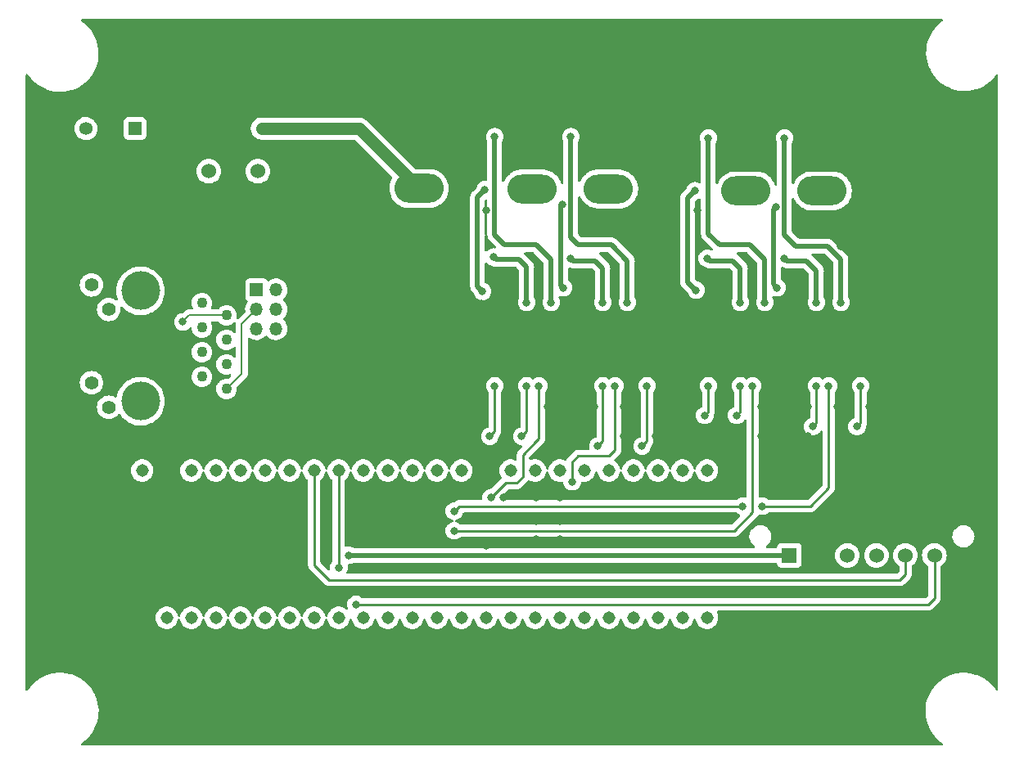
<source format=gbl>
G04 #@! TF.GenerationSoftware,KiCad,Pcbnew,(6.0.7)*
G04 #@! TF.CreationDate,2023-01-03T20:18:15-06:00*
G04 #@! TF.ProjectId,SignalStack_Board,5369676e-616c-4537-9461-636b5f426f61,rev?*
G04 #@! TF.SameCoordinates,Original*
G04 #@! TF.FileFunction,Copper,L2,Bot*
G04 #@! TF.FilePolarity,Positive*
%FSLAX46Y46*%
G04 Gerber Fmt 4.6, Leading zero omitted, Abs format (unit mm)*
G04 Created by KiCad (PCBNEW (6.0.7)) date 2023-01-03 20:18:15*
%MOMM*%
%LPD*%
G01*
G04 APERTURE LIST*
G04 #@! TA.AperFunction,ComponentPad*
%ADD10C,1.308000*%
G04 #@! TD*
G04 #@! TA.AperFunction,ComponentPad*
%ADD11O,5.100000X3.000000*%
G04 #@! TD*
G04 #@! TA.AperFunction,ComponentPad*
%ADD12C,1.100000*%
G04 #@! TD*
G04 #@! TA.AperFunction,ComponentPad*
%ADD13C,1.400000*%
G04 #@! TD*
G04 #@! TA.AperFunction,ComponentPad*
%ADD14C,4.000000*%
G04 #@! TD*
G04 #@! TA.AperFunction,ComponentPad*
%ADD15C,2.000000*%
G04 #@! TD*
G04 #@! TA.AperFunction,ComponentPad*
%ADD16R,1.530000X1.530000*%
G04 #@! TD*
G04 #@! TA.AperFunction,ComponentPad*
%ADD17C,1.530000*%
G04 #@! TD*
G04 #@! TA.AperFunction,ComponentPad*
%ADD18R,1.350000X1.350000*%
G04 #@! TD*
G04 #@! TA.AperFunction,ComponentPad*
%ADD19O,1.350000X1.350000*%
G04 #@! TD*
G04 #@! TA.AperFunction,ComponentPad*
%ADD20R,1.358000X1.358000*%
G04 #@! TD*
G04 #@! TA.AperFunction,ComponentPad*
%ADD21C,1.358000*%
G04 #@! TD*
G04 #@! TA.AperFunction,ComponentPad*
%ADD22C,1.524000*%
G04 #@! TD*
G04 #@! TA.AperFunction,ViaPad*
%ADD23C,0.800000*%
G04 #@! TD*
G04 #@! TA.AperFunction,ViaPad*
%ADD24C,0.800100*%
G04 #@! TD*
G04 #@! TA.AperFunction,Conductor*
%ADD25C,1.270000*%
G04 #@! TD*
G04 #@! TA.AperFunction,Conductor*
%ADD26C,0.200000*%
G04 #@! TD*
G04 #@! TA.AperFunction,Conductor*
%ADD27C,0.508000*%
G04 #@! TD*
G04 #@! TA.AperFunction,Conductor*
%ADD28C,0.254000*%
G04 #@! TD*
G04 APERTURE END LIST*
D10*
X111221000Y-125589500D03*
X113761000Y-125589500D03*
X116301000Y-125589500D03*
X118841000Y-125589500D03*
X144241000Y-125589500D03*
X113761000Y-110349500D03*
X121381000Y-125589500D03*
X123921000Y-125589500D03*
X126461000Y-125589500D03*
X129001000Y-125589500D03*
X131541000Y-125589500D03*
X134081000Y-125589500D03*
X136621000Y-125589500D03*
X139161000Y-125589500D03*
X141701000Y-125589500D03*
X141701000Y-110349500D03*
X139161000Y-110349500D03*
X136621000Y-110349500D03*
X134081000Y-110349500D03*
X131541000Y-110349500D03*
X129001000Y-110349500D03*
X126461000Y-110349500D03*
X123921000Y-110349500D03*
X121381000Y-110349500D03*
X118841000Y-110349500D03*
X116301000Y-110349500D03*
X146781000Y-125589500D03*
X149321000Y-125589500D03*
X151861000Y-125589500D03*
X154401000Y-125589500D03*
X156941000Y-125589500D03*
X159481000Y-125589500D03*
X162021000Y-125589500D03*
X164561000Y-125589500D03*
X167101000Y-125589500D03*
X167101000Y-110349500D03*
X164561000Y-110349500D03*
X162021000Y-110349500D03*
X159481000Y-110349500D03*
X156941000Y-110349500D03*
X154401000Y-110349500D03*
X151861000Y-110349500D03*
X149321000Y-110349500D03*
X146781000Y-110349500D03*
X108681000Y-125589500D03*
X144241000Y-110349500D03*
X111221000Y-110349500D03*
X108681000Y-110349500D03*
D11*
X156930000Y-81215200D03*
X149056000Y-81215200D03*
X179028000Y-81413400D03*
X171154000Y-81413400D03*
D12*
X114867500Y-93023500D03*
X117407500Y-94293500D03*
X114867500Y-95563500D03*
X117407500Y-96833500D03*
X114867500Y-98103500D03*
X117407500Y-99373500D03*
X114867500Y-100643500D03*
X117407500Y-101913500D03*
D13*
X103437500Y-91143500D03*
X105227500Y-93683500D03*
X103437500Y-101253500D03*
X105227500Y-103793500D03*
D14*
X108517500Y-91753500D03*
X108517500Y-103183500D03*
D15*
X111567500Y-89593500D03*
X111567500Y-105343500D03*
D16*
X175634000Y-119126000D03*
D17*
X178634000Y-119126000D03*
X181634000Y-119126000D03*
X184634000Y-119126000D03*
X187634000Y-119126000D03*
X190634000Y-119126000D03*
D18*
X120523000Y-91658500D03*
D19*
X122523000Y-91658500D03*
X120523000Y-93658500D03*
X122523000Y-93658500D03*
X120523000Y-95658500D03*
X122523000Y-95658500D03*
D20*
X107950000Y-74958000D03*
D21*
X105410000Y-74958000D03*
X102870000Y-74958000D03*
D22*
X120650000Y-79375000D03*
X118110000Y-79375000D03*
X115570000Y-79375000D03*
D11*
X129455000Y-81159400D03*
X137329000Y-81159400D03*
D23*
X122555000Y-74930000D03*
X123797000Y-74958000D03*
X121285000Y-74930000D03*
X120142000Y-108077000D03*
X169291000Y-106807000D03*
X177163371Y-92958940D03*
X169291000Y-92964000D03*
X161798000Y-106807000D03*
X155067000Y-73406000D03*
X158496000Y-103759000D03*
X144272000Y-122936000D03*
X127762000Y-111633000D03*
X136652000Y-120396000D03*
X113665000Y-96992500D03*
X169291000Y-73406000D03*
X120015000Y-101854000D03*
X144272000Y-83439000D03*
X147447000Y-103759000D03*
X180975000Y-97282000D03*
X112649000Y-127762000D03*
X150987757Y-97281869D03*
X138049000Y-103759000D03*
X171831000Y-73406000D03*
X156464000Y-122936000D03*
X149479000Y-117475000D03*
X180975000Y-87122000D03*
X177165000Y-73533000D03*
X155448000Y-103759000D03*
X130302000Y-103759000D03*
X148463000Y-73279000D03*
X144272000Y-118110000D03*
X149479000Y-113157000D03*
X168656000Y-117856000D03*
X183134000Y-122936000D03*
X117475000Y-92420500D03*
X151892000Y-115570000D03*
X173101000Y-97282000D03*
X169291000Y-103759000D03*
X147193000Y-97282000D03*
X179705000Y-73533000D03*
X130302000Y-106680000D03*
X183896000Y-103759000D03*
X166116000Y-83439000D03*
X149479000Y-120396000D03*
X168656000Y-120396000D03*
X135382000Y-103759000D03*
X146050000Y-113157000D03*
X134366000Y-115570000D03*
X158877000Y-73406000D03*
X151892000Y-120396000D03*
X144272000Y-120396000D03*
X158496000Y-106807000D03*
X121666000Y-89662000D03*
X134366000Y-113030000D03*
X172720000Y-106807000D03*
X180594000Y-103759000D03*
X156337000Y-73406000D03*
X135382000Y-106680000D03*
X116840000Y-86614000D03*
X113538000Y-86614000D03*
X164084000Y-98171000D03*
X141351000Y-91694000D03*
X130048000Y-117221000D03*
X179832000Y-122936000D03*
X177546000Y-103759000D03*
X147193000Y-73279000D03*
X151892000Y-113157000D03*
X168656000Y-112776000D03*
X158877000Y-86995000D03*
X177546000Y-106807000D03*
X173101000Y-73406000D03*
X156464000Y-117856000D03*
X158877000Y-97282000D03*
X155067000Y-92837000D03*
X165862000Y-92964000D03*
X168656000Y-115316000D03*
X107696000Y-86614000D03*
X155067000Y-97282000D03*
X170561000Y-73406000D03*
X112649000Y-130683000D03*
X177165000Y-97282000D03*
X151892000Y-122936000D03*
X156464000Y-115316000D03*
X156464000Y-112776000D03*
X151892000Y-117475000D03*
X149733000Y-73279000D03*
X172720000Y-103759000D03*
X109855000Y-127762000D03*
X178435000Y-73533000D03*
X151003000Y-73279000D03*
X169291000Y-97282000D03*
X130048000Y-115570000D03*
X143764000Y-93091000D03*
X180975000Y-73533000D03*
X168656000Y-122936000D03*
X150622000Y-103759000D03*
X162941000Y-91694000D03*
X157607000Y-73406000D03*
X164084000Y-100330000D03*
X149479000Y-122936000D03*
X134366000Y-117221000D03*
X156464000Y-120396000D03*
X149479000Y-115570000D03*
X125222000Y-103759000D03*
X147193000Y-92964000D03*
X136652000Y-122936000D03*
X112903000Y-94960500D03*
X152181500Y-82804000D03*
X152273000Y-91440000D03*
X174371000Y-91440000D03*
X174244000Y-83058000D03*
X144145000Y-81280000D03*
X143891000Y-91821000D03*
X165862000Y-81407000D03*
X165989000Y-91694000D03*
D24*
X160909000Y-101600000D03*
X155829000Y-107823000D03*
X156337000Y-101600000D03*
X160401000Y-107823000D03*
X182626000Y-105791000D03*
X178435000Y-101600000D03*
X178054000Y-105791000D03*
X183007000Y-101600000D03*
D23*
X130048000Y-119126000D03*
D24*
X130810000Y-124206000D03*
D23*
X129032000Y-120396000D03*
X156337000Y-92964000D03*
X153035000Y-88392000D03*
X158877000Y-92964000D03*
X153035000Y-75819000D03*
X175133000Y-88392000D03*
X178435000Y-92964000D03*
X180975000Y-92964000D03*
X175133000Y-75946000D03*
X145034000Y-88265000D03*
X148463000Y-92964000D03*
X145161000Y-75819000D03*
X151003000Y-92964000D03*
X170561000Y-92964000D03*
X167132000Y-88392000D03*
X167259000Y-75946000D03*
X173101000Y-92964000D03*
D24*
X145161000Y-101600000D03*
X148463000Y-101600000D03*
X147955000Y-106807000D03*
X144653000Y-106807000D03*
X170180000Y-104648000D03*
X170561000Y-101600000D03*
X166878000Y-104648000D03*
X167259000Y-101600000D03*
D23*
X157607000Y-101600000D03*
X153162000Y-111506000D03*
X170815000Y-114046000D03*
X172847000Y-114046000D03*
X179705000Y-101600000D03*
X140970000Y-114554000D03*
X144780000Y-113157000D03*
X149733000Y-101600000D03*
X140970000Y-116586000D03*
X171831000Y-101600000D03*
D25*
X123797000Y-74958000D02*
X121059000Y-74958000D01*
X131127600Y-74958000D02*
X123797000Y-74958000D01*
X137329000Y-81159400D02*
X131127600Y-74958000D01*
D26*
X113570000Y-94293500D02*
X112903000Y-94960500D01*
X117407500Y-94293500D02*
X113570000Y-94293500D01*
X118999000Y-100322000D02*
X117407500Y-101913500D01*
X118999000Y-95182500D02*
X118999000Y-100322000D01*
X120523000Y-93658500D02*
X118999000Y-95182500D01*
D27*
X152273000Y-91440000D02*
X152019000Y-91186000D01*
X152019000Y-91186000D02*
X152019000Y-88519000D01*
X152019000Y-88519000D02*
X152019000Y-83312000D01*
X152019000Y-83312000D02*
X152019000Y-82966500D01*
X152019000Y-82966500D02*
X152181500Y-82804000D01*
X173990000Y-91059000D02*
X173990000Y-83312000D01*
X173990000Y-83312000D02*
X174244000Y-83058000D01*
X174371000Y-91440000D02*
X173990000Y-91059000D01*
X143891000Y-91821000D02*
X143383000Y-91313000D01*
X143383000Y-86487000D02*
X143383000Y-82042000D01*
X143383000Y-82042000D02*
X144145000Y-81280000D01*
X143383000Y-91313000D02*
X143383000Y-86487000D01*
X165989000Y-91694000D02*
X165227000Y-90932000D01*
X165100000Y-90805000D02*
X165100000Y-82169000D01*
X165100000Y-82169000D02*
X165862000Y-81407000D01*
X165227000Y-90932000D02*
X165100000Y-90805000D01*
D28*
X156337000Y-103124000D02*
X156337000Y-107315000D01*
X156337000Y-107315000D02*
X155829000Y-107823000D01*
X160909000Y-107315000D02*
X160401000Y-107823000D01*
X160909000Y-101600000D02*
X160909000Y-107315000D01*
X156337000Y-103124000D02*
X156337000Y-101600000D01*
X183007000Y-105410000D02*
X182626000Y-105791000D01*
X178435000Y-105410000D02*
X178054000Y-105791000D01*
X178435000Y-101600000D02*
X178435000Y-105410000D01*
X183007000Y-101600000D02*
X183007000Y-105410000D01*
D27*
X175634000Y-119126000D02*
X130048000Y-119126000D01*
D28*
X126492000Y-120142000D02*
X128016000Y-121666000D01*
X126492000Y-110236000D02*
X126492000Y-120142000D01*
X187634000Y-121103000D02*
X187634000Y-119126000D01*
X187071000Y-121666000D02*
X187634000Y-121103000D01*
X128016000Y-121666000D02*
X187071000Y-121666000D01*
X129032000Y-120396000D02*
X129032000Y-110236000D01*
X130810000Y-124206000D02*
X189992000Y-124206000D01*
X190634000Y-123564000D02*
X190634000Y-119126000D01*
X189992000Y-124206000D02*
X190634000Y-123564000D01*
D27*
X155575000Y-88646000D02*
X153289000Y-88646000D01*
X153289000Y-88646000D02*
X153035000Y-88392000D01*
X156337000Y-92964000D02*
X156337000Y-89408000D01*
X156337000Y-89408000D02*
X155575000Y-88646000D01*
X153035000Y-86233000D02*
X153797000Y-86995000D01*
X157226000Y-86995000D02*
X158877000Y-88646000D01*
X153797000Y-86995000D02*
X157226000Y-86995000D01*
X158877000Y-88646000D02*
X158877000Y-92964000D01*
X153035000Y-75819000D02*
X153035000Y-86233000D01*
X178435000Y-89662000D02*
X177419000Y-88646000D01*
X178435000Y-92964000D02*
X178435000Y-89662000D01*
X175387000Y-88646000D02*
X175133000Y-88392000D01*
X175895000Y-88646000D02*
X175387000Y-88646000D01*
X177419000Y-88646000D02*
X175895000Y-88646000D01*
X180975000Y-92964000D02*
X180975000Y-88519000D01*
X180975000Y-88519000D02*
X179578000Y-87122000D01*
X175133000Y-85979000D02*
X175133000Y-75946000D01*
X178308000Y-87122000D02*
X176276000Y-87122000D01*
X176276000Y-87122000D02*
X175133000Y-85979000D01*
X179578000Y-87122000D02*
X178308000Y-87122000D01*
X145288000Y-88519000D02*
X145034000Y-88265000D01*
X148463000Y-92964000D02*
X148463000Y-89281000D01*
X148463000Y-89281000D02*
X147701000Y-88519000D01*
X147701000Y-88519000D02*
X145288000Y-88519000D01*
X145161000Y-85979000D02*
X145161000Y-78486000D01*
X147193000Y-86995000D02*
X146177000Y-86995000D01*
X151003000Y-88519000D02*
X149479000Y-86995000D01*
X149479000Y-86995000D02*
X147193000Y-86995000D01*
X145161000Y-78486000D02*
X145161000Y-75819000D01*
X151003000Y-92964000D02*
X151003000Y-88519000D01*
X146177000Y-86995000D02*
X145161000Y-85979000D01*
X170561000Y-89408000D02*
X169799000Y-88646000D01*
X170561000Y-92964000D02*
X170561000Y-89408000D01*
X168021000Y-88646000D02*
X167386000Y-88646000D01*
X169799000Y-88646000D02*
X168021000Y-88646000D01*
X167386000Y-88646000D02*
X167132000Y-88392000D01*
X168402000Y-86995000D02*
X171577000Y-86995000D01*
X167259000Y-75946000D02*
X167259000Y-85852000D01*
X173101000Y-88519000D02*
X173101000Y-92964000D01*
X171577000Y-86995000D02*
X173101000Y-88519000D01*
X167259000Y-85852000D02*
X168402000Y-86995000D01*
D28*
X145161000Y-106299000D02*
X144653000Y-106807000D01*
X148463000Y-101600000D02*
X148463000Y-106299000D01*
X145161000Y-101600000D02*
X145161000Y-106299000D01*
X148463000Y-106299000D02*
X147955000Y-106807000D01*
X170561000Y-101600000D02*
X170561000Y-104267000D01*
X170561000Y-104267000D02*
X170180000Y-104648000D01*
X167259000Y-101600000D02*
X167259000Y-104267000D01*
X167259000Y-104267000D02*
X166878000Y-104648000D01*
X153162000Y-109474000D02*
X153797000Y-108839000D01*
X153162000Y-111506000D02*
X153162000Y-109474000D01*
X153797000Y-108839000D02*
X156972000Y-108839000D01*
X157607000Y-108204000D02*
X157607000Y-101600000D01*
X156972000Y-108839000D02*
X157607000Y-108204000D01*
X179705000Y-112141000D02*
X179705000Y-101600000D01*
X141478000Y-114046000D02*
X170815000Y-114046000D01*
X140970000Y-114554000D02*
X141478000Y-114046000D01*
X172847000Y-114046000D02*
X177800000Y-114046000D01*
X177800000Y-114046000D02*
X179705000Y-112141000D01*
X144780000Y-113157000D02*
X146304000Y-111633000D01*
X147447000Y-111633000D02*
X148082000Y-110998000D01*
X148082000Y-110998000D02*
X148082000Y-108712000D01*
X149479000Y-107315000D02*
X149733000Y-107061000D01*
X149733000Y-107061000D02*
X149733000Y-101600000D01*
X146304000Y-111633000D02*
X147447000Y-111633000D01*
X148082000Y-108712000D02*
X149479000Y-107315000D01*
X171831000Y-114681000D02*
X171831000Y-101600000D01*
X169926000Y-116586000D02*
X171831000Y-114681000D01*
X140970000Y-116586000D02*
X169926000Y-116586000D01*
G04 #@! TA.AperFunction,Conductor*
G36*
X191454820Y-63647502D02*
G01*
X191501313Y-63701158D01*
X191511417Y-63771432D01*
X191481923Y-63836012D01*
X191462618Y-63854060D01*
X191205319Y-64048301D01*
X191203037Y-64050411D01*
X191203028Y-64050418D01*
X191001331Y-64236866D01*
X190914786Y-64316867D01*
X190912714Y-64319205D01*
X190912709Y-64319210D01*
X190654448Y-64610609D01*
X190654443Y-64610615D01*
X190652364Y-64612961D01*
X190420647Y-64933654D01*
X190221927Y-65275776D01*
X190220637Y-65278613D01*
X190220635Y-65278617D01*
X190059461Y-65633101D01*
X190058169Y-65635943D01*
X189930992Y-66010593D01*
X189841654Y-66396023D01*
X189791039Y-66788419D01*
X189779647Y-67183902D01*
X189807590Y-67578562D01*
X189874593Y-67968495D01*
X189979992Y-68349845D01*
X189981122Y-68352765D01*
X189981123Y-68352769D01*
X190096299Y-68650479D01*
X190122746Y-68718841D01*
X190301443Y-69071835D01*
X190514315Y-69405335D01*
X190759258Y-69716043D01*
X190761433Y-69718299D01*
X190761438Y-69718305D01*
X190884888Y-69846364D01*
X191033849Y-70000888D01*
X191036242Y-70002921D01*
X191332979Y-70255018D01*
X191332987Y-70255025D01*
X191335374Y-70257052D01*
X191337954Y-70258835D01*
X191658277Y-70480225D01*
X191658286Y-70480230D01*
X191660849Y-70482002D01*
X191663584Y-70483515D01*
X191663589Y-70483518D01*
X191806633Y-70562645D01*
X192007058Y-70673514D01*
X192009927Y-70674747D01*
X192009938Y-70674752D01*
X192367707Y-70828461D01*
X192370575Y-70829693D01*
X192373552Y-70830634D01*
X192373556Y-70830636D01*
X192437210Y-70850767D01*
X192747807Y-70948996D01*
X193135023Y-71030242D01*
X193138141Y-71030578D01*
X193525942Y-71072365D01*
X193525945Y-71072365D01*
X193528393Y-71072629D01*
X193530856Y-71072700D01*
X193530857Y-71072700D01*
X193534506Y-71072805D01*
X193585711Y-71074280D01*
X193856772Y-71074280D01*
X193858335Y-71074202D01*
X193858343Y-71074202D01*
X193954711Y-71069404D01*
X194152578Y-71059554D01*
X194155663Y-71059090D01*
X194155665Y-71059090D01*
X194540736Y-71001197D01*
X194543829Y-71000732D01*
X194599730Y-70986535D01*
X194924259Y-70904115D01*
X194924262Y-70904114D01*
X194927302Y-70903342D01*
X194930250Y-70902272D01*
X195296269Y-70769414D01*
X195296279Y-70769410D01*
X195299207Y-70768347D01*
X195655866Y-70597082D01*
X195993751Y-70391241D01*
X196309521Y-70152859D01*
X196311803Y-70150749D01*
X196311812Y-70150742D01*
X196597757Y-69886416D01*
X196600054Y-69884293D01*
X196674119Y-69800725D01*
X196860392Y-69590551D01*
X196860397Y-69590545D01*
X196862476Y-69588199D01*
X196936956Y-69485120D01*
X197002253Y-69394750D01*
X197058362Y-69351249D01*
X197129082Y-69344989D01*
X197191960Y-69377956D01*
X197227033Y-69439684D01*
X197230383Y-69468548D01*
X197227145Y-132771546D01*
X197227134Y-132994687D01*
X197207128Y-133062807D01*
X197153470Y-133109297D01*
X197083196Y-133119398D01*
X197018617Y-133089901D01*
X196994926Y-133062474D01*
X196924325Y-132951865D01*
X196679382Y-132641157D01*
X196677207Y-132638901D01*
X196677202Y-132638895D01*
X196511874Y-132467394D01*
X196404791Y-132356312D01*
X196393151Y-132346423D01*
X196105661Y-132102182D01*
X196105653Y-132102175D01*
X196103266Y-132100148D01*
X195909111Y-131965959D01*
X195780363Y-131876975D01*
X195780354Y-131876970D01*
X195777791Y-131875198D01*
X195775056Y-131873685D01*
X195775051Y-131873682D01*
X195553098Y-131750905D01*
X195431582Y-131683686D01*
X195428713Y-131682453D01*
X195428702Y-131682448D01*
X195070933Y-131528739D01*
X195070930Y-131528738D01*
X195068065Y-131527507D01*
X195065088Y-131526566D01*
X195065084Y-131526564D01*
X194936309Y-131485838D01*
X194690833Y-131408204D01*
X194303617Y-131326958D01*
X194300499Y-131326622D01*
X193912698Y-131284835D01*
X193912695Y-131284835D01*
X193910247Y-131284571D01*
X193907784Y-131284500D01*
X193907783Y-131284500D01*
X193904134Y-131284395D01*
X193852929Y-131282920D01*
X193581868Y-131282920D01*
X193580305Y-131282998D01*
X193580297Y-131282998D01*
X193483929Y-131287796D01*
X193286062Y-131297646D01*
X193282977Y-131298110D01*
X193282975Y-131298110D01*
X193139065Y-131319746D01*
X192894811Y-131356468D01*
X192891776Y-131357239D01*
X192891775Y-131357239D01*
X192514381Y-131453085D01*
X192514378Y-131453086D01*
X192511338Y-131453858D01*
X192508391Y-131454928D01*
X192508390Y-131454928D01*
X192142371Y-131587786D01*
X192142361Y-131587790D01*
X192139433Y-131588853D01*
X191782774Y-131760118D01*
X191444889Y-131965959D01*
X191442379Y-131967854D01*
X191142020Y-132194602D01*
X191129119Y-132204341D01*
X191126837Y-132206451D01*
X191126828Y-132206458D01*
X190966917Y-132354279D01*
X190838586Y-132472907D01*
X190836514Y-132475245D01*
X190836509Y-132475250D01*
X190578248Y-132766649D01*
X190578243Y-132766655D01*
X190576164Y-132769001D01*
X190344447Y-133089694D01*
X190145727Y-133431816D01*
X190144437Y-133434653D01*
X190144435Y-133434657D01*
X190054056Y-133633436D01*
X189981969Y-133791983D01*
X189854792Y-134166633D01*
X189765454Y-134552063D01*
X189714839Y-134944459D01*
X189703447Y-135339942D01*
X189703668Y-135343061D01*
X189703668Y-135343068D01*
X189704838Y-135359593D01*
X189731390Y-135734602D01*
X189798393Y-136124535D01*
X189903792Y-136505885D01*
X189904922Y-136508805D01*
X189904923Y-136508809D01*
X189912750Y-136529039D01*
X190046546Y-136874881D01*
X190047961Y-136877675D01*
X190047964Y-136877683D01*
X190147128Y-137073568D01*
X190225243Y-137227875D01*
X190438115Y-137561375D01*
X190683058Y-137872083D01*
X190685233Y-137874339D01*
X190685238Y-137874345D01*
X190753563Y-137945221D01*
X190957649Y-138156928D01*
X190960042Y-138158961D01*
X191256779Y-138411058D01*
X191256787Y-138411065D01*
X191259174Y-138413092D01*
X191501134Y-138580321D01*
X191545799Y-138635506D01*
X191553540Y-138706079D01*
X191521896Y-138769634D01*
X191460916Y-138805992D01*
X191429466Y-138809973D01*
X102483262Y-138789974D01*
X102415145Y-138769957D01*
X102368665Y-138716291D01*
X102358577Y-138646014D01*
X102388084Y-138581440D01*
X102417738Y-138556369D01*
X102442859Y-138541065D01*
X102445551Y-138539425D01*
X102761321Y-138301043D01*
X102763603Y-138298933D01*
X102763612Y-138298926D01*
X103049557Y-138034600D01*
X103051854Y-138032477D01*
X103053931Y-138030134D01*
X103312192Y-137738735D01*
X103312197Y-137738729D01*
X103314276Y-137736383D01*
X103545993Y-137415690D01*
X103744713Y-137073568D01*
X103835051Y-136874881D01*
X103907179Y-136716243D01*
X103907180Y-136716240D01*
X103908471Y-136713401D01*
X104035648Y-136338751D01*
X104124986Y-135953321D01*
X104175601Y-135560925D01*
X104186993Y-135165442D01*
X104159050Y-134770782D01*
X104092047Y-134380849D01*
X103986648Y-133999499D01*
X103843894Y-133630503D01*
X103787562Y-133519225D01*
X103666616Y-133280312D01*
X103665197Y-133277509D01*
X103452325Y-132944009D01*
X103207382Y-132633301D01*
X103205207Y-132631045D01*
X103205202Y-132631039D01*
X103081752Y-132502980D01*
X102932791Y-132348456D01*
X102930219Y-132346271D01*
X102633661Y-132094326D01*
X102633653Y-132094319D01*
X102631266Y-132092292D01*
X102437111Y-131958103D01*
X102308363Y-131869119D01*
X102308354Y-131869114D01*
X102305791Y-131867342D01*
X102303056Y-131865829D01*
X102303051Y-131865826D01*
X101976533Y-131685207D01*
X101959582Y-131675830D01*
X101956713Y-131674597D01*
X101956702Y-131674592D01*
X101598933Y-131520883D01*
X101598930Y-131520882D01*
X101596065Y-131519651D01*
X101593088Y-131518710D01*
X101593084Y-131518708D01*
X101391413Y-131454928D01*
X101218833Y-131400348D01*
X100831617Y-131319102D01*
X100828499Y-131318766D01*
X100440698Y-131276979D01*
X100440695Y-131276979D01*
X100438247Y-131276715D01*
X100435784Y-131276644D01*
X100435783Y-131276644D01*
X100432134Y-131276539D01*
X100380929Y-131275064D01*
X100109868Y-131275064D01*
X100108305Y-131275142D01*
X100108297Y-131275142D01*
X100011929Y-131279940D01*
X99814062Y-131289790D01*
X99810977Y-131290254D01*
X99810975Y-131290254D01*
X99621330Y-131318766D01*
X99422811Y-131348612D01*
X99419776Y-131349383D01*
X99419775Y-131349383D01*
X99042381Y-131445229D01*
X99042378Y-131445230D01*
X99039338Y-131446002D01*
X99036391Y-131447072D01*
X99036390Y-131447072D01*
X98670371Y-131579930D01*
X98670361Y-131579934D01*
X98667433Y-131580997D01*
X98310774Y-131752262D01*
X98308100Y-131753891D01*
X98272949Y-131775305D01*
X97972889Y-131958103D01*
X97848447Y-132052047D01*
X97787093Y-132098365D01*
X97657119Y-132196485D01*
X97654837Y-132198595D01*
X97654828Y-132198602D01*
X97494917Y-132346423D01*
X97366586Y-132465051D01*
X97364514Y-132467389D01*
X97364509Y-132467394D01*
X97106248Y-132758793D01*
X97106243Y-132758799D01*
X97104164Y-132761145D01*
X96872447Y-133081838D01*
X96870875Y-133084544D01*
X96870872Y-133084549D01*
X96865492Y-133093811D01*
X96813981Y-133142669D01*
X96744233Y-133155923D01*
X96678391Y-133129363D01*
X96637361Y-133071423D01*
X96630539Y-133030493D01*
X96632464Y-125558939D01*
X110053920Y-125558939D01*
X110067894Y-125772134D01*
X110120485Y-125979213D01*
X110209933Y-126173240D01*
X110333241Y-126347718D01*
X110486281Y-126496802D01*
X110663927Y-126615501D01*
X110669230Y-126617779D01*
X110669233Y-126617781D01*
X110854922Y-126697559D01*
X110860229Y-126699839D01*
X110961993Y-126722866D01*
X111062977Y-126745717D01*
X111062980Y-126745717D01*
X111068613Y-126746992D01*
X111074384Y-126747219D01*
X111074386Y-126747219D01*
X111139363Y-126749772D01*
X111282101Y-126755380D01*
X111387822Y-126740051D01*
X111487829Y-126725551D01*
X111487834Y-126725550D01*
X111493543Y-126724722D01*
X111499007Y-126722867D01*
X111499012Y-126722866D01*
X111690389Y-126657902D01*
X111695857Y-126656046D01*
X111882268Y-126551651D01*
X112046533Y-126415033D01*
X112183151Y-126250768D01*
X112287546Y-126064357D01*
X112356222Y-125862043D01*
X112365090Y-125800879D01*
X112394660Y-125736335D01*
X112454431Y-125698022D01*
X112525428Y-125698106D01*
X112585108Y-125736561D01*
X112611909Y-125787945D01*
X112630728Y-125862043D01*
X112660485Y-125979213D01*
X112749933Y-126173240D01*
X112873241Y-126347718D01*
X113026281Y-126496802D01*
X113203927Y-126615501D01*
X113209230Y-126617779D01*
X113209233Y-126617781D01*
X113394922Y-126697559D01*
X113400229Y-126699839D01*
X113501993Y-126722866D01*
X113602977Y-126745717D01*
X113602980Y-126745717D01*
X113608613Y-126746992D01*
X113614384Y-126747219D01*
X113614386Y-126747219D01*
X113679363Y-126749772D01*
X113822101Y-126755380D01*
X113927822Y-126740051D01*
X114027829Y-126725551D01*
X114027834Y-126725550D01*
X114033543Y-126724722D01*
X114039007Y-126722867D01*
X114039012Y-126722866D01*
X114230389Y-126657902D01*
X114235857Y-126656046D01*
X114422268Y-126551651D01*
X114586533Y-126415033D01*
X114723151Y-126250768D01*
X114827546Y-126064357D01*
X114896222Y-125862043D01*
X114905090Y-125800879D01*
X114934660Y-125736335D01*
X114994431Y-125698022D01*
X115065428Y-125698106D01*
X115125108Y-125736561D01*
X115151909Y-125787945D01*
X115170728Y-125862043D01*
X115200485Y-125979213D01*
X115289933Y-126173240D01*
X115413241Y-126347718D01*
X115566281Y-126496802D01*
X115743927Y-126615501D01*
X115749230Y-126617779D01*
X115749233Y-126617781D01*
X115934922Y-126697559D01*
X115940229Y-126699839D01*
X116041993Y-126722866D01*
X116142977Y-126745717D01*
X116142980Y-126745717D01*
X116148613Y-126746992D01*
X116154384Y-126747219D01*
X116154386Y-126747219D01*
X116219363Y-126749772D01*
X116362101Y-126755380D01*
X116467822Y-126740051D01*
X116567829Y-126725551D01*
X116567834Y-126725550D01*
X116573543Y-126724722D01*
X116579007Y-126722867D01*
X116579012Y-126722866D01*
X116770389Y-126657902D01*
X116775857Y-126656046D01*
X116962268Y-126551651D01*
X117126533Y-126415033D01*
X117263151Y-126250768D01*
X117367546Y-126064357D01*
X117436222Y-125862043D01*
X117445090Y-125800879D01*
X117474660Y-125736335D01*
X117534431Y-125698022D01*
X117605428Y-125698106D01*
X117665108Y-125736561D01*
X117691909Y-125787945D01*
X117710728Y-125862043D01*
X117740485Y-125979213D01*
X117829933Y-126173240D01*
X117953241Y-126347718D01*
X118106281Y-126496802D01*
X118283927Y-126615501D01*
X118289230Y-126617779D01*
X118289233Y-126617781D01*
X118474922Y-126697559D01*
X118480229Y-126699839D01*
X118581993Y-126722866D01*
X118682977Y-126745717D01*
X118682980Y-126745717D01*
X118688613Y-126746992D01*
X118694384Y-126747219D01*
X118694386Y-126747219D01*
X118759363Y-126749772D01*
X118902101Y-126755380D01*
X119007822Y-126740051D01*
X119107829Y-126725551D01*
X119107834Y-126725550D01*
X119113543Y-126724722D01*
X119119007Y-126722867D01*
X119119012Y-126722866D01*
X119310389Y-126657902D01*
X119315857Y-126656046D01*
X119502268Y-126551651D01*
X119666533Y-126415033D01*
X119803151Y-126250768D01*
X119907546Y-126064357D01*
X119976222Y-125862043D01*
X119985090Y-125800879D01*
X120014660Y-125736335D01*
X120074431Y-125698022D01*
X120145428Y-125698106D01*
X120205108Y-125736561D01*
X120231909Y-125787945D01*
X120250728Y-125862043D01*
X120280485Y-125979213D01*
X120369933Y-126173240D01*
X120493241Y-126347718D01*
X120646281Y-126496802D01*
X120823927Y-126615501D01*
X120829230Y-126617779D01*
X120829233Y-126617781D01*
X121014922Y-126697559D01*
X121020229Y-126699839D01*
X121121993Y-126722866D01*
X121222977Y-126745717D01*
X121222980Y-126745717D01*
X121228613Y-126746992D01*
X121234384Y-126747219D01*
X121234386Y-126747219D01*
X121299363Y-126749772D01*
X121442101Y-126755380D01*
X121547822Y-126740051D01*
X121647829Y-126725551D01*
X121647834Y-126725550D01*
X121653543Y-126724722D01*
X121659007Y-126722867D01*
X121659012Y-126722866D01*
X121850389Y-126657902D01*
X121855857Y-126656046D01*
X122042268Y-126551651D01*
X122206533Y-126415033D01*
X122343151Y-126250768D01*
X122447546Y-126064357D01*
X122516222Y-125862043D01*
X122525090Y-125800879D01*
X122554660Y-125736335D01*
X122614431Y-125698022D01*
X122685428Y-125698106D01*
X122745108Y-125736561D01*
X122771909Y-125787945D01*
X122790728Y-125862043D01*
X122820485Y-125979213D01*
X122909933Y-126173240D01*
X123033241Y-126347718D01*
X123186281Y-126496802D01*
X123363927Y-126615501D01*
X123369230Y-126617779D01*
X123369233Y-126617781D01*
X123554922Y-126697559D01*
X123560229Y-126699839D01*
X123661993Y-126722866D01*
X123762977Y-126745717D01*
X123762980Y-126745717D01*
X123768613Y-126746992D01*
X123774384Y-126747219D01*
X123774386Y-126747219D01*
X123839363Y-126749772D01*
X123982101Y-126755380D01*
X124087822Y-126740051D01*
X124187829Y-126725551D01*
X124187834Y-126725550D01*
X124193543Y-126724722D01*
X124199007Y-126722867D01*
X124199012Y-126722866D01*
X124390389Y-126657902D01*
X124395857Y-126656046D01*
X124582268Y-126551651D01*
X124746533Y-126415033D01*
X124883151Y-126250768D01*
X124987546Y-126064357D01*
X125056222Y-125862043D01*
X125065090Y-125800879D01*
X125094660Y-125736335D01*
X125154431Y-125698022D01*
X125225428Y-125698106D01*
X125285108Y-125736561D01*
X125311909Y-125787945D01*
X125330728Y-125862043D01*
X125360485Y-125979213D01*
X125449933Y-126173240D01*
X125573241Y-126347718D01*
X125726281Y-126496802D01*
X125903927Y-126615501D01*
X125909230Y-126617779D01*
X125909233Y-126617781D01*
X126094922Y-126697559D01*
X126100229Y-126699839D01*
X126201993Y-126722866D01*
X126302977Y-126745717D01*
X126302980Y-126745717D01*
X126308613Y-126746992D01*
X126314384Y-126747219D01*
X126314386Y-126747219D01*
X126379363Y-126749772D01*
X126522101Y-126755380D01*
X126627822Y-126740051D01*
X126727829Y-126725551D01*
X126727834Y-126725550D01*
X126733543Y-126724722D01*
X126739007Y-126722867D01*
X126739012Y-126722866D01*
X126930389Y-126657902D01*
X126935857Y-126656046D01*
X127122268Y-126551651D01*
X127286533Y-126415033D01*
X127423151Y-126250768D01*
X127527546Y-126064357D01*
X127596222Y-125862043D01*
X127605090Y-125800879D01*
X127634660Y-125736335D01*
X127694431Y-125698022D01*
X127765428Y-125698106D01*
X127825108Y-125736561D01*
X127851909Y-125787945D01*
X127870728Y-125862043D01*
X127900485Y-125979213D01*
X127989933Y-126173240D01*
X128113241Y-126347718D01*
X128266281Y-126496802D01*
X128443927Y-126615501D01*
X128449230Y-126617779D01*
X128449233Y-126617781D01*
X128634922Y-126697559D01*
X128640229Y-126699839D01*
X128741993Y-126722866D01*
X128842977Y-126745717D01*
X128842980Y-126745717D01*
X128848613Y-126746992D01*
X128854384Y-126747219D01*
X128854386Y-126747219D01*
X128919363Y-126749772D01*
X129062101Y-126755380D01*
X129167822Y-126740051D01*
X129267829Y-126725551D01*
X129267834Y-126725550D01*
X129273543Y-126724722D01*
X129279007Y-126722867D01*
X129279012Y-126722866D01*
X129470389Y-126657902D01*
X129475857Y-126656046D01*
X129662268Y-126551651D01*
X129826533Y-126415033D01*
X129963151Y-126250768D01*
X130067546Y-126064357D01*
X130136222Y-125862043D01*
X130145090Y-125800879D01*
X130174660Y-125736335D01*
X130234431Y-125698022D01*
X130305428Y-125698106D01*
X130365108Y-125736561D01*
X130391909Y-125787945D01*
X130410728Y-125862043D01*
X130440485Y-125979213D01*
X130529933Y-126173240D01*
X130653241Y-126347718D01*
X130806281Y-126496802D01*
X130983927Y-126615501D01*
X130989230Y-126617779D01*
X130989233Y-126617781D01*
X131174922Y-126697559D01*
X131180229Y-126699839D01*
X131281993Y-126722866D01*
X131382977Y-126745717D01*
X131382980Y-126745717D01*
X131388613Y-126746992D01*
X131394384Y-126747219D01*
X131394386Y-126747219D01*
X131459363Y-126749772D01*
X131602101Y-126755380D01*
X131707822Y-126740051D01*
X131807829Y-126725551D01*
X131807834Y-126725550D01*
X131813543Y-126724722D01*
X131819007Y-126722867D01*
X131819012Y-126722866D01*
X132010389Y-126657902D01*
X132015857Y-126656046D01*
X132202268Y-126551651D01*
X132366533Y-126415033D01*
X132503151Y-126250768D01*
X132607546Y-126064357D01*
X132676222Y-125862043D01*
X132685090Y-125800879D01*
X132714660Y-125736335D01*
X132774431Y-125698022D01*
X132845428Y-125698106D01*
X132905108Y-125736561D01*
X132931909Y-125787945D01*
X132950728Y-125862043D01*
X132980485Y-125979213D01*
X133069933Y-126173240D01*
X133193241Y-126347718D01*
X133346281Y-126496802D01*
X133523927Y-126615501D01*
X133529230Y-126617779D01*
X133529233Y-126617781D01*
X133714922Y-126697559D01*
X133720229Y-126699839D01*
X133821993Y-126722866D01*
X133922977Y-126745717D01*
X133922980Y-126745717D01*
X133928613Y-126746992D01*
X133934384Y-126747219D01*
X133934386Y-126747219D01*
X133999363Y-126749772D01*
X134142101Y-126755380D01*
X134247822Y-126740051D01*
X134347829Y-126725551D01*
X134347834Y-126725550D01*
X134353543Y-126724722D01*
X134359007Y-126722867D01*
X134359012Y-126722866D01*
X134550389Y-126657902D01*
X134555857Y-126656046D01*
X134742268Y-126551651D01*
X134906533Y-126415033D01*
X135043151Y-126250768D01*
X135147546Y-126064357D01*
X135216222Y-125862043D01*
X135225090Y-125800879D01*
X135254660Y-125736335D01*
X135314431Y-125698022D01*
X135385428Y-125698106D01*
X135445108Y-125736561D01*
X135471909Y-125787945D01*
X135490728Y-125862043D01*
X135520485Y-125979213D01*
X135609933Y-126173240D01*
X135733241Y-126347718D01*
X135886281Y-126496802D01*
X136063927Y-126615501D01*
X136069230Y-126617779D01*
X136069233Y-126617781D01*
X136254922Y-126697559D01*
X136260229Y-126699839D01*
X136361993Y-126722866D01*
X136462977Y-126745717D01*
X136462980Y-126745717D01*
X136468613Y-126746992D01*
X136474384Y-126747219D01*
X136474386Y-126747219D01*
X136539363Y-126749772D01*
X136682101Y-126755380D01*
X136787822Y-126740051D01*
X136887829Y-126725551D01*
X136887834Y-126725550D01*
X136893543Y-126724722D01*
X136899007Y-126722867D01*
X136899012Y-126722866D01*
X137090389Y-126657902D01*
X137095857Y-126656046D01*
X137282268Y-126551651D01*
X137446533Y-126415033D01*
X137583151Y-126250768D01*
X137687546Y-126064357D01*
X137756222Y-125862043D01*
X137765090Y-125800879D01*
X137794660Y-125736335D01*
X137854431Y-125698022D01*
X137925428Y-125698106D01*
X137985108Y-125736561D01*
X138011909Y-125787945D01*
X138030728Y-125862043D01*
X138060485Y-125979213D01*
X138149933Y-126173240D01*
X138273241Y-126347718D01*
X138426281Y-126496802D01*
X138603927Y-126615501D01*
X138609230Y-126617779D01*
X138609233Y-126617781D01*
X138794922Y-126697559D01*
X138800229Y-126699839D01*
X138901993Y-126722866D01*
X139002977Y-126745717D01*
X139002980Y-126745717D01*
X139008613Y-126746992D01*
X139014384Y-126747219D01*
X139014386Y-126747219D01*
X139079363Y-126749772D01*
X139222101Y-126755380D01*
X139327822Y-126740051D01*
X139427829Y-126725551D01*
X139427834Y-126725550D01*
X139433543Y-126724722D01*
X139439007Y-126722867D01*
X139439012Y-126722866D01*
X139630389Y-126657902D01*
X139635857Y-126656046D01*
X139822268Y-126551651D01*
X139986533Y-126415033D01*
X140123151Y-126250768D01*
X140227546Y-126064357D01*
X140296222Y-125862043D01*
X140305090Y-125800879D01*
X140334660Y-125736335D01*
X140394431Y-125698022D01*
X140465428Y-125698106D01*
X140525108Y-125736561D01*
X140551909Y-125787945D01*
X140570728Y-125862043D01*
X140600485Y-125979213D01*
X140689933Y-126173240D01*
X140813241Y-126347718D01*
X140966281Y-126496802D01*
X141143927Y-126615501D01*
X141149230Y-126617779D01*
X141149233Y-126617781D01*
X141334922Y-126697559D01*
X141340229Y-126699839D01*
X141441993Y-126722866D01*
X141542977Y-126745717D01*
X141542980Y-126745717D01*
X141548613Y-126746992D01*
X141554384Y-126747219D01*
X141554386Y-126747219D01*
X141619363Y-126749772D01*
X141762101Y-126755380D01*
X141867822Y-126740051D01*
X141967829Y-126725551D01*
X141967834Y-126725550D01*
X141973543Y-126724722D01*
X141979007Y-126722867D01*
X141979012Y-126722866D01*
X142170389Y-126657902D01*
X142175857Y-126656046D01*
X142362268Y-126551651D01*
X142526533Y-126415033D01*
X142663151Y-126250768D01*
X142767546Y-126064357D01*
X142836222Y-125862043D01*
X142845090Y-125800879D01*
X142874660Y-125736335D01*
X142934431Y-125698022D01*
X143005428Y-125698106D01*
X143065108Y-125736561D01*
X143091909Y-125787945D01*
X143110728Y-125862043D01*
X143140485Y-125979213D01*
X143229933Y-126173240D01*
X143353241Y-126347718D01*
X143506281Y-126496802D01*
X143683927Y-126615501D01*
X143689230Y-126617779D01*
X143689233Y-126617781D01*
X143874922Y-126697559D01*
X143880229Y-126699839D01*
X143981993Y-126722866D01*
X144082977Y-126745717D01*
X144082980Y-126745717D01*
X144088613Y-126746992D01*
X144094384Y-126747219D01*
X144094386Y-126747219D01*
X144159363Y-126749772D01*
X144302101Y-126755380D01*
X144407822Y-126740051D01*
X144507829Y-126725551D01*
X144507834Y-126725550D01*
X144513543Y-126724722D01*
X144519007Y-126722867D01*
X144519012Y-126722866D01*
X144710389Y-126657902D01*
X144715857Y-126656046D01*
X144902268Y-126551651D01*
X145066533Y-126415033D01*
X145203151Y-126250768D01*
X145307546Y-126064357D01*
X145376222Y-125862043D01*
X145385090Y-125800879D01*
X145414660Y-125736335D01*
X145474431Y-125698022D01*
X145545428Y-125698106D01*
X145605108Y-125736561D01*
X145631909Y-125787945D01*
X145650728Y-125862043D01*
X145680485Y-125979213D01*
X145769933Y-126173240D01*
X145893241Y-126347718D01*
X146046281Y-126496802D01*
X146223927Y-126615501D01*
X146229230Y-126617779D01*
X146229233Y-126617781D01*
X146414922Y-126697559D01*
X146420229Y-126699839D01*
X146521993Y-126722866D01*
X146622977Y-126745717D01*
X146622980Y-126745717D01*
X146628613Y-126746992D01*
X146634384Y-126747219D01*
X146634386Y-126747219D01*
X146699363Y-126749772D01*
X146842101Y-126755380D01*
X146947822Y-126740051D01*
X147047829Y-126725551D01*
X147047834Y-126725550D01*
X147053543Y-126724722D01*
X147059007Y-126722867D01*
X147059012Y-126722866D01*
X147250389Y-126657902D01*
X147255857Y-126656046D01*
X147442268Y-126551651D01*
X147606533Y-126415033D01*
X147743151Y-126250768D01*
X147847546Y-126064357D01*
X147916222Y-125862043D01*
X147925090Y-125800879D01*
X147954660Y-125736335D01*
X148014431Y-125698022D01*
X148085428Y-125698106D01*
X148145108Y-125736561D01*
X148171909Y-125787945D01*
X148190728Y-125862043D01*
X148220485Y-125979213D01*
X148309933Y-126173240D01*
X148433241Y-126347718D01*
X148586281Y-126496802D01*
X148763927Y-126615501D01*
X148769230Y-126617779D01*
X148769233Y-126617781D01*
X148954922Y-126697559D01*
X148960229Y-126699839D01*
X149061993Y-126722866D01*
X149162977Y-126745717D01*
X149162980Y-126745717D01*
X149168613Y-126746992D01*
X149174384Y-126747219D01*
X149174386Y-126747219D01*
X149239363Y-126749772D01*
X149382101Y-126755380D01*
X149487822Y-126740051D01*
X149587829Y-126725551D01*
X149587834Y-126725550D01*
X149593543Y-126724722D01*
X149599007Y-126722867D01*
X149599012Y-126722866D01*
X149790389Y-126657902D01*
X149795857Y-126656046D01*
X149982268Y-126551651D01*
X150146533Y-126415033D01*
X150283151Y-126250768D01*
X150387546Y-126064357D01*
X150456222Y-125862043D01*
X150465090Y-125800879D01*
X150494660Y-125736335D01*
X150554431Y-125698022D01*
X150625428Y-125698106D01*
X150685108Y-125736561D01*
X150711909Y-125787945D01*
X150730728Y-125862043D01*
X150760485Y-125979213D01*
X150849933Y-126173240D01*
X150973241Y-126347718D01*
X151126281Y-126496802D01*
X151303927Y-126615501D01*
X151309230Y-126617779D01*
X151309233Y-126617781D01*
X151494922Y-126697559D01*
X151500229Y-126699839D01*
X151601993Y-126722866D01*
X151702977Y-126745717D01*
X151702980Y-126745717D01*
X151708613Y-126746992D01*
X151714384Y-126747219D01*
X151714386Y-126747219D01*
X151779363Y-126749772D01*
X151922101Y-126755380D01*
X152027822Y-126740051D01*
X152127829Y-126725551D01*
X152127834Y-126725550D01*
X152133543Y-126724722D01*
X152139007Y-126722867D01*
X152139012Y-126722866D01*
X152330389Y-126657902D01*
X152335857Y-126656046D01*
X152522268Y-126551651D01*
X152686533Y-126415033D01*
X152823151Y-126250768D01*
X152927546Y-126064357D01*
X152996222Y-125862043D01*
X153005090Y-125800879D01*
X153034660Y-125736335D01*
X153094431Y-125698022D01*
X153165428Y-125698106D01*
X153225108Y-125736561D01*
X153251909Y-125787945D01*
X153270728Y-125862043D01*
X153300485Y-125979213D01*
X153389933Y-126173240D01*
X153513241Y-126347718D01*
X153666281Y-126496802D01*
X153843927Y-126615501D01*
X153849230Y-126617779D01*
X153849233Y-126617781D01*
X154034922Y-126697559D01*
X154040229Y-126699839D01*
X154141993Y-126722866D01*
X154242977Y-126745717D01*
X154242980Y-126745717D01*
X154248613Y-126746992D01*
X154254384Y-126747219D01*
X154254386Y-126747219D01*
X154319363Y-126749772D01*
X154462101Y-126755380D01*
X154567822Y-126740051D01*
X154667829Y-126725551D01*
X154667834Y-126725550D01*
X154673543Y-126724722D01*
X154679007Y-126722867D01*
X154679012Y-126722866D01*
X154870389Y-126657902D01*
X154875857Y-126656046D01*
X155062268Y-126551651D01*
X155226533Y-126415033D01*
X155363151Y-126250768D01*
X155467546Y-126064357D01*
X155536222Y-125862043D01*
X155545090Y-125800879D01*
X155574660Y-125736335D01*
X155634431Y-125698022D01*
X155705428Y-125698106D01*
X155765108Y-125736561D01*
X155791909Y-125787945D01*
X155810728Y-125862043D01*
X155840485Y-125979213D01*
X155929933Y-126173240D01*
X156053241Y-126347718D01*
X156206281Y-126496802D01*
X156383927Y-126615501D01*
X156389230Y-126617779D01*
X156389233Y-126617781D01*
X156574922Y-126697559D01*
X156580229Y-126699839D01*
X156681993Y-126722866D01*
X156782977Y-126745717D01*
X156782980Y-126745717D01*
X156788613Y-126746992D01*
X156794384Y-126747219D01*
X156794386Y-126747219D01*
X156859363Y-126749772D01*
X157002101Y-126755380D01*
X157107822Y-126740051D01*
X157207829Y-126725551D01*
X157207834Y-126725550D01*
X157213543Y-126724722D01*
X157219007Y-126722867D01*
X157219012Y-126722866D01*
X157410389Y-126657902D01*
X157415857Y-126656046D01*
X157602268Y-126551651D01*
X157766533Y-126415033D01*
X157903151Y-126250768D01*
X158007546Y-126064357D01*
X158076222Y-125862043D01*
X158085090Y-125800879D01*
X158114660Y-125736335D01*
X158174431Y-125698022D01*
X158245428Y-125698106D01*
X158305108Y-125736561D01*
X158331909Y-125787945D01*
X158350728Y-125862043D01*
X158380485Y-125979213D01*
X158469933Y-126173240D01*
X158593241Y-126347718D01*
X158746281Y-126496802D01*
X158923927Y-126615501D01*
X158929230Y-126617779D01*
X158929233Y-126617781D01*
X159114922Y-126697559D01*
X159120229Y-126699839D01*
X159221993Y-126722866D01*
X159322977Y-126745717D01*
X159322980Y-126745717D01*
X159328613Y-126746992D01*
X159334384Y-126747219D01*
X159334386Y-126747219D01*
X159399363Y-126749772D01*
X159542101Y-126755380D01*
X159647822Y-126740051D01*
X159747829Y-126725551D01*
X159747834Y-126725550D01*
X159753543Y-126724722D01*
X159759007Y-126722867D01*
X159759012Y-126722866D01*
X159950389Y-126657902D01*
X159955857Y-126656046D01*
X160142268Y-126551651D01*
X160306533Y-126415033D01*
X160443151Y-126250768D01*
X160547546Y-126064357D01*
X160616222Y-125862043D01*
X160625090Y-125800879D01*
X160654660Y-125736335D01*
X160714431Y-125698022D01*
X160785428Y-125698106D01*
X160845108Y-125736561D01*
X160871909Y-125787945D01*
X160890728Y-125862043D01*
X160920485Y-125979213D01*
X161009933Y-126173240D01*
X161133241Y-126347718D01*
X161286281Y-126496802D01*
X161463927Y-126615501D01*
X161469230Y-126617779D01*
X161469233Y-126617781D01*
X161654922Y-126697559D01*
X161660229Y-126699839D01*
X161761993Y-126722866D01*
X161862977Y-126745717D01*
X161862980Y-126745717D01*
X161868613Y-126746992D01*
X161874384Y-126747219D01*
X161874386Y-126747219D01*
X161939363Y-126749772D01*
X162082101Y-126755380D01*
X162187822Y-126740051D01*
X162287829Y-126725551D01*
X162287834Y-126725550D01*
X162293543Y-126724722D01*
X162299007Y-126722867D01*
X162299012Y-126722866D01*
X162490389Y-126657902D01*
X162495857Y-126656046D01*
X162682268Y-126551651D01*
X162846533Y-126415033D01*
X162983151Y-126250768D01*
X163087546Y-126064357D01*
X163156222Y-125862043D01*
X163165090Y-125800879D01*
X163194660Y-125736335D01*
X163254431Y-125698022D01*
X163325428Y-125698106D01*
X163385108Y-125736561D01*
X163411909Y-125787945D01*
X163430728Y-125862043D01*
X163460485Y-125979213D01*
X163549933Y-126173240D01*
X163673241Y-126347718D01*
X163826281Y-126496802D01*
X164003927Y-126615501D01*
X164009230Y-126617779D01*
X164009233Y-126617781D01*
X164194922Y-126697559D01*
X164200229Y-126699839D01*
X164301993Y-126722866D01*
X164402977Y-126745717D01*
X164402980Y-126745717D01*
X164408613Y-126746992D01*
X164414384Y-126747219D01*
X164414386Y-126747219D01*
X164479363Y-126749772D01*
X164622101Y-126755380D01*
X164727822Y-126740051D01*
X164827829Y-126725551D01*
X164827834Y-126725550D01*
X164833543Y-126724722D01*
X164839007Y-126722867D01*
X164839012Y-126722866D01*
X165030389Y-126657902D01*
X165035857Y-126656046D01*
X165222268Y-126551651D01*
X165386533Y-126415033D01*
X165523151Y-126250768D01*
X165627546Y-126064357D01*
X165696222Y-125862043D01*
X165705090Y-125800879D01*
X165734660Y-125736335D01*
X165794431Y-125698022D01*
X165865428Y-125698106D01*
X165925108Y-125736561D01*
X165951909Y-125787945D01*
X165970728Y-125862043D01*
X166000485Y-125979213D01*
X166089933Y-126173240D01*
X166213241Y-126347718D01*
X166366281Y-126496802D01*
X166543927Y-126615501D01*
X166549230Y-126617779D01*
X166549233Y-126617781D01*
X166734922Y-126697559D01*
X166740229Y-126699839D01*
X166841993Y-126722866D01*
X166942977Y-126745717D01*
X166942980Y-126745717D01*
X166948613Y-126746992D01*
X166954384Y-126747219D01*
X166954386Y-126747219D01*
X167019363Y-126749772D01*
X167162101Y-126755380D01*
X167267822Y-126740051D01*
X167367829Y-126725551D01*
X167367834Y-126725550D01*
X167373543Y-126724722D01*
X167379007Y-126722867D01*
X167379012Y-126722866D01*
X167570389Y-126657902D01*
X167575857Y-126656046D01*
X167762268Y-126551651D01*
X167926533Y-126415033D01*
X168063151Y-126250768D01*
X168167546Y-126064357D01*
X168236222Y-125862043D01*
X168245091Y-125800880D01*
X168266347Y-125654275D01*
X168266880Y-125650601D01*
X168268480Y-125589500D01*
X168248930Y-125376744D01*
X168242092Y-125352496D01*
X168192504Y-125176672D01*
X168192503Y-125176670D01*
X168190936Y-125171113D01*
X168187662Y-125164472D01*
X168118008Y-125023228D01*
X168105818Y-124953286D01*
X168133378Y-124887856D01*
X168191936Y-124847713D01*
X168231014Y-124841500D01*
X189912980Y-124841500D01*
X189924214Y-124842030D01*
X189931719Y-124843708D01*
X190000012Y-124841562D01*
X190003969Y-124841500D01*
X190031983Y-124841500D01*
X190035908Y-124841004D01*
X190035909Y-124841004D01*
X190036004Y-124840992D01*
X190047849Y-124840059D01*
X190077670Y-124839122D01*
X190084282Y-124838914D01*
X190084283Y-124838914D01*
X190092205Y-124838665D01*
X190111749Y-124832987D01*
X190131112Y-124828977D01*
X190143440Y-124827420D01*
X190143442Y-124827420D01*
X190151299Y-124826427D01*
X190158663Y-124823511D01*
X190158668Y-124823510D01*
X190192556Y-124810093D01*
X190203785Y-124806248D01*
X190220465Y-124801402D01*
X190246393Y-124793869D01*
X190253220Y-124789831D01*
X190253223Y-124789830D01*
X190263906Y-124783512D01*
X190281664Y-124774812D01*
X190293215Y-124770239D01*
X190293221Y-124770235D01*
X190300588Y-124767319D01*
X190336491Y-124741234D01*
X190346410Y-124734719D01*
X190377768Y-124716174D01*
X190377772Y-124716171D01*
X190384598Y-124712134D01*
X190398982Y-124697750D01*
X190414016Y-124684909D01*
X190424073Y-124677602D01*
X190430487Y-124672942D01*
X190458773Y-124638750D01*
X190466763Y-124629969D01*
X191027488Y-124069245D01*
X191035807Y-124061675D01*
X191042303Y-124057553D01*
X191089086Y-124007734D01*
X191091840Y-124004893D01*
X191111639Y-123985094D01*
X191114068Y-123981963D01*
X191114072Y-123981958D01*
X191114139Y-123981872D01*
X191121847Y-123972847D01*
X191146791Y-123946285D01*
X191146794Y-123946281D01*
X191152217Y-123940506D01*
X191156036Y-123933560D01*
X191156039Y-123933555D01*
X191162022Y-123922672D01*
X191172878Y-123906144D01*
X191180492Y-123896329D01*
X191180494Y-123896326D01*
X191185349Y-123890067D01*
X191188495Y-123882797D01*
X191188498Y-123882792D01*
X191202969Y-123849350D01*
X191208192Y-123838689D01*
X191225749Y-123806753D01*
X191225751Y-123806748D01*
X191229569Y-123799803D01*
X191231539Y-123792129D01*
X191231542Y-123792122D01*
X191234632Y-123780087D01*
X191241036Y-123761382D01*
X191245967Y-123749987D01*
X191249117Y-123742708D01*
X191256060Y-123698873D01*
X191258467Y-123687251D01*
X191269500Y-123644282D01*
X191269500Y-123623935D01*
X191271051Y-123604224D01*
X191272995Y-123591950D01*
X191274235Y-123584121D01*
X191270059Y-123539944D01*
X191269500Y-123528086D01*
X191269500Y-120301267D01*
X191289502Y-120233146D01*
X191323229Y-120198054D01*
X191451206Y-120108443D01*
X191451208Y-120108441D01*
X191455717Y-120105284D01*
X191613284Y-119947717D01*
X191616916Y-119942531D01*
X191679354Y-119853360D01*
X191741097Y-119765182D01*
X191743420Y-119760200D01*
X191743423Y-119760195D01*
X191832947Y-119568209D01*
X191832948Y-119568208D01*
X191835270Y-119563227D01*
X191892944Y-119347986D01*
X191912365Y-119126000D01*
X191892944Y-118904014D01*
X191835270Y-118688773D01*
X191832947Y-118683791D01*
X191743423Y-118491805D01*
X191743420Y-118491800D01*
X191741097Y-118486818D01*
X191616937Y-118309500D01*
X191616443Y-118308794D01*
X191616441Y-118308791D01*
X191613284Y-118304283D01*
X191455717Y-118146716D01*
X191448577Y-118141716D01*
X191375890Y-118090820D01*
X191273183Y-118018903D01*
X191268201Y-118016580D01*
X191268196Y-118016577D01*
X191076209Y-117927053D01*
X191076208Y-117927053D01*
X191071227Y-117924730D01*
X191065919Y-117923308D01*
X191065917Y-117923307D01*
X190999536Y-117905520D01*
X190855986Y-117867056D01*
X190634000Y-117847635D01*
X190412014Y-117867056D01*
X190268464Y-117905520D01*
X190202083Y-117923307D01*
X190202081Y-117923308D01*
X190196773Y-117924730D01*
X190191792Y-117927052D01*
X190191791Y-117927053D01*
X189999805Y-118016577D01*
X189999800Y-118016580D01*
X189994818Y-118018903D01*
X189892608Y-118090472D01*
X189819424Y-118141716D01*
X189812283Y-118146716D01*
X189654716Y-118304283D01*
X189651559Y-118308791D01*
X189651557Y-118308794D01*
X189651063Y-118309500D01*
X189526903Y-118486818D01*
X189524580Y-118491800D01*
X189524577Y-118491805D01*
X189435053Y-118683791D01*
X189432730Y-118688773D01*
X189375056Y-118904014D01*
X189355635Y-119126000D01*
X189375056Y-119347986D01*
X189432730Y-119563227D01*
X189435052Y-119568208D01*
X189435053Y-119568209D01*
X189524577Y-119760195D01*
X189524580Y-119760200D01*
X189526903Y-119765182D01*
X189588646Y-119853360D01*
X189651085Y-119942531D01*
X189654716Y-119947717D01*
X189812283Y-120105284D01*
X189816792Y-120108441D01*
X189816794Y-120108443D01*
X189944771Y-120198054D01*
X189989099Y-120253512D01*
X189998500Y-120301267D01*
X189998500Y-123248577D01*
X189978498Y-123316698D01*
X189961595Y-123337673D01*
X189765671Y-123533596D01*
X189703359Y-123567621D01*
X189676576Y-123570500D01*
X131516467Y-123570500D01*
X131448346Y-123550498D01*
X131431121Y-123535856D01*
X131430612Y-123536421D01*
X131425709Y-123532006D01*
X131421288Y-123527096D01*
X131266778Y-123414838D01*
X131260749Y-123412154D01*
X131260746Y-123412152D01*
X131098340Y-123339845D01*
X131098337Y-123339844D01*
X131092304Y-123337158D01*
X130996048Y-123316698D01*
X130911950Y-123298822D01*
X130911946Y-123298822D01*
X130905493Y-123297450D01*
X130714507Y-123297450D01*
X130708054Y-123298822D01*
X130708050Y-123298822D01*
X130623952Y-123316698D01*
X130527696Y-123337158D01*
X130521666Y-123339843D01*
X130521665Y-123339843D01*
X130359253Y-123412153D01*
X130359251Y-123412154D01*
X130353223Y-123414838D01*
X130347882Y-123418718D01*
X130347881Y-123418719D01*
X130204056Y-123523213D01*
X130204054Y-123523215D01*
X130198712Y-123527096D01*
X130194291Y-123532006D01*
X130194290Y-123532007D01*
X130093198Y-123644282D01*
X130070918Y-123669026D01*
X129975426Y-123834424D01*
X129916408Y-124016061D01*
X129896445Y-124206000D01*
X129916408Y-124395939D01*
X129975426Y-124577576D01*
X129977050Y-124580389D01*
X129986320Y-124649519D01*
X129956214Y-124713816D01*
X129896126Y-124751631D01*
X129825133Y-124750956D01*
X129776250Y-124722928D01*
X129715963Y-124667200D01*
X129715957Y-124667195D01*
X129711717Y-124663276D01*
X129531025Y-124549268D01*
X129332582Y-124470097D01*
X129326925Y-124468972D01*
X129326919Y-124468970D01*
X129128703Y-124429543D01*
X129128699Y-124429543D01*
X129123035Y-124428416D01*
X129117260Y-124428340D01*
X129117256Y-124428340D01*
X129009997Y-124426936D01*
X128909401Y-124425619D01*
X128903704Y-124426598D01*
X128903703Y-124426598D01*
X128704531Y-124460822D01*
X128698834Y-124461801D01*
X128498387Y-124535750D01*
X128493426Y-124538702D01*
X128493425Y-124538702D01*
X128319740Y-124642033D01*
X128319737Y-124642035D01*
X128314772Y-124644989D01*
X128310432Y-124648795D01*
X128310428Y-124648798D01*
X128180594Y-124762660D01*
X128154140Y-124785860D01*
X128021869Y-124953645D01*
X128019180Y-124958756D01*
X128019178Y-124958759D01*
X127983713Y-125026168D01*
X127922389Y-125142725D01*
X127920675Y-125148246D01*
X127920673Y-125148250D01*
X127915183Y-125165933D01*
X127859032Y-125346767D01*
X127858354Y-125352496D01*
X127858354Y-125352497D01*
X127856823Y-125365430D01*
X127828952Y-125430728D01*
X127770204Y-125470592D01*
X127699229Y-125472365D01*
X127638563Y-125435486D01*
X127609323Y-125376633D01*
X127608930Y-125376744D01*
X127602092Y-125352496D01*
X127552504Y-125176672D01*
X127552503Y-125176670D01*
X127550936Y-125171113D01*
X127547662Y-125164472D01*
X127458995Y-124984674D01*
X127456440Y-124979493D01*
X127437139Y-124953645D01*
X127332060Y-124812927D01*
X127332059Y-124812926D01*
X127328607Y-124808303D01*
X127324371Y-124804387D01*
X127175957Y-124667195D01*
X127175954Y-124667193D01*
X127171717Y-124663276D01*
X126991025Y-124549268D01*
X126792582Y-124470097D01*
X126786925Y-124468972D01*
X126786919Y-124468970D01*
X126588703Y-124429543D01*
X126588699Y-124429543D01*
X126583035Y-124428416D01*
X126577260Y-124428340D01*
X126577256Y-124428340D01*
X126469997Y-124426936D01*
X126369401Y-124425619D01*
X126363704Y-124426598D01*
X126363703Y-124426598D01*
X126164531Y-124460822D01*
X126158834Y-124461801D01*
X125958387Y-124535750D01*
X125953426Y-124538702D01*
X125953425Y-124538702D01*
X125779740Y-124642033D01*
X125779737Y-124642035D01*
X125774772Y-124644989D01*
X125770432Y-124648795D01*
X125770428Y-124648798D01*
X125640594Y-124762660D01*
X125614140Y-124785860D01*
X125481869Y-124953645D01*
X125479180Y-124958756D01*
X125479178Y-124958759D01*
X125443713Y-125026168D01*
X125382389Y-125142725D01*
X125380675Y-125148246D01*
X125380673Y-125148250D01*
X125375183Y-125165933D01*
X125319032Y-125346767D01*
X125318354Y-125352496D01*
X125318354Y-125352497D01*
X125316823Y-125365430D01*
X125288952Y-125430728D01*
X125230204Y-125470592D01*
X125159229Y-125472365D01*
X125098563Y-125435486D01*
X125069323Y-125376633D01*
X125068930Y-125376744D01*
X125062092Y-125352496D01*
X125012504Y-125176672D01*
X125012503Y-125176670D01*
X125010936Y-125171113D01*
X125007662Y-125164472D01*
X124918995Y-124984674D01*
X124916440Y-124979493D01*
X124897139Y-124953645D01*
X124792060Y-124812927D01*
X124792059Y-124812926D01*
X124788607Y-124808303D01*
X124784371Y-124804387D01*
X124635957Y-124667195D01*
X124635954Y-124667193D01*
X124631717Y-124663276D01*
X124451025Y-124549268D01*
X124252582Y-124470097D01*
X124246925Y-124468972D01*
X124246919Y-124468970D01*
X124048703Y-124429543D01*
X124048699Y-124429543D01*
X124043035Y-124428416D01*
X124037260Y-124428340D01*
X124037256Y-124428340D01*
X123929997Y-124426936D01*
X123829401Y-124425619D01*
X123823704Y-124426598D01*
X123823703Y-124426598D01*
X123624531Y-124460822D01*
X123618834Y-124461801D01*
X123418387Y-124535750D01*
X123413426Y-124538702D01*
X123413425Y-124538702D01*
X123239740Y-124642033D01*
X123239737Y-124642035D01*
X123234772Y-124644989D01*
X123230432Y-124648795D01*
X123230428Y-124648798D01*
X123100594Y-124762660D01*
X123074140Y-124785860D01*
X122941869Y-124953645D01*
X122939180Y-124958756D01*
X122939178Y-124958759D01*
X122903713Y-125026168D01*
X122842389Y-125142725D01*
X122840675Y-125148246D01*
X122840673Y-125148250D01*
X122835183Y-125165933D01*
X122779032Y-125346767D01*
X122778354Y-125352496D01*
X122778354Y-125352497D01*
X122776823Y-125365430D01*
X122748952Y-125430728D01*
X122690204Y-125470592D01*
X122619229Y-125472365D01*
X122558563Y-125435486D01*
X122529323Y-125376633D01*
X122528930Y-125376744D01*
X122522092Y-125352496D01*
X122472504Y-125176672D01*
X122472503Y-125176670D01*
X122470936Y-125171113D01*
X122467662Y-125164472D01*
X122378995Y-124984674D01*
X122376440Y-124979493D01*
X122357139Y-124953645D01*
X122252060Y-124812927D01*
X122252059Y-124812926D01*
X122248607Y-124808303D01*
X122244371Y-124804387D01*
X122095957Y-124667195D01*
X122095954Y-124667193D01*
X122091717Y-124663276D01*
X121911025Y-124549268D01*
X121712582Y-124470097D01*
X121706925Y-124468972D01*
X121706919Y-124468970D01*
X121508703Y-124429543D01*
X121508699Y-124429543D01*
X121503035Y-124428416D01*
X121497260Y-124428340D01*
X121497256Y-124428340D01*
X121389997Y-124426936D01*
X121289401Y-124425619D01*
X121283704Y-124426598D01*
X121283703Y-124426598D01*
X121084531Y-124460822D01*
X121078834Y-124461801D01*
X120878387Y-124535750D01*
X120873426Y-124538702D01*
X120873425Y-124538702D01*
X120699740Y-124642033D01*
X120699737Y-124642035D01*
X120694772Y-124644989D01*
X120690432Y-124648795D01*
X120690428Y-124648798D01*
X120560594Y-124762660D01*
X120534140Y-124785860D01*
X120401869Y-124953645D01*
X120399180Y-124958756D01*
X120399178Y-124958759D01*
X120363713Y-125026168D01*
X120302389Y-125142725D01*
X120300675Y-125148246D01*
X120300673Y-125148250D01*
X120295183Y-125165933D01*
X120239032Y-125346767D01*
X120238354Y-125352496D01*
X120238354Y-125352497D01*
X120236823Y-125365430D01*
X120208952Y-125430728D01*
X120150204Y-125470592D01*
X120079229Y-125472365D01*
X120018563Y-125435486D01*
X119989323Y-125376633D01*
X119988930Y-125376744D01*
X119982092Y-125352496D01*
X119932504Y-125176672D01*
X119932503Y-125176670D01*
X119930936Y-125171113D01*
X119927662Y-125164472D01*
X119838995Y-124984674D01*
X119836440Y-124979493D01*
X119817139Y-124953645D01*
X119712060Y-124812927D01*
X119712059Y-124812926D01*
X119708607Y-124808303D01*
X119704371Y-124804387D01*
X119555957Y-124667195D01*
X119555954Y-124667193D01*
X119551717Y-124663276D01*
X119371025Y-124549268D01*
X119172582Y-124470097D01*
X119166925Y-124468972D01*
X119166919Y-124468970D01*
X118968703Y-124429543D01*
X118968699Y-124429543D01*
X118963035Y-124428416D01*
X118957260Y-124428340D01*
X118957256Y-124428340D01*
X118849997Y-124426936D01*
X118749401Y-124425619D01*
X118743704Y-124426598D01*
X118743703Y-124426598D01*
X118544531Y-124460822D01*
X118538834Y-124461801D01*
X118338387Y-124535750D01*
X118333426Y-124538702D01*
X118333425Y-124538702D01*
X118159740Y-124642033D01*
X118159737Y-124642035D01*
X118154772Y-124644989D01*
X118150432Y-124648795D01*
X118150428Y-124648798D01*
X118020594Y-124762660D01*
X117994140Y-124785860D01*
X117861869Y-124953645D01*
X117859180Y-124958756D01*
X117859178Y-124958759D01*
X117823713Y-125026168D01*
X117762389Y-125142725D01*
X117760675Y-125148246D01*
X117760673Y-125148250D01*
X117755183Y-125165933D01*
X117699032Y-125346767D01*
X117698354Y-125352496D01*
X117698354Y-125352497D01*
X117696823Y-125365430D01*
X117668952Y-125430728D01*
X117610204Y-125470592D01*
X117539229Y-125472365D01*
X117478563Y-125435486D01*
X117449323Y-125376633D01*
X117448930Y-125376744D01*
X117442092Y-125352496D01*
X117392504Y-125176672D01*
X117392503Y-125176670D01*
X117390936Y-125171113D01*
X117387662Y-125164472D01*
X117298995Y-124984674D01*
X117296440Y-124979493D01*
X117277139Y-124953645D01*
X117172060Y-124812927D01*
X117172059Y-124812926D01*
X117168607Y-124808303D01*
X117164371Y-124804387D01*
X117015957Y-124667195D01*
X117015954Y-124667193D01*
X117011717Y-124663276D01*
X116831025Y-124549268D01*
X116632582Y-124470097D01*
X116626925Y-124468972D01*
X116626919Y-124468970D01*
X116428703Y-124429543D01*
X116428699Y-124429543D01*
X116423035Y-124428416D01*
X116417260Y-124428340D01*
X116417256Y-124428340D01*
X116309997Y-124426936D01*
X116209401Y-124425619D01*
X116203704Y-124426598D01*
X116203703Y-124426598D01*
X116004531Y-124460822D01*
X115998834Y-124461801D01*
X115798387Y-124535750D01*
X115793426Y-124538702D01*
X115793425Y-124538702D01*
X115619740Y-124642033D01*
X115619737Y-124642035D01*
X115614772Y-124644989D01*
X115610432Y-124648795D01*
X115610428Y-124648798D01*
X115480594Y-124762660D01*
X115454140Y-124785860D01*
X115321869Y-124953645D01*
X115319180Y-124958756D01*
X115319178Y-124958759D01*
X115283713Y-125026168D01*
X115222389Y-125142725D01*
X115220675Y-125148246D01*
X115220673Y-125148250D01*
X115215183Y-125165933D01*
X115159032Y-125346767D01*
X115158354Y-125352496D01*
X115158354Y-125352497D01*
X115156823Y-125365430D01*
X115128952Y-125430728D01*
X115070204Y-125470592D01*
X114999229Y-125472365D01*
X114938563Y-125435486D01*
X114909323Y-125376633D01*
X114908930Y-125376744D01*
X114902092Y-125352496D01*
X114852504Y-125176672D01*
X114852503Y-125176670D01*
X114850936Y-125171113D01*
X114847662Y-125164472D01*
X114758995Y-124984674D01*
X114756440Y-124979493D01*
X114737139Y-124953645D01*
X114632060Y-124812927D01*
X114632059Y-124812926D01*
X114628607Y-124808303D01*
X114624371Y-124804387D01*
X114475957Y-124667195D01*
X114475954Y-124667193D01*
X114471717Y-124663276D01*
X114291025Y-124549268D01*
X114092582Y-124470097D01*
X114086925Y-124468972D01*
X114086919Y-124468970D01*
X113888703Y-124429543D01*
X113888699Y-124429543D01*
X113883035Y-124428416D01*
X113877260Y-124428340D01*
X113877256Y-124428340D01*
X113769997Y-124426936D01*
X113669401Y-124425619D01*
X113663704Y-124426598D01*
X113663703Y-124426598D01*
X113464531Y-124460822D01*
X113458834Y-124461801D01*
X113258387Y-124535750D01*
X113253426Y-124538702D01*
X113253425Y-124538702D01*
X113079740Y-124642033D01*
X113079737Y-124642035D01*
X113074772Y-124644989D01*
X113070432Y-124648795D01*
X113070428Y-124648798D01*
X112940594Y-124762660D01*
X112914140Y-124785860D01*
X112781869Y-124953645D01*
X112779180Y-124958756D01*
X112779178Y-124958759D01*
X112743713Y-125026168D01*
X112682389Y-125142725D01*
X112680675Y-125148246D01*
X112680673Y-125148250D01*
X112675183Y-125165933D01*
X112619032Y-125346767D01*
X112618354Y-125352496D01*
X112618354Y-125352497D01*
X112616823Y-125365430D01*
X112588952Y-125430728D01*
X112530204Y-125470592D01*
X112459229Y-125472365D01*
X112398563Y-125435486D01*
X112369323Y-125376633D01*
X112368930Y-125376744D01*
X112362092Y-125352496D01*
X112312504Y-125176672D01*
X112312503Y-125176670D01*
X112310936Y-125171113D01*
X112307662Y-125164472D01*
X112218995Y-124984674D01*
X112216440Y-124979493D01*
X112197139Y-124953645D01*
X112092060Y-124812927D01*
X112092059Y-124812926D01*
X112088607Y-124808303D01*
X112084371Y-124804387D01*
X111935957Y-124667195D01*
X111935954Y-124667193D01*
X111931717Y-124663276D01*
X111751025Y-124549268D01*
X111552582Y-124470097D01*
X111546925Y-124468972D01*
X111546919Y-124468970D01*
X111348703Y-124429543D01*
X111348699Y-124429543D01*
X111343035Y-124428416D01*
X111337260Y-124428340D01*
X111337256Y-124428340D01*
X111229997Y-124426936D01*
X111129401Y-124425619D01*
X111123704Y-124426598D01*
X111123703Y-124426598D01*
X110924531Y-124460822D01*
X110918834Y-124461801D01*
X110718387Y-124535750D01*
X110713426Y-124538702D01*
X110713425Y-124538702D01*
X110539740Y-124642033D01*
X110539737Y-124642035D01*
X110534772Y-124644989D01*
X110530432Y-124648795D01*
X110530428Y-124648798D01*
X110400594Y-124762660D01*
X110374140Y-124785860D01*
X110241869Y-124953645D01*
X110239180Y-124958756D01*
X110239178Y-124958759D01*
X110203713Y-125026168D01*
X110142389Y-125142725D01*
X110140675Y-125148246D01*
X110140673Y-125148250D01*
X110135183Y-125165933D01*
X110079032Y-125346767D01*
X110053920Y-125558939D01*
X96632464Y-125558939D01*
X96634639Y-117114719D01*
X96636390Y-110318939D01*
X107513920Y-110318939D01*
X107527894Y-110532134D01*
X107580485Y-110739213D01*
X107669933Y-110933240D01*
X107793241Y-111107718D01*
X107946281Y-111256802D01*
X108123927Y-111375501D01*
X108129230Y-111377779D01*
X108129233Y-111377781D01*
X108225392Y-111419094D01*
X108320229Y-111459839D01*
X108421993Y-111482866D01*
X108522977Y-111505717D01*
X108522980Y-111505717D01*
X108528613Y-111506992D01*
X108534384Y-111507219D01*
X108534386Y-111507219D01*
X108599363Y-111509772D01*
X108742101Y-111515380D01*
X108848160Y-111500002D01*
X108947829Y-111485551D01*
X108947834Y-111485550D01*
X108953543Y-111484722D01*
X108959007Y-111482867D01*
X108959012Y-111482866D01*
X109109534Y-111431770D01*
X109155857Y-111416046D01*
X109342268Y-111311651D01*
X109347500Y-111307300D01*
X109502095Y-111178724D01*
X109506533Y-111175033D01*
X109643151Y-111010768D01*
X109747546Y-110824357D01*
X109816222Y-110622043D01*
X109825091Y-110560880D01*
X109846347Y-110414275D01*
X109846880Y-110410601D01*
X109848480Y-110349500D01*
X109845672Y-110318939D01*
X112593920Y-110318939D01*
X112607894Y-110532134D01*
X112660485Y-110739213D01*
X112749933Y-110933240D01*
X112873241Y-111107718D01*
X113026281Y-111256802D01*
X113203927Y-111375501D01*
X113209230Y-111377779D01*
X113209233Y-111377781D01*
X113305392Y-111419094D01*
X113400229Y-111459839D01*
X113501993Y-111482866D01*
X113602977Y-111505717D01*
X113602980Y-111505717D01*
X113608613Y-111506992D01*
X113614384Y-111507219D01*
X113614386Y-111507219D01*
X113679363Y-111509772D01*
X113822101Y-111515380D01*
X113928160Y-111500002D01*
X114027829Y-111485551D01*
X114027834Y-111485550D01*
X114033543Y-111484722D01*
X114039007Y-111482867D01*
X114039012Y-111482866D01*
X114189534Y-111431770D01*
X114235857Y-111416046D01*
X114422268Y-111311651D01*
X114427500Y-111307300D01*
X114582095Y-111178724D01*
X114586533Y-111175033D01*
X114723151Y-111010768D01*
X114827546Y-110824357D01*
X114896222Y-110622043D01*
X114905090Y-110560879D01*
X114934660Y-110496335D01*
X114994431Y-110458022D01*
X115065428Y-110458106D01*
X115125108Y-110496561D01*
X115151909Y-110547945D01*
X115170728Y-110622043D01*
X115200485Y-110739213D01*
X115289933Y-110933240D01*
X115413241Y-111107718D01*
X115566281Y-111256802D01*
X115743927Y-111375501D01*
X115749230Y-111377779D01*
X115749233Y-111377781D01*
X115845392Y-111419094D01*
X115940229Y-111459839D01*
X116041993Y-111482866D01*
X116142977Y-111505717D01*
X116142980Y-111505717D01*
X116148613Y-111506992D01*
X116154384Y-111507219D01*
X116154386Y-111507219D01*
X116219363Y-111509772D01*
X116362101Y-111515380D01*
X116468160Y-111500002D01*
X116567829Y-111485551D01*
X116567834Y-111485550D01*
X116573543Y-111484722D01*
X116579007Y-111482867D01*
X116579012Y-111482866D01*
X116729534Y-111431770D01*
X116775857Y-111416046D01*
X116962268Y-111311651D01*
X116967500Y-111307300D01*
X117122095Y-111178724D01*
X117126533Y-111175033D01*
X117263151Y-111010768D01*
X117367546Y-110824357D01*
X117436222Y-110622043D01*
X117445090Y-110560879D01*
X117474660Y-110496335D01*
X117534431Y-110458022D01*
X117605428Y-110458106D01*
X117665108Y-110496561D01*
X117691909Y-110547945D01*
X117710728Y-110622043D01*
X117740485Y-110739213D01*
X117829933Y-110933240D01*
X117953241Y-111107718D01*
X118106281Y-111256802D01*
X118283927Y-111375501D01*
X118289230Y-111377779D01*
X118289233Y-111377781D01*
X118385392Y-111419094D01*
X118480229Y-111459839D01*
X118581993Y-111482866D01*
X118682977Y-111505717D01*
X118682980Y-111505717D01*
X118688613Y-111506992D01*
X118694384Y-111507219D01*
X118694386Y-111507219D01*
X118759363Y-111509772D01*
X118902101Y-111515380D01*
X119008160Y-111500002D01*
X119107829Y-111485551D01*
X119107834Y-111485550D01*
X119113543Y-111484722D01*
X119119007Y-111482867D01*
X119119012Y-111482866D01*
X119269534Y-111431770D01*
X119315857Y-111416046D01*
X119502268Y-111311651D01*
X119507500Y-111307300D01*
X119662095Y-111178724D01*
X119666533Y-111175033D01*
X119803151Y-111010768D01*
X119907546Y-110824357D01*
X119976222Y-110622043D01*
X119985090Y-110560879D01*
X120014660Y-110496335D01*
X120074431Y-110458022D01*
X120145428Y-110458106D01*
X120205108Y-110496561D01*
X120231909Y-110547945D01*
X120250728Y-110622043D01*
X120280485Y-110739213D01*
X120369933Y-110933240D01*
X120493241Y-111107718D01*
X120646281Y-111256802D01*
X120823927Y-111375501D01*
X120829230Y-111377779D01*
X120829233Y-111377781D01*
X120925392Y-111419094D01*
X121020229Y-111459839D01*
X121121993Y-111482866D01*
X121222977Y-111505717D01*
X121222980Y-111505717D01*
X121228613Y-111506992D01*
X121234384Y-111507219D01*
X121234386Y-111507219D01*
X121299363Y-111509772D01*
X121442101Y-111515380D01*
X121548160Y-111500002D01*
X121647829Y-111485551D01*
X121647834Y-111485550D01*
X121653543Y-111484722D01*
X121659007Y-111482867D01*
X121659012Y-111482866D01*
X121809534Y-111431770D01*
X121855857Y-111416046D01*
X122042268Y-111311651D01*
X122047500Y-111307300D01*
X122202095Y-111178724D01*
X122206533Y-111175033D01*
X122343151Y-111010768D01*
X122447546Y-110824357D01*
X122516222Y-110622043D01*
X122525090Y-110560879D01*
X122554660Y-110496335D01*
X122614431Y-110458022D01*
X122685428Y-110458106D01*
X122745108Y-110496561D01*
X122771909Y-110547945D01*
X122790728Y-110622043D01*
X122820485Y-110739213D01*
X122909933Y-110933240D01*
X123033241Y-111107718D01*
X123186281Y-111256802D01*
X123363927Y-111375501D01*
X123369230Y-111377779D01*
X123369233Y-111377781D01*
X123465392Y-111419094D01*
X123560229Y-111459839D01*
X123661993Y-111482866D01*
X123762977Y-111505717D01*
X123762980Y-111505717D01*
X123768613Y-111506992D01*
X123774384Y-111507219D01*
X123774386Y-111507219D01*
X123839363Y-111509772D01*
X123982101Y-111515380D01*
X124088160Y-111500002D01*
X124187829Y-111485551D01*
X124187834Y-111485550D01*
X124193543Y-111484722D01*
X124199007Y-111482867D01*
X124199012Y-111482866D01*
X124349534Y-111431770D01*
X124395857Y-111416046D01*
X124582268Y-111311651D01*
X124587500Y-111307300D01*
X124742095Y-111178724D01*
X124746533Y-111175033D01*
X124883151Y-111010768D01*
X124987546Y-110824357D01*
X125056222Y-110622043D01*
X125065090Y-110560879D01*
X125094660Y-110496335D01*
X125154431Y-110458022D01*
X125225428Y-110458106D01*
X125285108Y-110496561D01*
X125311909Y-110547945D01*
X125330728Y-110622043D01*
X125360485Y-110739213D01*
X125449933Y-110933240D01*
X125573241Y-111107718D01*
X125726281Y-111256802D01*
X125731084Y-111260011D01*
X125731085Y-111260012D01*
X125800502Y-111306395D01*
X125846030Y-111360872D01*
X125856500Y-111411160D01*
X125856500Y-120062980D01*
X125855970Y-120074214D01*
X125854292Y-120081719D01*
X125855132Y-120108443D01*
X125856438Y-120150012D01*
X125856500Y-120153969D01*
X125856500Y-120181983D01*
X125856996Y-120185908D01*
X125856996Y-120185909D01*
X125857008Y-120186004D01*
X125857941Y-120197849D01*
X125859335Y-120242205D01*
X125861547Y-120249817D01*
X125865013Y-120261748D01*
X125869023Y-120281112D01*
X125871573Y-120301299D01*
X125874489Y-120308663D01*
X125874490Y-120308668D01*
X125887907Y-120342556D01*
X125891752Y-120353785D01*
X125904131Y-120396393D01*
X125908169Y-120403220D01*
X125908170Y-120403223D01*
X125914488Y-120413906D01*
X125923188Y-120431664D01*
X125927761Y-120443215D01*
X125927765Y-120443221D01*
X125930681Y-120450588D01*
X125935339Y-120456999D01*
X125935340Y-120457001D01*
X125956764Y-120486488D01*
X125963281Y-120496410D01*
X125981826Y-120527768D01*
X125981829Y-120527772D01*
X125985866Y-120534598D01*
X126000250Y-120548982D01*
X126013091Y-120564016D01*
X126025058Y-120580487D01*
X126031166Y-120585540D01*
X126059255Y-120608777D01*
X126068035Y-120616767D01*
X127510745Y-122059477D01*
X127518322Y-122067803D01*
X127522447Y-122074303D01*
X127528225Y-122079729D01*
X127528226Y-122079730D01*
X127572281Y-122121100D01*
X127575123Y-122123855D01*
X127594906Y-122143638D01*
X127598114Y-122146126D01*
X127607143Y-122153837D01*
X127639494Y-122184217D01*
X127646443Y-122188037D01*
X127657329Y-122194022D01*
X127673853Y-122204876D01*
X127689933Y-122217349D01*
X127697210Y-122220498D01*
X127730650Y-122234969D01*
X127741311Y-122240192D01*
X127773247Y-122257749D01*
X127773252Y-122257751D01*
X127780197Y-122261569D01*
X127787871Y-122263539D01*
X127787878Y-122263542D01*
X127799913Y-122266632D01*
X127818618Y-122273036D01*
X127830013Y-122277967D01*
X127837292Y-122281117D01*
X127852401Y-122283510D01*
X127881127Y-122288060D01*
X127892740Y-122290465D01*
X127935718Y-122301500D01*
X127956065Y-122301500D01*
X127975777Y-122303051D01*
X127995879Y-122306235D01*
X128003771Y-122305489D01*
X128040056Y-122302059D01*
X128051914Y-122301500D01*
X186991980Y-122301500D01*
X187003214Y-122302030D01*
X187010719Y-122303708D01*
X187079012Y-122301562D01*
X187082969Y-122301500D01*
X187110983Y-122301500D01*
X187114908Y-122301004D01*
X187114909Y-122301004D01*
X187115004Y-122300992D01*
X187126849Y-122300059D01*
X187156670Y-122299122D01*
X187163282Y-122298914D01*
X187163283Y-122298914D01*
X187171205Y-122298665D01*
X187190749Y-122292987D01*
X187210112Y-122288977D01*
X187222440Y-122287420D01*
X187222442Y-122287420D01*
X187230299Y-122286427D01*
X187237663Y-122283511D01*
X187237668Y-122283510D01*
X187271556Y-122270093D01*
X187282785Y-122266248D01*
X187299465Y-122261402D01*
X187325393Y-122253869D01*
X187332220Y-122249831D01*
X187332223Y-122249830D01*
X187342906Y-122243512D01*
X187360664Y-122234812D01*
X187372215Y-122230239D01*
X187372221Y-122230235D01*
X187379588Y-122227319D01*
X187388977Y-122220498D01*
X187415488Y-122201236D01*
X187425410Y-122194719D01*
X187456768Y-122176174D01*
X187456772Y-122176171D01*
X187463598Y-122172134D01*
X187477982Y-122157750D01*
X187493016Y-122144909D01*
X187503073Y-122137602D01*
X187509487Y-122132942D01*
X187537778Y-122098744D01*
X187545767Y-122089965D01*
X188027477Y-121608255D01*
X188035803Y-121600678D01*
X188042303Y-121596553D01*
X188089101Y-121546718D01*
X188091855Y-121543877D01*
X188111638Y-121524094D01*
X188114129Y-121520883D01*
X188121838Y-121511856D01*
X188146789Y-121485286D01*
X188152217Y-121479506D01*
X188162022Y-121461671D01*
X188172876Y-121445147D01*
X188180491Y-121435330D01*
X188180492Y-121435329D01*
X188185349Y-121429067D01*
X188202969Y-121388350D01*
X188208192Y-121377689D01*
X188225749Y-121345753D01*
X188225751Y-121345748D01*
X188229569Y-121338803D01*
X188231539Y-121331129D01*
X188231542Y-121331122D01*
X188234632Y-121319087D01*
X188241036Y-121300382D01*
X188245967Y-121288987D01*
X188249117Y-121281708D01*
X188256060Y-121237873D01*
X188258467Y-121226251D01*
X188269500Y-121183282D01*
X188269500Y-121162935D01*
X188271051Y-121143224D01*
X188272995Y-121130950D01*
X188274235Y-121123121D01*
X188270059Y-121078944D01*
X188269500Y-121067086D01*
X188269500Y-120301267D01*
X188289502Y-120233146D01*
X188323229Y-120198054D01*
X188451206Y-120108443D01*
X188451208Y-120108441D01*
X188455717Y-120105284D01*
X188613284Y-119947717D01*
X188616916Y-119942531D01*
X188679354Y-119853360D01*
X188741097Y-119765182D01*
X188743420Y-119760200D01*
X188743423Y-119760195D01*
X188832947Y-119568209D01*
X188832948Y-119568208D01*
X188835270Y-119563227D01*
X188892944Y-119347986D01*
X188912365Y-119126000D01*
X188892944Y-118904014D01*
X188835270Y-118688773D01*
X188832947Y-118683791D01*
X188743423Y-118491805D01*
X188743420Y-118491800D01*
X188741097Y-118486818D01*
X188616937Y-118309500D01*
X188616443Y-118308794D01*
X188616441Y-118308791D01*
X188613284Y-118304283D01*
X188455717Y-118146716D01*
X188448577Y-118141716D01*
X188375890Y-118090820D01*
X188273183Y-118018903D01*
X188268201Y-118016580D01*
X188268196Y-118016577D01*
X188076209Y-117927053D01*
X188076208Y-117927053D01*
X188071227Y-117924730D01*
X188065919Y-117923308D01*
X188065917Y-117923307D01*
X187999536Y-117905520D01*
X187855986Y-117867056D01*
X187634000Y-117847635D01*
X187412014Y-117867056D01*
X187268464Y-117905520D01*
X187202083Y-117923307D01*
X187202081Y-117923308D01*
X187196773Y-117924730D01*
X187191792Y-117927052D01*
X187191791Y-117927053D01*
X186999805Y-118016577D01*
X186999800Y-118016580D01*
X186994818Y-118018903D01*
X186892608Y-118090472D01*
X186819424Y-118141716D01*
X186812283Y-118146716D01*
X186654716Y-118304283D01*
X186651559Y-118308791D01*
X186651557Y-118308794D01*
X186651063Y-118309500D01*
X186526903Y-118486818D01*
X186524580Y-118491800D01*
X186524577Y-118491805D01*
X186435053Y-118683791D01*
X186432730Y-118688773D01*
X186375056Y-118904014D01*
X186355635Y-119126000D01*
X186375056Y-119347986D01*
X186432730Y-119563227D01*
X186435052Y-119568208D01*
X186435053Y-119568209D01*
X186524577Y-119760195D01*
X186524580Y-119760200D01*
X186526903Y-119765182D01*
X186588646Y-119853360D01*
X186651085Y-119942531D01*
X186654716Y-119947717D01*
X186812283Y-120105284D01*
X186816792Y-120108441D01*
X186816794Y-120108443D01*
X186944771Y-120198054D01*
X186989099Y-120253512D01*
X186998500Y-120301267D01*
X186998500Y-120787577D01*
X186978498Y-120855698D01*
X186961595Y-120876672D01*
X186844672Y-120993595D01*
X186782360Y-121027621D01*
X186755577Y-121030500D01*
X129932954Y-121030500D01*
X129864833Y-121010498D01*
X129818340Y-120956842D01*
X129808236Y-120886568D01*
X129823835Y-120841500D01*
X129863223Y-120773279D01*
X129863224Y-120773278D01*
X129866527Y-120767556D01*
X129925542Y-120585928D01*
X129935994Y-120486488D01*
X129944814Y-120402565D01*
X129945504Y-120396000D01*
X129931394Y-120261748D01*
X129926232Y-120212635D01*
X129926232Y-120212633D01*
X129925542Y-120206072D01*
X129923385Y-120199433D01*
X129923379Y-120199213D01*
X129922129Y-120193334D01*
X129923204Y-120193105D01*
X129921359Y-120128466D01*
X129958023Y-120067669D01*
X130021736Y-120036345D01*
X130043219Y-120034500D01*
X130143487Y-120034500D01*
X130149939Y-120033128D01*
X130149944Y-120033128D01*
X130236888Y-120014647D01*
X130330288Y-119994794D01*
X130349775Y-119986118D01*
X130498722Y-119919803D01*
X130498724Y-119919802D01*
X130504752Y-119917118D01*
X130511020Y-119912564D01*
X130511646Y-119912340D01*
X130515811Y-119909936D01*
X130516251Y-119910698D01*
X130577887Y-119888706D01*
X130585081Y-119888500D01*
X174241946Y-119888500D01*
X174310067Y-119908502D01*
X174356560Y-119962158D01*
X174363145Y-119986118D01*
X174364575Y-119985778D01*
X174366402Y-119993460D01*
X174367255Y-120001316D01*
X174418385Y-120137705D01*
X174505739Y-120254261D01*
X174622295Y-120341615D01*
X174758684Y-120392745D01*
X174820866Y-120399500D01*
X176447134Y-120399500D01*
X176509316Y-120392745D01*
X176645705Y-120341615D01*
X176762261Y-120254261D01*
X176849615Y-120137705D01*
X176900745Y-120001316D01*
X176907500Y-119939134D01*
X176907500Y-119126000D01*
X180355635Y-119126000D01*
X180375056Y-119347986D01*
X180432730Y-119563227D01*
X180435052Y-119568208D01*
X180435053Y-119568209D01*
X180524577Y-119760195D01*
X180524580Y-119760200D01*
X180526903Y-119765182D01*
X180588646Y-119853360D01*
X180651085Y-119942531D01*
X180654716Y-119947717D01*
X180812283Y-120105284D01*
X180816792Y-120108441D01*
X180816794Y-120108443D01*
X180878978Y-120151985D01*
X180994817Y-120233097D01*
X180999799Y-120235420D01*
X180999804Y-120235423D01*
X181191791Y-120324947D01*
X181196773Y-120327270D01*
X181202081Y-120328692D01*
X181202083Y-120328693D01*
X181230208Y-120336229D01*
X181412014Y-120384944D01*
X181634000Y-120404365D01*
X181855986Y-120384944D01*
X182037792Y-120336229D01*
X182065917Y-120328693D01*
X182065919Y-120328692D01*
X182071227Y-120327270D01*
X182076209Y-120324947D01*
X182268196Y-120235423D01*
X182268201Y-120235420D01*
X182273183Y-120233097D01*
X182389022Y-120151985D01*
X182451206Y-120108443D01*
X182451208Y-120108441D01*
X182455717Y-120105284D01*
X182613284Y-119947717D01*
X182616916Y-119942531D01*
X182679354Y-119853360D01*
X182741097Y-119765182D01*
X182743420Y-119760200D01*
X182743423Y-119760195D01*
X182832947Y-119568209D01*
X182832948Y-119568208D01*
X182835270Y-119563227D01*
X182892944Y-119347986D01*
X182912365Y-119126000D01*
X183355635Y-119126000D01*
X183375056Y-119347986D01*
X183432730Y-119563227D01*
X183435052Y-119568208D01*
X183435053Y-119568209D01*
X183524577Y-119760195D01*
X183524580Y-119760200D01*
X183526903Y-119765182D01*
X183588646Y-119853360D01*
X183651085Y-119942531D01*
X183654716Y-119947717D01*
X183812283Y-120105284D01*
X183816792Y-120108441D01*
X183816794Y-120108443D01*
X183878978Y-120151985D01*
X183994817Y-120233097D01*
X183999799Y-120235420D01*
X183999804Y-120235423D01*
X184191791Y-120324947D01*
X184196773Y-120327270D01*
X184202081Y-120328692D01*
X184202083Y-120328693D01*
X184230208Y-120336229D01*
X184412014Y-120384944D01*
X184634000Y-120404365D01*
X184855986Y-120384944D01*
X185037792Y-120336229D01*
X185065917Y-120328693D01*
X185065919Y-120328692D01*
X185071227Y-120327270D01*
X185076209Y-120324947D01*
X185268196Y-120235423D01*
X185268201Y-120235420D01*
X185273183Y-120233097D01*
X185389022Y-120151985D01*
X185451206Y-120108443D01*
X185451208Y-120108441D01*
X185455717Y-120105284D01*
X185613284Y-119947717D01*
X185616916Y-119942531D01*
X185679354Y-119853360D01*
X185741097Y-119765182D01*
X185743420Y-119760200D01*
X185743423Y-119760195D01*
X185832947Y-119568209D01*
X185832948Y-119568208D01*
X185835270Y-119563227D01*
X185892944Y-119347986D01*
X185912365Y-119126000D01*
X185892944Y-118904014D01*
X185835270Y-118688773D01*
X185832947Y-118683791D01*
X185743423Y-118491805D01*
X185743420Y-118491800D01*
X185741097Y-118486818D01*
X185616937Y-118309500D01*
X185616443Y-118308794D01*
X185616441Y-118308791D01*
X185613284Y-118304283D01*
X185455717Y-118146716D01*
X185448577Y-118141716D01*
X185375890Y-118090820D01*
X185273183Y-118018903D01*
X185268201Y-118016580D01*
X185268196Y-118016577D01*
X185076209Y-117927053D01*
X185076208Y-117927053D01*
X185071227Y-117924730D01*
X185065919Y-117923308D01*
X185065917Y-117923307D01*
X184999536Y-117905520D01*
X184855986Y-117867056D01*
X184634000Y-117847635D01*
X184412014Y-117867056D01*
X184268464Y-117905520D01*
X184202083Y-117923307D01*
X184202081Y-117923308D01*
X184196773Y-117924730D01*
X184191792Y-117927052D01*
X184191791Y-117927053D01*
X183999805Y-118016577D01*
X183999800Y-118016580D01*
X183994818Y-118018903D01*
X183892608Y-118090472D01*
X183819424Y-118141716D01*
X183812283Y-118146716D01*
X183654716Y-118304283D01*
X183651559Y-118308791D01*
X183651557Y-118308794D01*
X183651063Y-118309500D01*
X183526903Y-118486818D01*
X183524580Y-118491800D01*
X183524577Y-118491805D01*
X183435053Y-118683791D01*
X183432730Y-118688773D01*
X183375056Y-118904014D01*
X183355635Y-119126000D01*
X182912365Y-119126000D01*
X182892944Y-118904014D01*
X182835270Y-118688773D01*
X182832947Y-118683791D01*
X182743423Y-118491805D01*
X182743420Y-118491800D01*
X182741097Y-118486818D01*
X182616937Y-118309500D01*
X182616443Y-118308794D01*
X182616441Y-118308791D01*
X182613284Y-118304283D01*
X182455717Y-118146716D01*
X182448577Y-118141716D01*
X182375890Y-118090820D01*
X182273183Y-118018903D01*
X182268201Y-118016580D01*
X182268196Y-118016577D01*
X182076209Y-117927053D01*
X182076208Y-117927053D01*
X182071227Y-117924730D01*
X182065919Y-117923308D01*
X182065917Y-117923307D01*
X181999536Y-117905520D01*
X181855986Y-117867056D01*
X181634000Y-117847635D01*
X181412014Y-117867056D01*
X181268464Y-117905520D01*
X181202083Y-117923307D01*
X181202081Y-117923308D01*
X181196773Y-117924730D01*
X181191792Y-117927052D01*
X181191791Y-117927053D01*
X180999805Y-118016577D01*
X180999800Y-118016580D01*
X180994818Y-118018903D01*
X180892608Y-118090472D01*
X180819424Y-118141716D01*
X180812283Y-118146716D01*
X180654716Y-118304283D01*
X180651559Y-118308791D01*
X180651557Y-118308794D01*
X180651063Y-118309500D01*
X180526903Y-118486818D01*
X180524580Y-118491800D01*
X180524577Y-118491805D01*
X180435053Y-118683791D01*
X180432730Y-118688773D01*
X180375056Y-118904014D01*
X180355635Y-119126000D01*
X176907500Y-119126000D01*
X176907500Y-118312866D01*
X176900745Y-118250684D01*
X176849615Y-118114295D01*
X176762261Y-117997739D01*
X176645705Y-117910385D01*
X176509316Y-117859255D01*
X176447134Y-117852500D01*
X174820866Y-117852500D01*
X174758684Y-117859255D01*
X174622295Y-117910385D01*
X174505739Y-117997739D01*
X174418385Y-118114295D01*
X174367255Y-118250684D01*
X174366402Y-118258540D01*
X174364575Y-118266222D01*
X174361254Y-118265432D01*
X174339978Y-118316656D01*
X174281621Y-118357091D01*
X174241946Y-118363500D01*
X173320982Y-118363500D01*
X173252861Y-118343498D01*
X173206368Y-118289842D01*
X173196264Y-118219568D01*
X173225758Y-118154988D01*
X173245593Y-118136542D01*
X173397805Y-118022880D01*
X173397806Y-118022879D01*
X173402429Y-118019427D01*
X173425305Y-117994680D01*
X173541167Y-117869341D01*
X173541169Y-117869338D01*
X173545086Y-117865101D01*
X173657231Y-117687362D01*
X173735108Y-117492163D01*
X173736233Y-117486506D01*
X173736235Y-117486500D01*
X173774981Y-117291707D01*
X173774981Y-117291705D01*
X173776108Y-117286040D01*
X173776335Y-117268749D01*
X173776501Y-117256102D01*
X192489141Y-117256102D01*
X192490120Y-117261799D01*
X192490120Y-117261800D01*
X192523753Y-117457531D01*
X192524732Y-117463228D01*
X192597472Y-117660399D01*
X192704926Y-117841012D01*
X192843494Y-117999019D01*
X193008537Y-118129128D01*
X193013653Y-118131819D01*
X193013655Y-118131821D01*
X193179112Y-118218872D01*
X193194527Y-118226982D01*
X193395234Y-118289304D01*
X193400969Y-118289983D01*
X193400970Y-118289983D01*
X193431532Y-118293600D01*
X193565874Y-118309500D01*
X193687316Y-118309500D01*
X193843279Y-118295169D01*
X193848841Y-118293600D01*
X193848843Y-118293600D01*
X193945917Y-118266222D01*
X194045549Y-118238123D01*
X194234037Y-118145171D01*
X194251910Y-118131825D01*
X194397805Y-118022880D01*
X194397806Y-118022879D01*
X194402429Y-118019427D01*
X194425305Y-117994680D01*
X194541167Y-117869341D01*
X194541169Y-117869338D01*
X194545086Y-117865101D01*
X194657231Y-117687362D01*
X194735108Y-117492163D01*
X194736233Y-117486506D01*
X194736235Y-117486500D01*
X194774981Y-117291707D01*
X194774981Y-117291705D01*
X194776108Y-117286040D01*
X194776335Y-117268749D01*
X194778318Y-117117226D01*
X194778859Y-117075898D01*
X194774915Y-117052942D01*
X194744247Y-116874469D01*
X194744247Y-116874468D01*
X194743268Y-116868772D01*
X194670528Y-116671601D01*
X194623506Y-116592565D01*
X194566028Y-116495953D01*
X194566027Y-116495952D01*
X194563074Y-116490988D01*
X194424506Y-116332981D01*
X194274142Y-116214444D01*
X194264002Y-116206450D01*
X194264000Y-116206449D01*
X194259463Y-116202872D01*
X194254347Y-116200181D01*
X194254345Y-116200179D01*
X194078590Y-116107710D01*
X194078588Y-116107709D01*
X194073473Y-116105018D01*
X193872766Y-116042696D01*
X193867031Y-116042017D01*
X193867030Y-116042017D01*
X193818742Y-116036302D01*
X193702126Y-116022500D01*
X193580684Y-116022500D01*
X193424721Y-116036831D01*
X193419159Y-116038400D01*
X193419157Y-116038400D01*
X193381374Y-116049056D01*
X193222451Y-116093877D01*
X193033963Y-116186829D01*
X192865571Y-116312573D01*
X192861657Y-116316807D01*
X192861655Y-116316809D01*
X192782319Y-116402635D01*
X192722914Y-116466899D01*
X192610769Y-116644638D01*
X192532892Y-116839837D01*
X192531767Y-116845494D01*
X192531765Y-116845500D01*
X192498215Y-117014171D01*
X192491892Y-117045960D01*
X192491816Y-117051735D01*
X192491816Y-117051739D01*
X192490884Y-117122944D01*
X192489141Y-117256102D01*
X173776501Y-117256102D01*
X173778318Y-117117226D01*
X173778859Y-117075898D01*
X173774915Y-117052942D01*
X173744247Y-116874469D01*
X173744247Y-116874468D01*
X173743268Y-116868772D01*
X173670528Y-116671601D01*
X173623506Y-116592565D01*
X173566028Y-116495953D01*
X173566027Y-116495952D01*
X173563074Y-116490988D01*
X173424506Y-116332981D01*
X173274142Y-116214444D01*
X173264002Y-116206450D01*
X173264000Y-116206449D01*
X173259463Y-116202872D01*
X173254347Y-116200181D01*
X173254345Y-116200179D01*
X173078590Y-116107710D01*
X173078588Y-116107709D01*
X173073473Y-116105018D01*
X172872766Y-116042696D01*
X172867031Y-116042017D01*
X172867030Y-116042017D01*
X172818742Y-116036302D01*
X172702126Y-116022500D01*
X172580684Y-116022500D01*
X172424721Y-116036831D01*
X172419159Y-116038400D01*
X172419157Y-116038400D01*
X172381374Y-116049056D01*
X172222451Y-116093877D01*
X172033963Y-116186829D01*
X171865571Y-116312573D01*
X171861657Y-116316807D01*
X171861655Y-116316809D01*
X171782319Y-116402635D01*
X171722914Y-116466899D01*
X171610769Y-116644638D01*
X171532892Y-116839837D01*
X171531767Y-116845494D01*
X171531765Y-116845500D01*
X171498215Y-117014171D01*
X171491892Y-117045960D01*
X171491816Y-117051735D01*
X171491816Y-117051739D01*
X171490884Y-117122944D01*
X171489141Y-117256102D01*
X171490120Y-117261799D01*
X171490120Y-117261800D01*
X171523753Y-117457531D01*
X171524732Y-117463228D01*
X171597472Y-117660399D01*
X171704926Y-117841012D01*
X171843494Y-117999019D01*
X172008537Y-118129128D01*
X172013652Y-118131819D01*
X172013661Y-118131825D01*
X172059900Y-118185699D01*
X172069673Y-118256020D01*
X172039875Y-118320461D01*
X171979969Y-118358562D01*
X171945041Y-118363500D01*
X130585081Y-118363500D01*
X130516960Y-118343498D01*
X130511020Y-118339436D01*
X130510094Y-118338763D01*
X130510093Y-118338762D01*
X130504752Y-118334882D01*
X130498724Y-118332198D01*
X130498722Y-118332197D01*
X130336319Y-118259891D01*
X130336318Y-118259891D01*
X130330288Y-118257206D01*
X130228485Y-118235567D01*
X130149944Y-118218872D01*
X130149939Y-118218872D01*
X130143487Y-118217500D01*
X129952513Y-118217500D01*
X129946061Y-118218872D01*
X129946056Y-118218872D01*
X129819697Y-118245731D01*
X129748906Y-118240329D01*
X129692274Y-118197512D01*
X129667780Y-118130874D01*
X129667500Y-118122484D01*
X129667500Y-116586000D01*
X140056496Y-116586000D01*
X140076458Y-116775928D01*
X140135473Y-116957556D01*
X140230960Y-117122944D01*
X140235378Y-117127851D01*
X140235379Y-117127852D01*
X140319700Y-117221500D01*
X140358747Y-117264866D01*
X140513248Y-117377118D01*
X140519276Y-117379802D01*
X140519278Y-117379803D01*
X140681681Y-117452109D01*
X140687712Y-117454794D01*
X140752904Y-117468651D01*
X140868056Y-117493128D01*
X140868061Y-117493128D01*
X140874513Y-117494500D01*
X141065487Y-117494500D01*
X141071939Y-117493128D01*
X141071944Y-117493128D01*
X141187096Y-117468651D01*
X141252288Y-117454794D01*
X141258319Y-117452109D01*
X141420722Y-117379803D01*
X141420724Y-117379802D01*
X141426752Y-117377118D01*
X141581253Y-117264866D01*
X141585668Y-117259963D01*
X141590580Y-117255540D01*
X141592221Y-117257362D01*
X141643210Y-117225950D01*
X141676399Y-117221500D01*
X169846980Y-117221500D01*
X169858214Y-117222030D01*
X169865719Y-117223708D01*
X169934012Y-117221562D01*
X169937969Y-117221500D01*
X169965983Y-117221500D01*
X169969908Y-117221004D01*
X169969909Y-117221004D01*
X169970004Y-117220992D01*
X169981849Y-117220059D01*
X170011670Y-117219122D01*
X170018282Y-117218914D01*
X170018283Y-117218914D01*
X170026205Y-117218665D01*
X170045749Y-117212987D01*
X170065112Y-117208977D01*
X170077440Y-117207420D01*
X170077442Y-117207420D01*
X170085299Y-117206427D01*
X170092663Y-117203511D01*
X170092668Y-117203510D01*
X170126556Y-117190093D01*
X170137785Y-117186248D01*
X170154465Y-117181402D01*
X170180393Y-117173869D01*
X170187220Y-117169831D01*
X170187223Y-117169830D01*
X170197906Y-117163512D01*
X170215664Y-117154812D01*
X170227215Y-117150239D01*
X170227221Y-117150235D01*
X170234588Y-117147319D01*
X170270491Y-117121234D01*
X170280410Y-117114719D01*
X170311768Y-117096174D01*
X170311772Y-117096171D01*
X170318598Y-117092134D01*
X170332982Y-117077750D01*
X170348016Y-117064909D01*
X170358073Y-117057602D01*
X170364487Y-117052942D01*
X170392778Y-117018744D01*
X170400767Y-117009965D01*
X172224483Y-115186250D01*
X172232809Y-115178674D01*
X172239303Y-115174553D01*
X172286086Y-115124734D01*
X172288840Y-115121893D01*
X172308639Y-115102094D01*
X172311063Y-115098969D01*
X172311071Y-115098960D01*
X172311137Y-115098874D01*
X172318845Y-115089849D01*
X172343790Y-115063285D01*
X172349217Y-115057506D01*
X172359023Y-115039669D01*
X172369873Y-115023153D01*
X172382350Y-115007067D01*
X172394721Y-114978479D01*
X172440131Y-114923904D01*
X172507839Y-114902544D01*
X172551949Y-114911457D01*
X172552400Y-114910068D01*
X172558680Y-114912108D01*
X172564712Y-114914794D01*
X172658112Y-114934647D01*
X172745056Y-114953128D01*
X172745061Y-114953128D01*
X172751513Y-114954500D01*
X172942487Y-114954500D01*
X172948939Y-114953128D01*
X172948944Y-114953128D01*
X173035888Y-114934647D01*
X173129288Y-114914794D01*
X173156802Y-114902544D01*
X173297722Y-114839803D01*
X173297724Y-114839802D01*
X173303752Y-114837118D01*
X173458253Y-114724866D01*
X173462668Y-114719963D01*
X173467580Y-114715540D01*
X173469221Y-114717362D01*
X173520210Y-114685950D01*
X173553399Y-114681500D01*
X177720980Y-114681500D01*
X177732214Y-114682030D01*
X177739719Y-114683708D01*
X177808012Y-114681562D01*
X177811969Y-114681500D01*
X177839983Y-114681500D01*
X177843908Y-114681004D01*
X177843909Y-114681004D01*
X177844004Y-114680992D01*
X177855849Y-114680059D01*
X177885670Y-114679122D01*
X177892282Y-114678914D01*
X177892283Y-114678914D01*
X177900205Y-114678665D01*
X177919749Y-114672987D01*
X177939112Y-114668977D01*
X177951440Y-114667420D01*
X177951442Y-114667420D01*
X177959299Y-114666427D01*
X177966663Y-114663511D01*
X177966668Y-114663510D01*
X178000556Y-114650093D01*
X178011785Y-114646248D01*
X178028465Y-114641402D01*
X178054393Y-114633869D01*
X178061220Y-114629831D01*
X178061223Y-114629830D01*
X178071906Y-114623512D01*
X178089664Y-114614812D01*
X178101215Y-114610239D01*
X178101221Y-114610235D01*
X178108588Y-114607319D01*
X178144491Y-114581234D01*
X178154410Y-114574719D01*
X178185768Y-114556174D01*
X178185772Y-114556171D01*
X178192598Y-114552134D01*
X178206982Y-114537750D01*
X178222016Y-114524909D01*
X178232073Y-114517602D01*
X178238487Y-114512942D01*
X178266778Y-114478744D01*
X178274767Y-114469965D01*
X180098483Y-112646250D01*
X180106809Y-112638674D01*
X180113303Y-112634553D01*
X180160086Y-112584734D01*
X180162840Y-112581893D01*
X180182639Y-112562094D01*
X180185063Y-112558969D01*
X180185071Y-112558960D01*
X180185137Y-112558874D01*
X180192845Y-112549849D01*
X180217790Y-112523285D01*
X180223217Y-112517506D01*
X180233023Y-112499669D01*
X180243873Y-112483153D01*
X180256350Y-112467067D01*
X180273976Y-112426334D01*
X180279193Y-112415686D01*
X180296749Y-112383751D01*
X180300569Y-112376803D01*
X180302540Y-112369128D01*
X180302542Y-112369122D01*
X180305631Y-112357089D01*
X180312034Y-112338387D01*
X180320117Y-112319708D01*
X180327060Y-112275873D01*
X180329467Y-112264251D01*
X180330562Y-112259987D01*
X180340500Y-112221282D01*
X180340500Y-112200935D01*
X180342051Y-112181224D01*
X180343995Y-112168950D01*
X180345235Y-112161121D01*
X180344489Y-112153229D01*
X180341059Y-112116944D01*
X180340500Y-112105086D01*
X180340500Y-105791000D01*
X181712445Y-105791000D01*
X181713135Y-105797565D01*
X181727912Y-105938158D01*
X181732408Y-105980939D01*
X181791426Y-106162576D01*
X181886918Y-106327974D01*
X181891336Y-106332881D01*
X181891337Y-106332882D01*
X181983666Y-106435424D01*
X182014712Y-106469904D01*
X182020054Y-106473785D01*
X182020056Y-106473787D01*
X182157560Y-106573689D01*
X182169222Y-106582162D01*
X182175251Y-106584846D01*
X182175254Y-106584848D01*
X182337660Y-106657155D01*
X182337663Y-106657156D01*
X182343696Y-106659842D01*
X182384576Y-106668531D01*
X182524050Y-106698178D01*
X182524054Y-106698178D01*
X182530507Y-106699550D01*
X182721493Y-106699550D01*
X182727946Y-106698178D01*
X182727950Y-106698178D01*
X182867424Y-106668531D01*
X182908304Y-106659842D01*
X182914337Y-106657156D01*
X182914340Y-106657155D01*
X183076746Y-106584848D01*
X183076749Y-106584846D01*
X183082778Y-106582162D01*
X183094440Y-106573689D01*
X183231944Y-106473787D01*
X183231946Y-106473785D01*
X183237288Y-106469904D01*
X183268334Y-106435424D01*
X183360663Y-106332882D01*
X183360664Y-106332881D01*
X183365082Y-106327974D01*
X183460574Y-106162576D01*
X183519592Y-105980939D01*
X183524089Y-105938158D01*
X183539555Y-105791000D01*
X183541685Y-105791224D01*
X183555915Y-105739205D01*
X183558349Y-105736067D01*
X183575969Y-105695350D01*
X183581192Y-105684689D01*
X183598749Y-105652753D01*
X183598751Y-105652748D01*
X183602569Y-105645803D01*
X183604539Y-105638129D01*
X183604542Y-105638122D01*
X183607632Y-105626087D01*
X183614036Y-105607382D01*
X183618967Y-105595987D01*
X183622117Y-105588708D01*
X183629060Y-105544873D01*
X183631467Y-105533251D01*
X183642500Y-105490282D01*
X183642500Y-105469935D01*
X183644051Y-105450224D01*
X183645995Y-105437950D01*
X183647235Y-105430121D01*
X183643059Y-105385944D01*
X183642500Y-105374086D01*
X183642500Y-102300380D01*
X183662502Y-102232259D01*
X183674864Y-102216070D01*
X183741663Y-102141882D01*
X183741664Y-102141881D01*
X183746082Y-102136974D01*
X183841574Y-101971576D01*
X183900592Y-101789939D01*
X183911470Y-101686445D01*
X183919865Y-101606565D01*
X183920555Y-101600000D01*
X183911820Y-101516892D01*
X183901282Y-101416624D01*
X183901282Y-101416622D01*
X183900592Y-101410061D01*
X183841574Y-101228424D01*
X183746082Y-101063026D01*
X183725828Y-101040531D01*
X183622710Y-100926007D01*
X183622709Y-100926006D01*
X183618288Y-100921096D01*
X183604613Y-100911160D01*
X183469120Y-100812719D01*
X183469119Y-100812718D01*
X183463778Y-100808838D01*
X183457749Y-100806154D01*
X183457746Y-100806152D01*
X183295340Y-100733845D01*
X183295337Y-100733844D01*
X183289304Y-100731158D01*
X183208879Y-100714063D01*
X183108950Y-100692822D01*
X183108946Y-100692822D01*
X183102493Y-100691450D01*
X182911507Y-100691450D01*
X182905054Y-100692822D01*
X182905050Y-100692822D01*
X182818101Y-100711304D01*
X182724696Y-100731158D01*
X182718666Y-100733843D01*
X182718665Y-100733843D01*
X182556253Y-100806153D01*
X182556251Y-100806154D01*
X182550223Y-100808838D01*
X182544882Y-100812718D01*
X182544881Y-100812719D01*
X182401056Y-100917213D01*
X182401054Y-100917215D01*
X182395712Y-100921096D01*
X182391291Y-100926006D01*
X182391290Y-100926007D01*
X182288173Y-101040531D01*
X182267918Y-101063026D01*
X182172426Y-101228424D01*
X182113408Y-101410061D01*
X182112718Y-101416622D01*
X182112718Y-101416624D01*
X182102180Y-101516892D01*
X182093445Y-101600000D01*
X182094135Y-101606565D01*
X182102531Y-101686445D01*
X182113408Y-101789939D01*
X182172426Y-101971576D01*
X182267918Y-102136974D01*
X182272336Y-102141881D01*
X182272337Y-102141882D01*
X182339136Y-102216070D01*
X182369854Y-102280077D01*
X182371500Y-102300380D01*
X182371500Y-104827953D01*
X182351498Y-104896074D01*
X182296749Y-104943060D01*
X182175253Y-104997153D01*
X182175251Y-104997154D01*
X182169223Y-104999838D01*
X182163882Y-105003718D01*
X182163881Y-105003719D01*
X182020056Y-105108213D01*
X182020054Y-105108215D01*
X182014712Y-105112096D01*
X182010291Y-105117006D01*
X182010290Y-105117007D01*
X181949093Y-105184974D01*
X181886918Y-105254026D01*
X181844842Y-105326904D01*
X181810756Y-105385944D01*
X181791426Y-105419424D01*
X181732408Y-105601061D01*
X181731718Y-105607622D01*
X181731718Y-105607624D01*
X181723071Y-105689894D01*
X181712445Y-105791000D01*
X180340500Y-105791000D01*
X180340500Y-102300303D01*
X180360502Y-102232182D01*
X180372864Y-102215993D01*
X180439621Y-102141852D01*
X180439622Y-102141851D01*
X180444040Y-102136944D01*
X180539527Y-101971556D01*
X180598542Y-101789928D01*
X180618504Y-101600000D01*
X180609769Y-101516892D01*
X180599232Y-101416635D01*
X180599232Y-101416633D01*
X180598542Y-101410072D01*
X180539527Y-101228444D01*
X180444040Y-101063056D01*
X180423759Y-101040531D01*
X180320675Y-100926045D01*
X180320674Y-100926044D01*
X180316253Y-100921134D01*
X180189942Y-100829363D01*
X180167094Y-100812763D01*
X180167093Y-100812762D01*
X180161752Y-100808882D01*
X180155724Y-100806198D01*
X180155722Y-100806197D01*
X179993319Y-100733891D01*
X179993318Y-100733891D01*
X179987288Y-100731206D01*
X179893888Y-100711353D01*
X179806944Y-100692872D01*
X179806939Y-100692872D01*
X179800487Y-100691500D01*
X179609513Y-100691500D01*
X179603061Y-100692872D01*
X179603056Y-100692872D01*
X179516112Y-100711353D01*
X179422712Y-100731206D01*
X179416682Y-100733891D01*
X179416681Y-100733891D01*
X179254278Y-100806197D01*
X179254276Y-100806198D01*
X179248248Y-100808882D01*
X179144104Y-100884547D01*
X179077238Y-100908405D01*
X179008086Y-100892325D01*
X178995983Y-100884547D01*
X178897120Y-100812719D01*
X178897119Y-100812718D01*
X178891778Y-100808838D01*
X178885749Y-100806154D01*
X178885746Y-100806152D01*
X178723340Y-100733845D01*
X178723337Y-100733844D01*
X178717304Y-100731158D01*
X178636879Y-100714063D01*
X178536950Y-100692822D01*
X178536946Y-100692822D01*
X178530493Y-100691450D01*
X178339507Y-100691450D01*
X178333054Y-100692822D01*
X178333050Y-100692822D01*
X178246101Y-100711304D01*
X178152696Y-100731158D01*
X178146666Y-100733843D01*
X178146665Y-100733843D01*
X177984253Y-100806153D01*
X177984251Y-100806154D01*
X177978223Y-100808838D01*
X177972882Y-100812718D01*
X177972881Y-100812719D01*
X177829056Y-100917213D01*
X177829054Y-100917215D01*
X177823712Y-100921096D01*
X177819291Y-100926006D01*
X177819290Y-100926007D01*
X177716173Y-101040531D01*
X177695918Y-101063026D01*
X177600426Y-101228424D01*
X177541408Y-101410061D01*
X177540718Y-101416622D01*
X177540718Y-101416624D01*
X177530180Y-101516892D01*
X177521445Y-101600000D01*
X177522135Y-101606565D01*
X177530531Y-101686445D01*
X177541408Y-101789939D01*
X177600426Y-101971576D01*
X177695918Y-102136974D01*
X177700336Y-102141881D01*
X177700337Y-102141882D01*
X177767136Y-102216070D01*
X177797854Y-102280077D01*
X177799500Y-102300380D01*
X177799500Y-104827953D01*
X177779498Y-104896074D01*
X177724749Y-104943060D01*
X177603253Y-104997153D01*
X177603251Y-104997154D01*
X177597223Y-104999838D01*
X177591882Y-105003718D01*
X177591881Y-105003719D01*
X177448056Y-105108213D01*
X177448054Y-105108215D01*
X177442712Y-105112096D01*
X177438291Y-105117006D01*
X177438290Y-105117007D01*
X177377093Y-105184974D01*
X177314918Y-105254026D01*
X177272842Y-105326904D01*
X177238756Y-105385944D01*
X177219426Y-105419424D01*
X177160408Y-105601061D01*
X177159718Y-105607622D01*
X177159718Y-105607624D01*
X177151071Y-105689894D01*
X177140445Y-105791000D01*
X177141135Y-105797565D01*
X177155912Y-105938158D01*
X177160408Y-105980939D01*
X177219426Y-106162576D01*
X177314918Y-106327974D01*
X177319336Y-106332881D01*
X177319337Y-106332882D01*
X177411666Y-106435424D01*
X177442712Y-106469904D01*
X177448054Y-106473785D01*
X177448056Y-106473787D01*
X177585560Y-106573689D01*
X177597222Y-106582162D01*
X177603251Y-106584846D01*
X177603254Y-106584848D01*
X177765660Y-106657155D01*
X177765663Y-106657156D01*
X177771696Y-106659842D01*
X177812576Y-106668531D01*
X177952050Y-106698178D01*
X177952054Y-106698178D01*
X177958507Y-106699550D01*
X178149493Y-106699550D01*
X178155946Y-106698178D01*
X178155950Y-106698178D01*
X178295424Y-106668531D01*
X178336304Y-106659842D01*
X178342337Y-106657156D01*
X178342340Y-106657155D01*
X178504746Y-106584848D01*
X178504749Y-106584846D01*
X178510778Y-106582162D01*
X178522440Y-106573689D01*
X178659944Y-106473787D01*
X178659946Y-106473785D01*
X178665288Y-106469904D01*
X178696334Y-106435424D01*
X178788663Y-106332882D01*
X178788664Y-106332881D01*
X178793082Y-106327974D01*
X178834380Y-106256442D01*
X178885763Y-106207449D01*
X178955477Y-106194013D01*
X179021388Y-106220399D01*
X179062570Y-106278231D01*
X179069500Y-106319442D01*
X179069500Y-111825578D01*
X179049498Y-111893699D01*
X179032595Y-111914673D01*
X177573672Y-113373595D01*
X177511360Y-113407621D01*
X177484577Y-113410500D01*
X173553399Y-113410500D01*
X173485278Y-113390498D01*
X173468092Y-113375891D01*
X173467580Y-113376460D01*
X173462668Y-113372037D01*
X173458253Y-113367134D01*
X173303752Y-113254882D01*
X173297724Y-113252198D01*
X173297722Y-113252197D01*
X173135319Y-113179891D01*
X173135318Y-113179891D01*
X173129288Y-113177206D01*
X173034227Y-113157000D01*
X172948944Y-113138872D01*
X172948939Y-113138872D01*
X172942487Y-113137500D01*
X172751513Y-113137500D01*
X172745061Y-113138872D01*
X172745056Y-113138872D01*
X172618697Y-113165731D01*
X172547906Y-113160329D01*
X172491274Y-113117512D01*
X172466780Y-113050874D01*
X172466500Y-113042484D01*
X172466500Y-102300303D01*
X172486502Y-102232182D01*
X172498864Y-102215993D01*
X172565621Y-102141852D01*
X172565622Y-102141851D01*
X172570040Y-102136944D01*
X172665527Y-101971556D01*
X172724542Y-101789928D01*
X172744504Y-101600000D01*
X172735769Y-101516892D01*
X172725232Y-101416635D01*
X172725232Y-101416633D01*
X172724542Y-101410072D01*
X172665527Y-101228444D01*
X172570040Y-101063056D01*
X172549759Y-101040531D01*
X172446675Y-100926045D01*
X172446674Y-100926044D01*
X172442253Y-100921134D01*
X172315942Y-100829363D01*
X172293094Y-100812763D01*
X172293093Y-100812762D01*
X172287752Y-100808882D01*
X172281724Y-100806198D01*
X172281722Y-100806197D01*
X172119319Y-100733891D01*
X172119318Y-100733891D01*
X172113288Y-100731206D01*
X172019888Y-100711353D01*
X171932944Y-100692872D01*
X171932939Y-100692872D01*
X171926487Y-100691500D01*
X171735513Y-100691500D01*
X171729061Y-100692872D01*
X171729056Y-100692872D01*
X171642112Y-100711353D01*
X171548712Y-100731206D01*
X171542682Y-100733891D01*
X171542681Y-100733891D01*
X171380278Y-100806197D01*
X171380276Y-100806198D01*
X171374248Y-100808882D01*
X171270104Y-100884547D01*
X171203238Y-100908405D01*
X171134086Y-100892325D01*
X171121983Y-100884547D01*
X171023120Y-100812719D01*
X171023119Y-100812718D01*
X171017778Y-100808838D01*
X171011749Y-100806154D01*
X171011746Y-100806152D01*
X170849340Y-100733845D01*
X170849337Y-100733844D01*
X170843304Y-100731158D01*
X170762879Y-100714063D01*
X170662950Y-100692822D01*
X170662946Y-100692822D01*
X170656493Y-100691450D01*
X170465507Y-100691450D01*
X170459054Y-100692822D01*
X170459050Y-100692822D01*
X170372101Y-100711304D01*
X170278696Y-100731158D01*
X170272666Y-100733843D01*
X170272665Y-100733843D01*
X170110253Y-100806153D01*
X170110251Y-100806154D01*
X170104223Y-100808838D01*
X170098882Y-100812718D01*
X170098881Y-100812719D01*
X169955056Y-100917213D01*
X169955054Y-100917215D01*
X169949712Y-100921096D01*
X169945291Y-100926006D01*
X169945290Y-100926007D01*
X169842173Y-101040531D01*
X169821918Y-101063026D01*
X169726426Y-101228424D01*
X169667408Y-101410061D01*
X169666718Y-101416622D01*
X169666718Y-101416624D01*
X169656180Y-101516892D01*
X169647445Y-101600000D01*
X169648135Y-101606565D01*
X169656531Y-101686445D01*
X169667408Y-101789939D01*
X169726426Y-101971576D01*
X169821918Y-102136974D01*
X169826336Y-102141881D01*
X169826337Y-102141882D01*
X169893136Y-102216070D01*
X169923854Y-102280077D01*
X169925500Y-102300380D01*
X169925500Y-103684953D01*
X169905498Y-103753074D01*
X169850749Y-103800060D01*
X169729253Y-103854153D01*
X169729251Y-103854154D01*
X169723223Y-103856838D01*
X169717882Y-103860718D01*
X169717881Y-103860719D01*
X169574056Y-103965213D01*
X169574054Y-103965215D01*
X169568712Y-103969096D01*
X169440918Y-104111026D01*
X169437617Y-104116744D01*
X169364756Y-104242944D01*
X169345426Y-104276424D01*
X169286408Y-104458061D01*
X169285718Y-104464622D01*
X169285718Y-104464624D01*
X169277071Y-104546894D01*
X169266445Y-104648000D01*
X169286408Y-104837939D01*
X169345426Y-105019576D01*
X169440918Y-105184974D01*
X169445336Y-105189881D01*
X169445337Y-105189882D01*
X169508241Y-105259744D01*
X169568712Y-105326904D01*
X169574054Y-105330785D01*
X169574056Y-105330787D01*
X169710778Y-105430121D01*
X169723222Y-105439162D01*
X169729251Y-105441846D01*
X169729254Y-105441848D01*
X169891660Y-105514155D01*
X169891663Y-105514156D01*
X169897696Y-105516842D01*
X169938576Y-105525531D01*
X170078050Y-105555178D01*
X170078054Y-105555178D01*
X170084507Y-105556550D01*
X170275493Y-105556550D01*
X170281946Y-105555178D01*
X170281950Y-105555178D01*
X170421424Y-105525531D01*
X170462304Y-105516842D01*
X170468337Y-105514156D01*
X170468340Y-105514155D01*
X170630746Y-105441848D01*
X170630749Y-105441846D01*
X170636778Y-105439162D01*
X170649222Y-105430121D01*
X170785944Y-105330787D01*
X170785946Y-105330785D01*
X170791288Y-105326904D01*
X170851759Y-105259744D01*
X170914663Y-105189882D01*
X170914664Y-105189881D01*
X170919082Y-105184974D01*
X170960380Y-105113442D01*
X171011763Y-105064449D01*
X171081477Y-105051013D01*
X171147388Y-105077399D01*
X171188570Y-105135231D01*
X171195500Y-105176442D01*
X171195500Y-113042484D01*
X171175498Y-113110605D01*
X171121842Y-113157098D01*
X171051568Y-113167202D01*
X171043303Y-113165731D01*
X170916944Y-113138872D01*
X170916939Y-113138872D01*
X170910487Y-113137500D01*
X170719513Y-113137500D01*
X170713061Y-113138872D01*
X170713056Y-113138872D01*
X170627773Y-113157000D01*
X170532712Y-113177206D01*
X170526682Y-113179891D01*
X170526681Y-113179891D01*
X170364278Y-113252197D01*
X170364276Y-113252198D01*
X170358248Y-113254882D01*
X170203747Y-113367134D01*
X170199332Y-113372037D01*
X170194420Y-113376460D01*
X170192779Y-113374638D01*
X170141790Y-113406050D01*
X170108601Y-113410500D01*
X145806798Y-113410500D01*
X145738677Y-113390498D01*
X145692184Y-113336842D01*
X145681488Y-113271330D01*
X145690575Y-113184867D01*
X145717588Y-113119210D01*
X145726790Y-113108942D01*
X146530327Y-112305405D01*
X146592639Y-112271379D01*
X146619422Y-112268500D01*
X147367980Y-112268500D01*
X147379214Y-112269030D01*
X147386719Y-112270708D01*
X147455012Y-112268562D01*
X147458969Y-112268500D01*
X147486983Y-112268500D01*
X147490908Y-112268004D01*
X147490909Y-112268004D01*
X147491004Y-112267992D01*
X147502849Y-112267059D01*
X147532670Y-112266122D01*
X147539282Y-112265914D01*
X147539283Y-112265914D01*
X147547205Y-112265665D01*
X147566749Y-112259987D01*
X147586112Y-112255977D01*
X147598440Y-112254420D01*
X147598442Y-112254420D01*
X147606299Y-112253427D01*
X147613663Y-112250511D01*
X147613668Y-112250510D01*
X147647556Y-112237093D01*
X147658785Y-112233248D01*
X147675465Y-112228402D01*
X147701393Y-112220869D01*
X147708220Y-112216831D01*
X147708223Y-112216830D01*
X147718906Y-112210512D01*
X147736664Y-112201812D01*
X147748215Y-112197239D01*
X147748221Y-112197235D01*
X147755588Y-112194319D01*
X147763255Y-112188749D01*
X147779562Y-112176901D01*
X147791491Y-112168234D01*
X147801410Y-112161719D01*
X147832768Y-112143174D01*
X147832772Y-112143171D01*
X147839598Y-112139134D01*
X147853982Y-112124750D01*
X147869016Y-112111909D01*
X147879073Y-112104602D01*
X147885487Y-112099942D01*
X147913773Y-112065750D01*
X147921763Y-112056969D01*
X148475488Y-111503245D01*
X148483807Y-111495675D01*
X148490303Y-111491553D01*
X148537086Y-111441734D01*
X148539840Y-111438893D01*
X148559639Y-111419094D01*
X148562068Y-111415963D01*
X148562072Y-111415958D01*
X148562139Y-111415872D01*
X148569847Y-111406847D01*
X148589678Y-111385729D01*
X148650890Y-111349764D01*
X148721830Y-111352601D01*
X148751530Y-111367217D01*
X148763927Y-111375501D01*
X148769230Y-111377779D01*
X148769233Y-111377781D01*
X148865392Y-111419094D01*
X148960229Y-111459839D01*
X149061993Y-111482866D01*
X149162977Y-111505717D01*
X149162980Y-111505717D01*
X149168613Y-111506992D01*
X149174384Y-111507219D01*
X149174386Y-111507219D01*
X149239363Y-111509772D01*
X149382101Y-111515380D01*
X149488160Y-111500002D01*
X149587829Y-111485551D01*
X149587834Y-111485550D01*
X149593543Y-111484722D01*
X149599007Y-111482867D01*
X149599012Y-111482866D01*
X149749534Y-111431770D01*
X149795857Y-111416046D01*
X149982268Y-111311651D01*
X149987500Y-111307300D01*
X150142095Y-111178724D01*
X150146533Y-111175033D01*
X150283151Y-111010768D01*
X150387546Y-110824357D01*
X150456222Y-110622043D01*
X150465090Y-110560879D01*
X150494660Y-110496335D01*
X150554431Y-110458022D01*
X150625428Y-110458106D01*
X150685108Y-110496561D01*
X150711909Y-110547945D01*
X150730728Y-110622043D01*
X150760485Y-110739213D01*
X150849933Y-110933240D01*
X150973241Y-111107718D01*
X151126281Y-111256802D01*
X151303927Y-111375501D01*
X151309230Y-111377779D01*
X151309233Y-111377781D01*
X151405392Y-111419094D01*
X151500229Y-111459839D01*
X151601993Y-111482866D01*
X151702977Y-111505717D01*
X151702980Y-111505717D01*
X151708613Y-111506992D01*
X151714384Y-111507219D01*
X151714386Y-111507219D01*
X151779363Y-111509772D01*
X151922101Y-111515380D01*
X152033901Y-111499170D01*
X152114876Y-111487429D01*
X152185162Y-111497449D01*
X152238873Y-111543878D01*
X152258266Y-111598954D01*
X152268458Y-111695928D01*
X152327473Y-111877556D01*
X152330776Y-111883278D01*
X152330777Y-111883279D01*
X152364686Y-111942010D01*
X152422960Y-112042944D01*
X152427378Y-112047851D01*
X152427379Y-112047852D01*
X152509570Y-112139134D01*
X152550747Y-112184866D01*
X152649843Y-112256864D01*
X152692982Y-112288206D01*
X152705248Y-112297118D01*
X152711276Y-112299802D01*
X152711278Y-112299803D01*
X152859695Y-112365882D01*
X152879712Y-112374794D01*
X152973112Y-112394647D01*
X153060056Y-112413128D01*
X153060061Y-112413128D01*
X153066513Y-112414500D01*
X153257487Y-112414500D01*
X153263939Y-112413128D01*
X153263944Y-112413128D01*
X153350888Y-112394647D01*
X153444288Y-112374794D01*
X153464305Y-112365882D01*
X153612722Y-112299803D01*
X153612724Y-112299802D01*
X153618752Y-112297118D01*
X153631019Y-112288206D01*
X153674157Y-112256864D01*
X153773253Y-112184866D01*
X153814430Y-112139134D01*
X153896621Y-112047852D01*
X153896622Y-112047851D01*
X153901040Y-112042944D01*
X153959314Y-111942010D01*
X153993223Y-111883279D01*
X153993224Y-111883278D01*
X153996527Y-111877556D01*
X154055542Y-111695928D01*
X154064602Y-111609724D01*
X154091615Y-111544068D01*
X154149836Y-111503438D01*
X154217718Y-111500002D01*
X154242971Y-111505716D01*
X154242978Y-111505717D01*
X154248613Y-111506992D01*
X154254384Y-111507219D01*
X154254386Y-111507219D01*
X154319363Y-111509772D01*
X154462101Y-111515380D01*
X154568160Y-111500002D01*
X154667829Y-111485551D01*
X154667834Y-111485550D01*
X154673543Y-111484722D01*
X154679007Y-111482867D01*
X154679012Y-111482866D01*
X154829534Y-111431770D01*
X154875857Y-111416046D01*
X155062268Y-111311651D01*
X155067500Y-111307300D01*
X155222095Y-111178724D01*
X155226533Y-111175033D01*
X155363151Y-111010768D01*
X155467546Y-110824357D01*
X155536222Y-110622043D01*
X155545090Y-110560879D01*
X155574660Y-110496335D01*
X155634431Y-110458022D01*
X155705428Y-110458106D01*
X155765108Y-110496561D01*
X155791909Y-110547945D01*
X155810728Y-110622043D01*
X155840485Y-110739213D01*
X155929933Y-110933240D01*
X156053241Y-111107718D01*
X156206281Y-111256802D01*
X156383927Y-111375501D01*
X156389230Y-111377779D01*
X156389233Y-111377781D01*
X156485392Y-111419094D01*
X156580229Y-111459839D01*
X156681993Y-111482866D01*
X156782977Y-111505717D01*
X156782980Y-111505717D01*
X156788613Y-111506992D01*
X156794384Y-111507219D01*
X156794386Y-111507219D01*
X156859363Y-111509772D01*
X157002101Y-111515380D01*
X157108160Y-111500002D01*
X157207829Y-111485551D01*
X157207834Y-111485550D01*
X157213543Y-111484722D01*
X157219007Y-111482867D01*
X157219012Y-111482866D01*
X157369534Y-111431770D01*
X157415857Y-111416046D01*
X157602268Y-111311651D01*
X157607500Y-111307300D01*
X157762095Y-111178724D01*
X157766533Y-111175033D01*
X157903151Y-111010768D01*
X158007546Y-110824357D01*
X158076222Y-110622043D01*
X158085090Y-110560879D01*
X158114660Y-110496335D01*
X158174431Y-110458022D01*
X158245428Y-110458106D01*
X158305108Y-110496561D01*
X158331909Y-110547945D01*
X158350728Y-110622043D01*
X158380485Y-110739213D01*
X158469933Y-110933240D01*
X158593241Y-111107718D01*
X158746281Y-111256802D01*
X158923927Y-111375501D01*
X158929230Y-111377779D01*
X158929233Y-111377781D01*
X159025392Y-111419094D01*
X159120229Y-111459839D01*
X159221993Y-111482866D01*
X159322977Y-111505717D01*
X159322980Y-111505717D01*
X159328613Y-111506992D01*
X159334384Y-111507219D01*
X159334386Y-111507219D01*
X159399363Y-111509772D01*
X159542101Y-111515380D01*
X159648160Y-111500002D01*
X159747829Y-111485551D01*
X159747834Y-111485550D01*
X159753543Y-111484722D01*
X159759007Y-111482867D01*
X159759012Y-111482866D01*
X159909534Y-111431770D01*
X159955857Y-111416046D01*
X160142268Y-111311651D01*
X160147500Y-111307300D01*
X160302095Y-111178724D01*
X160306533Y-111175033D01*
X160443151Y-111010768D01*
X160547546Y-110824357D01*
X160616222Y-110622043D01*
X160625090Y-110560879D01*
X160654660Y-110496335D01*
X160714431Y-110458022D01*
X160785428Y-110458106D01*
X160845108Y-110496561D01*
X160871909Y-110547945D01*
X160890728Y-110622043D01*
X160920485Y-110739213D01*
X161009933Y-110933240D01*
X161133241Y-111107718D01*
X161286281Y-111256802D01*
X161463927Y-111375501D01*
X161469230Y-111377779D01*
X161469233Y-111377781D01*
X161565392Y-111419094D01*
X161660229Y-111459839D01*
X161761993Y-111482866D01*
X161862977Y-111505717D01*
X161862980Y-111505717D01*
X161868613Y-111506992D01*
X161874384Y-111507219D01*
X161874386Y-111507219D01*
X161939363Y-111509772D01*
X162082101Y-111515380D01*
X162188160Y-111500002D01*
X162287829Y-111485551D01*
X162287834Y-111485550D01*
X162293543Y-111484722D01*
X162299007Y-111482867D01*
X162299012Y-111482866D01*
X162449534Y-111431770D01*
X162495857Y-111416046D01*
X162682268Y-111311651D01*
X162687500Y-111307300D01*
X162842095Y-111178724D01*
X162846533Y-111175033D01*
X162983151Y-111010768D01*
X163087546Y-110824357D01*
X163156222Y-110622043D01*
X163165090Y-110560879D01*
X163194660Y-110496335D01*
X163254431Y-110458022D01*
X163325428Y-110458106D01*
X163385108Y-110496561D01*
X163411909Y-110547945D01*
X163430728Y-110622043D01*
X163460485Y-110739213D01*
X163549933Y-110933240D01*
X163673241Y-111107718D01*
X163826281Y-111256802D01*
X164003927Y-111375501D01*
X164009230Y-111377779D01*
X164009233Y-111377781D01*
X164105392Y-111419094D01*
X164200229Y-111459839D01*
X164301993Y-111482866D01*
X164402977Y-111505717D01*
X164402980Y-111505717D01*
X164408613Y-111506992D01*
X164414384Y-111507219D01*
X164414386Y-111507219D01*
X164479363Y-111509772D01*
X164622101Y-111515380D01*
X164728160Y-111500002D01*
X164827829Y-111485551D01*
X164827834Y-111485550D01*
X164833543Y-111484722D01*
X164839007Y-111482867D01*
X164839012Y-111482866D01*
X164989534Y-111431770D01*
X165035857Y-111416046D01*
X165222268Y-111311651D01*
X165227500Y-111307300D01*
X165382095Y-111178724D01*
X165386533Y-111175033D01*
X165523151Y-111010768D01*
X165627546Y-110824357D01*
X165696222Y-110622043D01*
X165705090Y-110560879D01*
X165734660Y-110496335D01*
X165794431Y-110458022D01*
X165865428Y-110458106D01*
X165925108Y-110496561D01*
X165951909Y-110547945D01*
X165970728Y-110622043D01*
X166000485Y-110739213D01*
X166089933Y-110933240D01*
X166213241Y-111107718D01*
X166366281Y-111256802D01*
X166543927Y-111375501D01*
X166549230Y-111377779D01*
X166549233Y-111377781D01*
X166645392Y-111419094D01*
X166740229Y-111459839D01*
X166841993Y-111482866D01*
X166942977Y-111505717D01*
X166942980Y-111505717D01*
X166948613Y-111506992D01*
X166954384Y-111507219D01*
X166954386Y-111507219D01*
X167019363Y-111509772D01*
X167162101Y-111515380D01*
X167268160Y-111500002D01*
X167367829Y-111485551D01*
X167367834Y-111485550D01*
X167373543Y-111484722D01*
X167379007Y-111482867D01*
X167379012Y-111482866D01*
X167529534Y-111431770D01*
X167575857Y-111416046D01*
X167762268Y-111311651D01*
X167767500Y-111307300D01*
X167922095Y-111178724D01*
X167926533Y-111175033D01*
X168063151Y-111010768D01*
X168167546Y-110824357D01*
X168236222Y-110622043D01*
X168245091Y-110560880D01*
X168266347Y-110414275D01*
X168266880Y-110410601D01*
X168268480Y-110349500D01*
X168248930Y-110136744D01*
X168242092Y-110112496D01*
X168192504Y-109936672D01*
X168192503Y-109936670D01*
X168190936Y-109931113D01*
X168179662Y-109908250D01*
X168098995Y-109744674D01*
X168096440Y-109739493D01*
X168077139Y-109713645D01*
X167972060Y-109572927D01*
X167972059Y-109572926D01*
X167968607Y-109568303D01*
X167964371Y-109564387D01*
X167815957Y-109427195D01*
X167815954Y-109427193D01*
X167811717Y-109423276D01*
X167631025Y-109309268D01*
X167432582Y-109230097D01*
X167426925Y-109228972D01*
X167426919Y-109228970D01*
X167228703Y-109189543D01*
X167228699Y-109189543D01*
X167223035Y-109188416D01*
X167217260Y-109188340D01*
X167217256Y-109188340D01*
X167109997Y-109186936D01*
X167009401Y-109185619D01*
X167003704Y-109186598D01*
X167003703Y-109186598D01*
X166804531Y-109220822D01*
X166798834Y-109221801D01*
X166598387Y-109295750D01*
X166593426Y-109298702D01*
X166593425Y-109298702D01*
X166419740Y-109402033D01*
X166419737Y-109402035D01*
X166414772Y-109404989D01*
X166410432Y-109408795D01*
X166410428Y-109408798D01*
X166335510Y-109474500D01*
X166254140Y-109545860D01*
X166121869Y-109713645D01*
X166119180Y-109718756D01*
X166119178Y-109718759D01*
X166105544Y-109744674D01*
X166022389Y-109902725D01*
X166020675Y-109908246D01*
X166020673Y-109908250D01*
X166015183Y-109925933D01*
X165959032Y-110106767D01*
X165958354Y-110112496D01*
X165958354Y-110112497D01*
X165956823Y-110125430D01*
X165928952Y-110190728D01*
X165870204Y-110230592D01*
X165799229Y-110232365D01*
X165738563Y-110195486D01*
X165709323Y-110136633D01*
X165708930Y-110136744D01*
X165702092Y-110112496D01*
X165652504Y-109936672D01*
X165652503Y-109936670D01*
X165650936Y-109931113D01*
X165639662Y-109908250D01*
X165558995Y-109744674D01*
X165556440Y-109739493D01*
X165537139Y-109713645D01*
X165432060Y-109572927D01*
X165432059Y-109572926D01*
X165428607Y-109568303D01*
X165424371Y-109564387D01*
X165275957Y-109427195D01*
X165275954Y-109427193D01*
X165271717Y-109423276D01*
X165091025Y-109309268D01*
X164892582Y-109230097D01*
X164886925Y-109228972D01*
X164886919Y-109228970D01*
X164688703Y-109189543D01*
X164688699Y-109189543D01*
X164683035Y-109188416D01*
X164677260Y-109188340D01*
X164677256Y-109188340D01*
X164569997Y-109186936D01*
X164469401Y-109185619D01*
X164463704Y-109186598D01*
X164463703Y-109186598D01*
X164264531Y-109220822D01*
X164258834Y-109221801D01*
X164058387Y-109295750D01*
X164053426Y-109298702D01*
X164053425Y-109298702D01*
X163879740Y-109402033D01*
X163879737Y-109402035D01*
X163874772Y-109404989D01*
X163870432Y-109408795D01*
X163870428Y-109408798D01*
X163795510Y-109474500D01*
X163714140Y-109545860D01*
X163581869Y-109713645D01*
X163579180Y-109718756D01*
X163579178Y-109718759D01*
X163565544Y-109744674D01*
X163482389Y-109902725D01*
X163480675Y-109908246D01*
X163480673Y-109908250D01*
X163475183Y-109925933D01*
X163419032Y-110106767D01*
X163418354Y-110112496D01*
X163418354Y-110112497D01*
X163416823Y-110125430D01*
X163388952Y-110190728D01*
X163330204Y-110230592D01*
X163259229Y-110232365D01*
X163198563Y-110195486D01*
X163169323Y-110136633D01*
X163168930Y-110136744D01*
X163162092Y-110112496D01*
X163112504Y-109936672D01*
X163112503Y-109936670D01*
X163110936Y-109931113D01*
X163099662Y-109908250D01*
X163018995Y-109744674D01*
X163016440Y-109739493D01*
X162997139Y-109713645D01*
X162892060Y-109572927D01*
X162892059Y-109572926D01*
X162888607Y-109568303D01*
X162884371Y-109564387D01*
X162735957Y-109427195D01*
X162735954Y-109427193D01*
X162731717Y-109423276D01*
X162551025Y-109309268D01*
X162352582Y-109230097D01*
X162346925Y-109228972D01*
X162346919Y-109228970D01*
X162148703Y-109189543D01*
X162148699Y-109189543D01*
X162143035Y-109188416D01*
X162137260Y-109188340D01*
X162137256Y-109188340D01*
X162029997Y-109186936D01*
X161929401Y-109185619D01*
X161923704Y-109186598D01*
X161923703Y-109186598D01*
X161724531Y-109220822D01*
X161718834Y-109221801D01*
X161518387Y-109295750D01*
X161513426Y-109298702D01*
X161513425Y-109298702D01*
X161339740Y-109402033D01*
X161339737Y-109402035D01*
X161334772Y-109404989D01*
X161330432Y-109408795D01*
X161330428Y-109408798D01*
X161255510Y-109474500D01*
X161174140Y-109545860D01*
X161041869Y-109713645D01*
X161039180Y-109718756D01*
X161039178Y-109718759D01*
X161025544Y-109744674D01*
X160942389Y-109902725D01*
X160940675Y-109908246D01*
X160940673Y-109908250D01*
X160935183Y-109925933D01*
X160879032Y-110106767D01*
X160878354Y-110112496D01*
X160878354Y-110112497D01*
X160876823Y-110125430D01*
X160848952Y-110190728D01*
X160790204Y-110230592D01*
X160719229Y-110232365D01*
X160658563Y-110195486D01*
X160629323Y-110136633D01*
X160628930Y-110136744D01*
X160622092Y-110112496D01*
X160572504Y-109936672D01*
X160572503Y-109936670D01*
X160570936Y-109931113D01*
X160559662Y-109908250D01*
X160478995Y-109744674D01*
X160476440Y-109739493D01*
X160457139Y-109713645D01*
X160352060Y-109572927D01*
X160352059Y-109572926D01*
X160348607Y-109568303D01*
X160344371Y-109564387D01*
X160195957Y-109427195D01*
X160195954Y-109427193D01*
X160191717Y-109423276D01*
X160011025Y-109309268D01*
X159812582Y-109230097D01*
X159806925Y-109228972D01*
X159806919Y-109228970D01*
X159608703Y-109189543D01*
X159608699Y-109189543D01*
X159603035Y-109188416D01*
X159597260Y-109188340D01*
X159597256Y-109188340D01*
X159489997Y-109186936D01*
X159389401Y-109185619D01*
X159383704Y-109186598D01*
X159383703Y-109186598D01*
X159184531Y-109220822D01*
X159178834Y-109221801D01*
X158978387Y-109295750D01*
X158973426Y-109298702D01*
X158973425Y-109298702D01*
X158799740Y-109402033D01*
X158799737Y-109402035D01*
X158794772Y-109404989D01*
X158790432Y-109408795D01*
X158790428Y-109408798D01*
X158715510Y-109474500D01*
X158634140Y-109545860D01*
X158501869Y-109713645D01*
X158499180Y-109718756D01*
X158499178Y-109718759D01*
X158485544Y-109744674D01*
X158402389Y-109902725D01*
X158400675Y-109908246D01*
X158400673Y-109908250D01*
X158395183Y-109925933D01*
X158339032Y-110106767D01*
X158338354Y-110112496D01*
X158338354Y-110112497D01*
X158336823Y-110125430D01*
X158308952Y-110190728D01*
X158250204Y-110230592D01*
X158179229Y-110232365D01*
X158118563Y-110195486D01*
X158089323Y-110136633D01*
X158088930Y-110136744D01*
X158082092Y-110112496D01*
X158032504Y-109936672D01*
X158032503Y-109936670D01*
X158030936Y-109931113D01*
X158019662Y-109908250D01*
X157938995Y-109744674D01*
X157936440Y-109739493D01*
X157917139Y-109713645D01*
X157812060Y-109572927D01*
X157812059Y-109572926D01*
X157808607Y-109568303D01*
X157804371Y-109564387D01*
X157655957Y-109427195D01*
X157655954Y-109427193D01*
X157651717Y-109423276D01*
X157561130Y-109366120D01*
X157514191Y-109312853D01*
X157503502Y-109242666D01*
X157532456Y-109177842D01*
X157539270Y-109170462D01*
X157729286Y-108980447D01*
X158000488Y-108709245D01*
X158008807Y-108701675D01*
X158015303Y-108697553D01*
X158062086Y-108647734D01*
X158064840Y-108644893D01*
X158084639Y-108625094D01*
X158087068Y-108621963D01*
X158087072Y-108621958D01*
X158087139Y-108621872D01*
X158094847Y-108612847D01*
X158119792Y-108586283D01*
X158125217Y-108580506D01*
X158129035Y-108573561D01*
X158129038Y-108573557D01*
X158135026Y-108562666D01*
X158145878Y-108546145D01*
X158149778Y-108541117D01*
X158158350Y-108530066D01*
X158175971Y-108489345D01*
X158181192Y-108478689D01*
X158198748Y-108446755D01*
X158198750Y-108446749D01*
X158202569Y-108439803D01*
X158204540Y-108432128D01*
X158204542Y-108432122D01*
X158207631Y-108420089D01*
X158214034Y-108401387D01*
X158222117Y-108382708D01*
X158223357Y-108374882D01*
X158223358Y-108374877D01*
X158229060Y-108338880D01*
X158231466Y-108327260D01*
X158240528Y-108291963D01*
X158240528Y-108291962D01*
X158242500Y-108284282D01*
X158242500Y-108263934D01*
X158244051Y-108244223D01*
X158245995Y-108231949D01*
X158247235Y-108224120D01*
X158243059Y-108179944D01*
X158242500Y-108168086D01*
X158242500Y-107823000D01*
X159487445Y-107823000D01*
X159488135Y-107829565D01*
X159499823Y-107940767D01*
X159507408Y-108012939D01*
X159566426Y-108194576D01*
X159569729Y-108200298D01*
X159569730Y-108200299D01*
X159581965Y-108221490D01*
X159661918Y-108359974D01*
X159666336Y-108364881D01*
X159666337Y-108364882D01*
X159721954Y-108426651D01*
X159789712Y-108501904D01*
X159795054Y-108505785D01*
X159795056Y-108505787D01*
X159897898Y-108580506D01*
X159944222Y-108614162D01*
X159950251Y-108616846D01*
X159950254Y-108616848D01*
X160112660Y-108689155D01*
X160112663Y-108689156D01*
X160118696Y-108691842D01*
X160145564Y-108697553D01*
X160299050Y-108730178D01*
X160299054Y-108730178D01*
X160305507Y-108731550D01*
X160496493Y-108731550D01*
X160502946Y-108730178D01*
X160502950Y-108730178D01*
X160656436Y-108697553D01*
X160683304Y-108691842D01*
X160689337Y-108689156D01*
X160689340Y-108689155D01*
X160851746Y-108616848D01*
X160851749Y-108616846D01*
X160857778Y-108614162D01*
X160904102Y-108580506D01*
X161006944Y-108505787D01*
X161006946Y-108505785D01*
X161012288Y-108501904D01*
X161080046Y-108426651D01*
X161135663Y-108364882D01*
X161135664Y-108364881D01*
X161140082Y-108359974D01*
X161220035Y-108221490D01*
X161232270Y-108200299D01*
X161232271Y-108200298D01*
X161235574Y-108194576D01*
X161294592Y-108012939D01*
X161302178Y-107940767D01*
X161311486Y-107852199D01*
X161338499Y-107786542D01*
X161344946Y-107779116D01*
X161364100Y-107758719D01*
X161366855Y-107755877D01*
X161386638Y-107736094D01*
X161389129Y-107732883D01*
X161396838Y-107723856D01*
X161421789Y-107697286D01*
X161427217Y-107691506D01*
X161433349Y-107680352D01*
X161437022Y-107673671D01*
X161447876Y-107657147D01*
X161455491Y-107647330D01*
X161455492Y-107647329D01*
X161460349Y-107641067D01*
X161477969Y-107600350D01*
X161483192Y-107589689D01*
X161500749Y-107557753D01*
X161500751Y-107557748D01*
X161504569Y-107550803D01*
X161506539Y-107543129D01*
X161506542Y-107543122D01*
X161509632Y-107531087D01*
X161516036Y-107512382D01*
X161520967Y-107500987D01*
X161524117Y-107493708D01*
X161531060Y-107449873D01*
X161533467Y-107438251D01*
X161544500Y-107395282D01*
X161544500Y-107374935D01*
X161546051Y-107355224D01*
X161547995Y-107342950D01*
X161549235Y-107335121D01*
X161545059Y-107290944D01*
X161544500Y-107279086D01*
X161544500Y-104648000D01*
X165964445Y-104648000D01*
X165984408Y-104837939D01*
X166043426Y-105019576D01*
X166138918Y-105184974D01*
X166143336Y-105189881D01*
X166143337Y-105189882D01*
X166206241Y-105259744D01*
X166266712Y-105326904D01*
X166272054Y-105330785D01*
X166272056Y-105330787D01*
X166408778Y-105430121D01*
X166421222Y-105439162D01*
X166427251Y-105441846D01*
X166427254Y-105441848D01*
X166589660Y-105514155D01*
X166589663Y-105514156D01*
X166595696Y-105516842D01*
X166636576Y-105525531D01*
X166776050Y-105555178D01*
X166776054Y-105555178D01*
X166782507Y-105556550D01*
X166973493Y-105556550D01*
X166979946Y-105555178D01*
X166979950Y-105555178D01*
X167119424Y-105525531D01*
X167160304Y-105516842D01*
X167166337Y-105514156D01*
X167166340Y-105514155D01*
X167328746Y-105441848D01*
X167328749Y-105441846D01*
X167334778Y-105439162D01*
X167347222Y-105430121D01*
X167483944Y-105330787D01*
X167483946Y-105330785D01*
X167489288Y-105326904D01*
X167549759Y-105259744D01*
X167612663Y-105189882D01*
X167612664Y-105189881D01*
X167617082Y-105184974D01*
X167712574Y-105019576D01*
X167771592Y-104837939D01*
X167791555Y-104648000D01*
X167793685Y-104648224D01*
X167807915Y-104596205D01*
X167810349Y-104593067D01*
X167827969Y-104552350D01*
X167833192Y-104541689D01*
X167850749Y-104509753D01*
X167850751Y-104509748D01*
X167854569Y-104502803D01*
X167856539Y-104495129D01*
X167856542Y-104495122D01*
X167859632Y-104483087D01*
X167866036Y-104464382D01*
X167870967Y-104452987D01*
X167874117Y-104445708D01*
X167881060Y-104401873D01*
X167883467Y-104390251D01*
X167894500Y-104347282D01*
X167894500Y-104326935D01*
X167896051Y-104307224D01*
X167897995Y-104294950D01*
X167899235Y-104287121D01*
X167895059Y-104242944D01*
X167894500Y-104231086D01*
X167894500Y-102300380D01*
X167914502Y-102232259D01*
X167926864Y-102216070D01*
X167993663Y-102141882D01*
X167993664Y-102141881D01*
X167998082Y-102136974D01*
X168093574Y-101971576D01*
X168152592Y-101789939D01*
X168163470Y-101686445D01*
X168171865Y-101606565D01*
X168172555Y-101600000D01*
X168163820Y-101516892D01*
X168153282Y-101416624D01*
X168153282Y-101416622D01*
X168152592Y-101410061D01*
X168093574Y-101228424D01*
X167998082Y-101063026D01*
X167977828Y-101040531D01*
X167874710Y-100926007D01*
X167874709Y-100926006D01*
X167870288Y-100921096D01*
X167856613Y-100911160D01*
X167721120Y-100812719D01*
X167721119Y-100812718D01*
X167715778Y-100808838D01*
X167709749Y-100806154D01*
X167709746Y-100806152D01*
X167547340Y-100733845D01*
X167547337Y-100733844D01*
X167541304Y-100731158D01*
X167460879Y-100714063D01*
X167360950Y-100692822D01*
X167360946Y-100692822D01*
X167354493Y-100691450D01*
X167163507Y-100691450D01*
X167157054Y-100692822D01*
X167157050Y-100692822D01*
X167070101Y-100711304D01*
X166976696Y-100731158D01*
X166970666Y-100733843D01*
X166970665Y-100733843D01*
X166808253Y-100806153D01*
X166808251Y-100806154D01*
X166802223Y-100808838D01*
X166796882Y-100812718D01*
X166796881Y-100812719D01*
X166653056Y-100917213D01*
X166653054Y-100917215D01*
X166647712Y-100921096D01*
X166643291Y-100926006D01*
X166643290Y-100926007D01*
X166540173Y-101040531D01*
X166519918Y-101063026D01*
X166424426Y-101228424D01*
X166365408Y-101410061D01*
X166364718Y-101416622D01*
X166364718Y-101416624D01*
X166354180Y-101516892D01*
X166345445Y-101600000D01*
X166346135Y-101606565D01*
X166354531Y-101686445D01*
X166365408Y-101789939D01*
X166424426Y-101971576D01*
X166519918Y-102136974D01*
X166524336Y-102141881D01*
X166524337Y-102141882D01*
X166591136Y-102216070D01*
X166621854Y-102280077D01*
X166623500Y-102300380D01*
X166623500Y-103684953D01*
X166603498Y-103753074D01*
X166548749Y-103800060D01*
X166427253Y-103854153D01*
X166427251Y-103854154D01*
X166421223Y-103856838D01*
X166415882Y-103860718D01*
X166415881Y-103860719D01*
X166272056Y-103965213D01*
X166272054Y-103965215D01*
X166266712Y-103969096D01*
X166138918Y-104111026D01*
X166135617Y-104116744D01*
X166062756Y-104242944D01*
X166043426Y-104276424D01*
X165984408Y-104458061D01*
X165983718Y-104464622D01*
X165983718Y-104464624D01*
X165975071Y-104546894D01*
X165964445Y-104648000D01*
X161544500Y-104648000D01*
X161544500Y-102300380D01*
X161564502Y-102232259D01*
X161576864Y-102216070D01*
X161643663Y-102141882D01*
X161643664Y-102141881D01*
X161648082Y-102136974D01*
X161743574Y-101971576D01*
X161802592Y-101789939D01*
X161813470Y-101686445D01*
X161821865Y-101606565D01*
X161822555Y-101600000D01*
X161813820Y-101516892D01*
X161803282Y-101416624D01*
X161803282Y-101416622D01*
X161802592Y-101410061D01*
X161743574Y-101228424D01*
X161648082Y-101063026D01*
X161627828Y-101040531D01*
X161524710Y-100926007D01*
X161524709Y-100926006D01*
X161520288Y-100921096D01*
X161506613Y-100911160D01*
X161371120Y-100812719D01*
X161371119Y-100812718D01*
X161365778Y-100808838D01*
X161359749Y-100806154D01*
X161359746Y-100806152D01*
X161197340Y-100733845D01*
X161197337Y-100733844D01*
X161191304Y-100731158D01*
X161110879Y-100714063D01*
X161010950Y-100692822D01*
X161010946Y-100692822D01*
X161004493Y-100691450D01*
X160813507Y-100691450D01*
X160807054Y-100692822D01*
X160807050Y-100692822D01*
X160720101Y-100711304D01*
X160626696Y-100731158D01*
X160620666Y-100733843D01*
X160620665Y-100733843D01*
X160458253Y-100806153D01*
X160458251Y-100806154D01*
X160452223Y-100808838D01*
X160446882Y-100812718D01*
X160446881Y-100812719D01*
X160303056Y-100917213D01*
X160303054Y-100917215D01*
X160297712Y-100921096D01*
X160293291Y-100926006D01*
X160293290Y-100926007D01*
X160190173Y-101040531D01*
X160169918Y-101063026D01*
X160074426Y-101228424D01*
X160015408Y-101410061D01*
X160014718Y-101416622D01*
X160014718Y-101416624D01*
X160004180Y-101516892D01*
X159995445Y-101600000D01*
X159996135Y-101606565D01*
X160004531Y-101686445D01*
X160015408Y-101789939D01*
X160074426Y-101971576D01*
X160169918Y-102136974D01*
X160174336Y-102141881D01*
X160174337Y-102141882D01*
X160241136Y-102216070D01*
X160271854Y-102280077D01*
X160273500Y-102300380D01*
X160273500Y-106819220D01*
X160253498Y-106887341D01*
X160199842Y-106933834D01*
X160173697Y-106942467D01*
X160118696Y-106954158D01*
X160112666Y-106956843D01*
X160112665Y-106956843D01*
X159950253Y-107029153D01*
X159950251Y-107029154D01*
X159944223Y-107031838D01*
X159938882Y-107035718D01*
X159938881Y-107035719D01*
X159795056Y-107140213D01*
X159795054Y-107140215D01*
X159789712Y-107144096D01*
X159661918Y-107286026D01*
X159638130Y-107327229D01*
X159574462Y-107437506D01*
X159566426Y-107451424D01*
X159507408Y-107633061D01*
X159506718Y-107639622D01*
X159506718Y-107639624D01*
X159494500Y-107755877D01*
X159487445Y-107823000D01*
X158242500Y-107823000D01*
X158242500Y-102300303D01*
X158262502Y-102232182D01*
X158274864Y-102215993D01*
X158341621Y-102141852D01*
X158341622Y-102141851D01*
X158346040Y-102136944D01*
X158441527Y-101971556D01*
X158500542Y-101789928D01*
X158520504Y-101600000D01*
X158511769Y-101516892D01*
X158501232Y-101416635D01*
X158501232Y-101416633D01*
X158500542Y-101410072D01*
X158441527Y-101228444D01*
X158346040Y-101063056D01*
X158325759Y-101040531D01*
X158222675Y-100926045D01*
X158222674Y-100926044D01*
X158218253Y-100921134D01*
X158091942Y-100829363D01*
X158069094Y-100812763D01*
X158069093Y-100812762D01*
X158063752Y-100808882D01*
X158057724Y-100806198D01*
X158057722Y-100806197D01*
X157895319Y-100733891D01*
X157895318Y-100733891D01*
X157889288Y-100731206D01*
X157795888Y-100711353D01*
X157708944Y-100692872D01*
X157708939Y-100692872D01*
X157702487Y-100691500D01*
X157511513Y-100691500D01*
X157505061Y-100692872D01*
X157505056Y-100692872D01*
X157418112Y-100711353D01*
X157324712Y-100731206D01*
X157318682Y-100733891D01*
X157318681Y-100733891D01*
X157156278Y-100806197D01*
X157156276Y-100806198D01*
X157150248Y-100808882D01*
X157046104Y-100884547D01*
X156979238Y-100908405D01*
X156910086Y-100892325D01*
X156897983Y-100884547D01*
X156799120Y-100812719D01*
X156799119Y-100812718D01*
X156793778Y-100808838D01*
X156787749Y-100806154D01*
X156787746Y-100806152D01*
X156625340Y-100733845D01*
X156625337Y-100733844D01*
X156619304Y-100731158D01*
X156538879Y-100714063D01*
X156438950Y-100692822D01*
X156438946Y-100692822D01*
X156432493Y-100691450D01*
X156241507Y-100691450D01*
X156235054Y-100692822D01*
X156235050Y-100692822D01*
X156148101Y-100711304D01*
X156054696Y-100731158D01*
X156048666Y-100733843D01*
X156048665Y-100733843D01*
X155886253Y-100806153D01*
X155886251Y-100806154D01*
X155880223Y-100808838D01*
X155874882Y-100812718D01*
X155874881Y-100812719D01*
X155731056Y-100917213D01*
X155731054Y-100917215D01*
X155725712Y-100921096D01*
X155721291Y-100926006D01*
X155721290Y-100926007D01*
X155618173Y-101040531D01*
X155597918Y-101063026D01*
X155502426Y-101228424D01*
X155443408Y-101410061D01*
X155442718Y-101416622D01*
X155442718Y-101416624D01*
X155432180Y-101516892D01*
X155423445Y-101600000D01*
X155424135Y-101606565D01*
X155432531Y-101686445D01*
X155443408Y-101789939D01*
X155502426Y-101971576D01*
X155597918Y-102136974D01*
X155602336Y-102141881D01*
X155602337Y-102141882D01*
X155669136Y-102216070D01*
X155699854Y-102280077D01*
X155701500Y-102300380D01*
X155701500Y-106819220D01*
X155681498Y-106887341D01*
X155627842Y-106933834D01*
X155601697Y-106942467D01*
X155546696Y-106954158D01*
X155540666Y-106956843D01*
X155540665Y-106956843D01*
X155378253Y-107029153D01*
X155378251Y-107029154D01*
X155372223Y-107031838D01*
X155366882Y-107035718D01*
X155366881Y-107035719D01*
X155223056Y-107140213D01*
X155223054Y-107140215D01*
X155217712Y-107144096D01*
X155089918Y-107286026D01*
X155066130Y-107327229D01*
X155002462Y-107437506D01*
X154994426Y-107451424D01*
X154935408Y-107633061D01*
X154934718Y-107639622D01*
X154934718Y-107639624D01*
X154922500Y-107755877D01*
X154915445Y-107823000D01*
X154916135Y-107829565D01*
X154927823Y-107940767D01*
X154935408Y-108012939D01*
X154937448Y-108019217D01*
X154943734Y-108038564D01*
X154945761Y-108109532D01*
X154909099Y-108170330D01*
X154845387Y-108201655D01*
X154823901Y-108203500D01*
X153876032Y-108203500D01*
X153864793Y-108202970D01*
X153857281Y-108201291D01*
X153849356Y-108201540D01*
X153849355Y-108201540D01*
X153788970Y-108203438D01*
X153785012Y-108203500D01*
X153757017Y-108203500D01*
X153753083Y-108203997D01*
X153753081Y-108203997D01*
X153752994Y-108204008D01*
X153741160Y-108204940D01*
X153696795Y-108206335D01*
X153689182Y-108208547D01*
X153689181Y-108208547D01*
X153677252Y-108212013D01*
X153657888Y-108216023D01*
X153645560Y-108217580D01*
X153645558Y-108217580D01*
X153637701Y-108218573D01*
X153630337Y-108221489D01*
X153630332Y-108221490D01*
X153596444Y-108234907D01*
X153585215Y-108238752D01*
X153571241Y-108242812D01*
X153542607Y-108251131D01*
X153535781Y-108255168D01*
X153525091Y-108261490D01*
X153507341Y-108270187D01*
X153488412Y-108277681D01*
X153481998Y-108282341D01*
X153452514Y-108303762D01*
X153442594Y-108310278D01*
X153411229Y-108328827D01*
X153411226Y-108328829D01*
X153404402Y-108332865D01*
X153390014Y-108347253D01*
X153374980Y-108360094D01*
X153358513Y-108372058D01*
X153353460Y-108378166D01*
X153330228Y-108406249D01*
X153322238Y-108415029D01*
X152768517Y-108968750D01*
X152760191Y-108976326D01*
X152753697Y-108980447D01*
X152748274Y-108986222D01*
X152706915Y-109030265D01*
X152704160Y-109033107D01*
X152684361Y-109052906D01*
X152681937Y-109056031D01*
X152681929Y-109056040D01*
X152681863Y-109056126D01*
X152674155Y-109065151D01*
X152643783Y-109097494D01*
X152639965Y-109104438D01*
X152639964Y-109104440D01*
X152633978Y-109115329D01*
X152623127Y-109131847D01*
X152610650Y-109147933D01*
X152593024Y-109188666D01*
X152587807Y-109199314D01*
X152570248Y-109231253D01*
X152570247Y-109231256D01*
X152566431Y-109238197D01*
X152564831Y-109244428D01*
X152521566Y-109299880D01*
X152454563Y-109323356D01*
X152392345Y-109310101D01*
X152391025Y-109309268D01*
X152385660Y-109307128D01*
X152385655Y-109307125D01*
X152271377Y-109261533D01*
X152192582Y-109230097D01*
X152186925Y-109228972D01*
X152186919Y-109228970D01*
X151988703Y-109189543D01*
X151988699Y-109189543D01*
X151983035Y-109188416D01*
X151977260Y-109188340D01*
X151977256Y-109188340D01*
X151869997Y-109186936D01*
X151769401Y-109185619D01*
X151763704Y-109186598D01*
X151763703Y-109186598D01*
X151564531Y-109220822D01*
X151558834Y-109221801D01*
X151358387Y-109295750D01*
X151353426Y-109298702D01*
X151353425Y-109298702D01*
X151179740Y-109402033D01*
X151179737Y-109402035D01*
X151174772Y-109404989D01*
X151170432Y-109408795D01*
X151170428Y-109408798D01*
X151095510Y-109474500D01*
X151014140Y-109545860D01*
X150881869Y-109713645D01*
X150879180Y-109718756D01*
X150879178Y-109718759D01*
X150865544Y-109744674D01*
X150782389Y-109902725D01*
X150780675Y-109908246D01*
X150780673Y-109908250D01*
X150775183Y-109925933D01*
X150719032Y-110106767D01*
X150718354Y-110112496D01*
X150718354Y-110112497D01*
X150716823Y-110125430D01*
X150688952Y-110190728D01*
X150630204Y-110230592D01*
X150559229Y-110232365D01*
X150498563Y-110195486D01*
X150469323Y-110136633D01*
X150468930Y-110136744D01*
X150462092Y-110112496D01*
X150412504Y-109936672D01*
X150412503Y-109936670D01*
X150410936Y-109931113D01*
X150399662Y-109908250D01*
X150318995Y-109744674D01*
X150316440Y-109739493D01*
X150297139Y-109713645D01*
X150192060Y-109572927D01*
X150192059Y-109572926D01*
X150188607Y-109568303D01*
X150184371Y-109564387D01*
X150035957Y-109427195D01*
X150035954Y-109427193D01*
X150031717Y-109423276D01*
X149851025Y-109309268D01*
X149652582Y-109230097D01*
X149646925Y-109228972D01*
X149646919Y-109228970D01*
X149448703Y-109189543D01*
X149448699Y-109189543D01*
X149443035Y-109188416D01*
X149437260Y-109188340D01*
X149437256Y-109188340D01*
X149329997Y-109186936D01*
X149229401Y-109185619D01*
X149223704Y-109186598D01*
X149223703Y-109186598D01*
X149024531Y-109220822D01*
X149018834Y-109221801D01*
X148974391Y-109238197D01*
X148887111Y-109270396D01*
X148816277Y-109275208D01*
X148754087Y-109240961D01*
X148720285Y-109178527D01*
X148717500Y-109152184D01*
X148717500Y-109027422D01*
X148737502Y-108959301D01*
X148754405Y-108938327D01*
X150126477Y-107566255D01*
X150134803Y-107558678D01*
X150141303Y-107554553D01*
X150152038Y-107543122D01*
X150188100Y-107504719D01*
X150190855Y-107501877D01*
X150210638Y-107482094D01*
X150213129Y-107478883D01*
X150220838Y-107469856D01*
X150238147Y-107451424D01*
X150251217Y-107437506D01*
X150261022Y-107419671D01*
X150271876Y-107403147D01*
X150279491Y-107393330D01*
X150279492Y-107393329D01*
X150284349Y-107387067D01*
X150301969Y-107346350D01*
X150307192Y-107335689D01*
X150324749Y-107303753D01*
X150324751Y-107303748D01*
X150328569Y-107296803D01*
X150330539Y-107289129D01*
X150330542Y-107289122D01*
X150333632Y-107277087D01*
X150340036Y-107258382D01*
X150344967Y-107246987D01*
X150348117Y-107239708D01*
X150355060Y-107195873D01*
X150357467Y-107184251D01*
X150368500Y-107141282D01*
X150368500Y-107120935D01*
X150370051Y-107101224D01*
X150371995Y-107088950D01*
X150373235Y-107081121D01*
X150369059Y-107036944D01*
X150368500Y-107025086D01*
X150368500Y-102300303D01*
X150388502Y-102232182D01*
X150400864Y-102215993D01*
X150467621Y-102141852D01*
X150467622Y-102141851D01*
X150472040Y-102136944D01*
X150567527Y-101971556D01*
X150626542Y-101789928D01*
X150646504Y-101600000D01*
X150637769Y-101516892D01*
X150627232Y-101416635D01*
X150627232Y-101416633D01*
X150626542Y-101410072D01*
X150567527Y-101228444D01*
X150472040Y-101063056D01*
X150451759Y-101040531D01*
X150348675Y-100926045D01*
X150348674Y-100926044D01*
X150344253Y-100921134D01*
X150217942Y-100829363D01*
X150195094Y-100812763D01*
X150195093Y-100812762D01*
X150189752Y-100808882D01*
X150183724Y-100806198D01*
X150183722Y-100806197D01*
X150021319Y-100733891D01*
X150021318Y-100733891D01*
X150015288Y-100731206D01*
X149921888Y-100711353D01*
X149834944Y-100692872D01*
X149834939Y-100692872D01*
X149828487Y-100691500D01*
X149637513Y-100691500D01*
X149631061Y-100692872D01*
X149631056Y-100692872D01*
X149544112Y-100711353D01*
X149450712Y-100731206D01*
X149444682Y-100733891D01*
X149444681Y-100733891D01*
X149282278Y-100806197D01*
X149282276Y-100806198D01*
X149276248Y-100808882D01*
X149172104Y-100884547D01*
X149105238Y-100908405D01*
X149036086Y-100892325D01*
X149023983Y-100884547D01*
X148925120Y-100812719D01*
X148925119Y-100812718D01*
X148919778Y-100808838D01*
X148913749Y-100806154D01*
X148913746Y-100806152D01*
X148751340Y-100733845D01*
X148751337Y-100733844D01*
X148745304Y-100731158D01*
X148664879Y-100714063D01*
X148564950Y-100692822D01*
X148564946Y-100692822D01*
X148558493Y-100691450D01*
X148367507Y-100691450D01*
X148361054Y-100692822D01*
X148361050Y-100692822D01*
X148274101Y-100711304D01*
X148180696Y-100731158D01*
X148174666Y-100733843D01*
X148174665Y-100733843D01*
X148012253Y-100806153D01*
X148012251Y-100806154D01*
X148006223Y-100808838D01*
X148000882Y-100812718D01*
X148000881Y-100812719D01*
X147857056Y-100917213D01*
X147857054Y-100917215D01*
X147851712Y-100921096D01*
X147847291Y-100926006D01*
X147847290Y-100926007D01*
X147744173Y-101040531D01*
X147723918Y-101063026D01*
X147628426Y-101228424D01*
X147569408Y-101410061D01*
X147568718Y-101416622D01*
X147568718Y-101416624D01*
X147558180Y-101516892D01*
X147549445Y-101600000D01*
X147550135Y-101606565D01*
X147558531Y-101686445D01*
X147569408Y-101789939D01*
X147628426Y-101971576D01*
X147723918Y-102136974D01*
X147728336Y-102141881D01*
X147728337Y-102141882D01*
X147795136Y-102216070D01*
X147825854Y-102280077D01*
X147827500Y-102300380D01*
X147827500Y-105803220D01*
X147807498Y-105871341D01*
X147753842Y-105917834D01*
X147727697Y-105926467D01*
X147672696Y-105938158D01*
X147666666Y-105940843D01*
X147666665Y-105940843D01*
X147504253Y-106013153D01*
X147504251Y-106013154D01*
X147498223Y-106015838D01*
X147492882Y-106019718D01*
X147492881Y-106019719D01*
X147349056Y-106124213D01*
X147349054Y-106124215D01*
X147343712Y-106128096D01*
X147215918Y-106270026D01*
X147120426Y-106435424D01*
X147061408Y-106617061D01*
X147060718Y-106623622D01*
X147060718Y-106623624D01*
X147048500Y-106739877D01*
X147041445Y-106807000D01*
X147042135Y-106813565D01*
X147056912Y-106954158D01*
X147061408Y-106996939D01*
X147120426Y-107178576D01*
X147215918Y-107343974D01*
X147220336Y-107348881D01*
X147220337Y-107348882D01*
X147312666Y-107451424D01*
X147343712Y-107485904D01*
X147349054Y-107489785D01*
X147349056Y-107489787D01*
X147486560Y-107589689D01*
X147498222Y-107598162D01*
X147504251Y-107600846D01*
X147504254Y-107600848D01*
X147666660Y-107673155D01*
X147666663Y-107673156D01*
X147672696Y-107675842D01*
X147713576Y-107684531D01*
X147853050Y-107714178D01*
X147853054Y-107714178D01*
X147859507Y-107715550D01*
X147875527Y-107715550D01*
X147943648Y-107735552D01*
X147990141Y-107789208D01*
X148000245Y-107859482D01*
X147970751Y-107924062D01*
X147964622Y-107930645D01*
X147688517Y-108206750D01*
X147680191Y-108214326D01*
X147673697Y-108218447D01*
X147668274Y-108224222D01*
X147626915Y-108268265D01*
X147624160Y-108271107D01*
X147604361Y-108290906D01*
X147601937Y-108294031D01*
X147601929Y-108294040D01*
X147601863Y-108294126D01*
X147594155Y-108303151D01*
X147563783Y-108335494D01*
X147559965Y-108342438D01*
X147559964Y-108342440D01*
X147553978Y-108353329D01*
X147543127Y-108369847D01*
X147530650Y-108385933D01*
X147513024Y-108426666D01*
X147507807Y-108437314D01*
X147486431Y-108476197D01*
X147484460Y-108483872D01*
X147484458Y-108483878D01*
X147481369Y-108495911D01*
X147474966Y-108514613D01*
X147466883Y-108533292D01*
X147463606Y-108553983D01*
X147459940Y-108577127D01*
X147457535Y-108588740D01*
X147446500Y-108631718D01*
X147446500Y-108652065D01*
X147444949Y-108671776D01*
X147441765Y-108691879D01*
X147442511Y-108699771D01*
X147445941Y-108736056D01*
X147446500Y-108747914D01*
X147446500Y-109177391D01*
X147426498Y-109245512D01*
X147372842Y-109292005D01*
X147302568Y-109302109D01*
X147273815Y-109294422D01*
X147112582Y-109230097D01*
X147106925Y-109228972D01*
X147106919Y-109228970D01*
X146908703Y-109189543D01*
X146908699Y-109189543D01*
X146903035Y-109188416D01*
X146897260Y-109188340D01*
X146897256Y-109188340D01*
X146789997Y-109186936D01*
X146689401Y-109185619D01*
X146683704Y-109186598D01*
X146683703Y-109186598D01*
X146484531Y-109220822D01*
X146478834Y-109221801D01*
X146278387Y-109295750D01*
X146273426Y-109298702D01*
X146273425Y-109298702D01*
X146099740Y-109402033D01*
X146099737Y-109402035D01*
X146094772Y-109404989D01*
X146090432Y-109408795D01*
X146090428Y-109408798D01*
X146015510Y-109474500D01*
X145934140Y-109545860D01*
X145801869Y-109713645D01*
X145799180Y-109718756D01*
X145799178Y-109718759D01*
X145785544Y-109744674D01*
X145702389Y-109902725D01*
X145700675Y-109908246D01*
X145700673Y-109908250D01*
X145695183Y-109925933D01*
X145639032Y-110106767D01*
X145613920Y-110318939D01*
X145627894Y-110532134D01*
X145680485Y-110739213D01*
X145769933Y-110933240D01*
X145773266Y-110937956D01*
X145847053Y-111042363D01*
X145870034Y-111109537D01*
X145853049Y-111178472D01*
X145841242Y-111195397D01*
X145837229Y-111200248D01*
X145829238Y-111209029D01*
X144826672Y-112211595D01*
X144764360Y-112245621D01*
X144737577Y-112248500D01*
X144684513Y-112248500D01*
X144678061Y-112249872D01*
X144678056Y-112249872D01*
X144603758Y-112265665D01*
X144497712Y-112288206D01*
X144491682Y-112290891D01*
X144491681Y-112290891D01*
X144329278Y-112363197D01*
X144329276Y-112363198D01*
X144323248Y-112365882D01*
X144317907Y-112369762D01*
X144317906Y-112369763D01*
X144267843Y-112406136D01*
X144168747Y-112478134D01*
X144164326Y-112483044D01*
X144164325Y-112483045D01*
X144090623Y-112564900D01*
X144040960Y-112620056D01*
X143945473Y-112785444D01*
X143886458Y-112967072D01*
X143885768Y-112973633D01*
X143885768Y-112973635D01*
X143868401Y-113138872D01*
X143866496Y-113157000D01*
X143867186Y-113163565D01*
X143878512Y-113271330D01*
X143865740Y-113341168D01*
X143817237Y-113393015D01*
X143753202Y-113410500D01*
X141557020Y-113410500D01*
X141545791Y-113409971D01*
X141538281Y-113408292D01*
X141530355Y-113408541D01*
X141530354Y-113408541D01*
X141470002Y-113410438D01*
X141466044Y-113410500D01*
X141438017Y-113410500D01*
X141433971Y-113411011D01*
X141422143Y-113411942D01*
X141377795Y-113413336D01*
X141370178Y-113415549D01*
X141358253Y-113419013D01*
X141338894Y-113423022D01*
X141337633Y-113423181D01*
X141318701Y-113425573D01*
X141311337Y-113428489D01*
X141311332Y-113428490D01*
X141289421Y-113437166D01*
X141277428Y-113441914D01*
X141266224Y-113445751D01*
X141223607Y-113458132D01*
X141206094Y-113468489D01*
X141188343Y-113477185D01*
X141176785Y-113481761D01*
X141176780Y-113481764D01*
X141169412Y-113484681D01*
X141162997Y-113489342D01*
X141133507Y-113510767D01*
X141123585Y-113517284D01*
X141092228Y-113535828D01*
X141092225Y-113535830D01*
X141085401Y-113539866D01*
X141071014Y-113554253D01*
X141055980Y-113567094D01*
X141039513Y-113579058D01*
X141034460Y-113585166D01*
X141034458Y-113585168D01*
X141022340Y-113599816D01*
X140963506Y-113639554D01*
X140925256Y-113645500D01*
X140874513Y-113645500D01*
X140868061Y-113646872D01*
X140868056Y-113646872D01*
X140781112Y-113665353D01*
X140687712Y-113685206D01*
X140681682Y-113687891D01*
X140681681Y-113687891D01*
X140519278Y-113760197D01*
X140519276Y-113760198D01*
X140513248Y-113762882D01*
X140358747Y-113875134D01*
X140230960Y-114017056D01*
X140135473Y-114182444D01*
X140076458Y-114364072D01*
X140075768Y-114370633D01*
X140075768Y-114370635D01*
X140061453Y-114506834D01*
X140056496Y-114554000D01*
X140057186Y-114560565D01*
X140074455Y-114724866D01*
X140076458Y-114743928D01*
X140135473Y-114925556D01*
X140230960Y-115090944D01*
X140235378Y-115095851D01*
X140235379Y-115095852D01*
X140316774Y-115186250D01*
X140358747Y-115232866D01*
X140513248Y-115345118D01*
X140519276Y-115347802D01*
X140519278Y-115347803D01*
X140681681Y-115420109D01*
X140687712Y-115422794D01*
X140800430Y-115446753D01*
X140862903Y-115480482D01*
X140897225Y-115542631D01*
X140892497Y-115613470D01*
X140850221Y-115670508D01*
X140800430Y-115693247D01*
X140687712Y-115717206D01*
X140681682Y-115719891D01*
X140681681Y-115719891D01*
X140519278Y-115792197D01*
X140519276Y-115792198D01*
X140513248Y-115794882D01*
X140358747Y-115907134D01*
X140354326Y-115912044D01*
X140354325Y-115912045D01*
X140236687Y-116042696D01*
X140230960Y-116049056D01*
X140205083Y-116093877D01*
X140151417Y-116186829D01*
X140135473Y-116214444D01*
X140076458Y-116396072D01*
X140075768Y-116402633D01*
X140075768Y-116402635D01*
X140069014Y-116466899D01*
X140056496Y-116586000D01*
X129667500Y-116586000D01*
X129667500Y-111366390D01*
X129687502Y-111298269D01*
X129712930Y-111269516D01*
X129822093Y-111178726D01*
X129822095Y-111178724D01*
X129826533Y-111175033D01*
X129963151Y-111010768D01*
X130067546Y-110824357D01*
X130136222Y-110622043D01*
X130145090Y-110560879D01*
X130174660Y-110496335D01*
X130234431Y-110458022D01*
X130305428Y-110458106D01*
X130365108Y-110496561D01*
X130391909Y-110547945D01*
X130410728Y-110622043D01*
X130440485Y-110739213D01*
X130529933Y-110933240D01*
X130653241Y-111107718D01*
X130806281Y-111256802D01*
X130983927Y-111375501D01*
X130989230Y-111377779D01*
X130989233Y-111377781D01*
X131085392Y-111419094D01*
X131180229Y-111459839D01*
X131281993Y-111482866D01*
X131382977Y-111505717D01*
X131382980Y-111505717D01*
X131388613Y-111506992D01*
X131394384Y-111507219D01*
X131394386Y-111507219D01*
X131459363Y-111509772D01*
X131602101Y-111515380D01*
X131708160Y-111500002D01*
X131807829Y-111485551D01*
X131807834Y-111485550D01*
X131813543Y-111484722D01*
X131819007Y-111482867D01*
X131819012Y-111482866D01*
X131969534Y-111431770D01*
X132015857Y-111416046D01*
X132202268Y-111311651D01*
X132207500Y-111307300D01*
X132362095Y-111178724D01*
X132366533Y-111175033D01*
X132503151Y-111010768D01*
X132607546Y-110824357D01*
X132676222Y-110622043D01*
X132685090Y-110560879D01*
X132714660Y-110496335D01*
X132774431Y-110458022D01*
X132845428Y-110458106D01*
X132905108Y-110496561D01*
X132931909Y-110547945D01*
X132950728Y-110622043D01*
X132980485Y-110739213D01*
X133069933Y-110933240D01*
X133193241Y-111107718D01*
X133346281Y-111256802D01*
X133523927Y-111375501D01*
X133529230Y-111377779D01*
X133529233Y-111377781D01*
X133625392Y-111419094D01*
X133720229Y-111459839D01*
X133821993Y-111482866D01*
X133922977Y-111505717D01*
X133922980Y-111505717D01*
X133928613Y-111506992D01*
X133934384Y-111507219D01*
X133934386Y-111507219D01*
X133999363Y-111509772D01*
X134142101Y-111515380D01*
X134248160Y-111500002D01*
X134347829Y-111485551D01*
X134347834Y-111485550D01*
X134353543Y-111484722D01*
X134359007Y-111482867D01*
X134359012Y-111482866D01*
X134509534Y-111431770D01*
X134555857Y-111416046D01*
X134742268Y-111311651D01*
X134747500Y-111307300D01*
X134902095Y-111178724D01*
X134906533Y-111175033D01*
X135043151Y-111010768D01*
X135147546Y-110824357D01*
X135216222Y-110622043D01*
X135225090Y-110560879D01*
X135254660Y-110496335D01*
X135314431Y-110458022D01*
X135385428Y-110458106D01*
X135445108Y-110496561D01*
X135471909Y-110547945D01*
X135490728Y-110622043D01*
X135520485Y-110739213D01*
X135609933Y-110933240D01*
X135733241Y-111107718D01*
X135886281Y-111256802D01*
X136063927Y-111375501D01*
X136069230Y-111377779D01*
X136069233Y-111377781D01*
X136165392Y-111419094D01*
X136260229Y-111459839D01*
X136361993Y-111482866D01*
X136462977Y-111505717D01*
X136462980Y-111505717D01*
X136468613Y-111506992D01*
X136474384Y-111507219D01*
X136474386Y-111507219D01*
X136539363Y-111509772D01*
X136682101Y-111515380D01*
X136788160Y-111500002D01*
X136887829Y-111485551D01*
X136887834Y-111485550D01*
X136893543Y-111484722D01*
X136899007Y-111482867D01*
X136899012Y-111482866D01*
X137049534Y-111431770D01*
X137095857Y-111416046D01*
X137282268Y-111311651D01*
X137287500Y-111307300D01*
X137442095Y-111178724D01*
X137446533Y-111175033D01*
X137583151Y-111010768D01*
X137687546Y-110824357D01*
X137756222Y-110622043D01*
X137765090Y-110560879D01*
X137794660Y-110496335D01*
X137854431Y-110458022D01*
X137925428Y-110458106D01*
X137985108Y-110496561D01*
X138011909Y-110547945D01*
X138030728Y-110622043D01*
X138060485Y-110739213D01*
X138149933Y-110933240D01*
X138273241Y-111107718D01*
X138426281Y-111256802D01*
X138603927Y-111375501D01*
X138609230Y-111377779D01*
X138609233Y-111377781D01*
X138705392Y-111419094D01*
X138800229Y-111459839D01*
X138901993Y-111482866D01*
X139002977Y-111505717D01*
X139002980Y-111505717D01*
X139008613Y-111506992D01*
X139014384Y-111507219D01*
X139014386Y-111507219D01*
X139079363Y-111509772D01*
X139222101Y-111515380D01*
X139328160Y-111500002D01*
X139427829Y-111485551D01*
X139427834Y-111485550D01*
X139433543Y-111484722D01*
X139439007Y-111482867D01*
X139439012Y-111482866D01*
X139589534Y-111431770D01*
X139635857Y-111416046D01*
X139822268Y-111311651D01*
X139827500Y-111307300D01*
X139982095Y-111178724D01*
X139986533Y-111175033D01*
X140123151Y-111010768D01*
X140227546Y-110824357D01*
X140296222Y-110622043D01*
X140305090Y-110560879D01*
X140334660Y-110496335D01*
X140394431Y-110458022D01*
X140465428Y-110458106D01*
X140525108Y-110496561D01*
X140551909Y-110547945D01*
X140570728Y-110622043D01*
X140600485Y-110739213D01*
X140689933Y-110933240D01*
X140813241Y-111107718D01*
X140966281Y-111256802D01*
X141143927Y-111375501D01*
X141149230Y-111377779D01*
X141149233Y-111377781D01*
X141245392Y-111419094D01*
X141340229Y-111459839D01*
X141441993Y-111482866D01*
X141542977Y-111505717D01*
X141542980Y-111505717D01*
X141548613Y-111506992D01*
X141554384Y-111507219D01*
X141554386Y-111507219D01*
X141619363Y-111509772D01*
X141762101Y-111515380D01*
X141868160Y-111500002D01*
X141967829Y-111485551D01*
X141967834Y-111485550D01*
X141973543Y-111484722D01*
X141979007Y-111482867D01*
X141979012Y-111482866D01*
X142129534Y-111431770D01*
X142175857Y-111416046D01*
X142362268Y-111311651D01*
X142367500Y-111307300D01*
X142522095Y-111178724D01*
X142526533Y-111175033D01*
X142663151Y-111010768D01*
X142767546Y-110824357D01*
X142836222Y-110622043D01*
X142845091Y-110560880D01*
X142866347Y-110414275D01*
X142866880Y-110410601D01*
X142868480Y-110349500D01*
X142848930Y-110136744D01*
X142842092Y-110112496D01*
X142792504Y-109936672D01*
X142792503Y-109936670D01*
X142790936Y-109931113D01*
X142779662Y-109908250D01*
X142698995Y-109744674D01*
X142696440Y-109739493D01*
X142677139Y-109713645D01*
X142572060Y-109572927D01*
X142572059Y-109572926D01*
X142568607Y-109568303D01*
X142564371Y-109564387D01*
X142415957Y-109427195D01*
X142415954Y-109427193D01*
X142411717Y-109423276D01*
X142231025Y-109309268D01*
X142032582Y-109230097D01*
X142026925Y-109228972D01*
X142026919Y-109228970D01*
X141828703Y-109189543D01*
X141828699Y-109189543D01*
X141823035Y-109188416D01*
X141817260Y-109188340D01*
X141817256Y-109188340D01*
X141709997Y-109186936D01*
X141609401Y-109185619D01*
X141603704Y-109186598D01*
X141603703Y-109186598D01*
X141404531Y-109220822D01*
X141398834Y-109221801D01*
X141198387Y-109295750D01*
X141193426Y-109298702D01*
X141193425Y-109298702D01*
X141019740Y-109402033D01*
X141019737Y-109402035D01*
X141014772Y-109404989D01*
X141010432Y-109408795D01*
X141010428Y-109408798D01*
X140935510Y-109474500D01*
X140854140Y-109545860D01*
X140721869Y-109713645D01*
X140719180Y-109718756D01*
X140719178Y-109718759D01*
X140705544Y-109744674D01*
X140622389Y-109902725D01*
X140620675Y-109908246D01*
X140620673Y-109908250D01*
X140615183Y-109925933D01*
X140559032Y-110106767D01*
X140558354Y-110112496D01*
X140558354Y-110112497D01*
X140556823Y-110125430D01*
X140528952Y-110190728D01*
X140470204Y-110230592D01*
X140399229Y-110232365D01*
X140338563Y-110195486D01*
X140309323Y-110136633D01*
X140308930Y-110136744D01*
X140302092Y-110112496D01*
X140252504Y-109936672D01*
X140252503Y-109936670D01*
X140250936Y-109931113D01*
X140239662Y-109908250D01*
X140158995Y-109744674D01*
X140156440Y-109739493D01*
X140137139Y-109713645D01*
X140032060Y-109572927D01*
X140032059Y-109572926D01*
X140028607Y-109568303D01*
X140024371Y-109564387D01*
X139875957Y-109427195D01*
X139875954Y-109427193D01*
X139871717Y-109423276D01*
X139691025Y-109309268D01*
X139492582Y-109230097D01*
X139486925Y-109228972D01*
X139486919Y-109228970D01*
X139288703Y-109189543D01*
X139288699Y-109189543D01*
X139283035Y-109188416D01*
X139277260Y-109188340D01*
X139277256Y-109188340D01*
X139169997Y-109186936D01*
X139069401Y-109185619D01*
X139063704Y-109186598D01*
X139063703Y-109186598D01*
X138864531Y-109220822D01*
X138858834Y-109221801D01*
X138658387Y-109295750D01*
X138653426Y-109298702D01*
X138653425Y-109298702D01*
X138479740Y-109402033D01*
X138479737Y-109402035D01*
X138474772Y-109404989D01*
X138470432Y-109408795D01*
X138470428Y-109408798D01*
X138395510Y-109474500D01*
X138314140Y-109545860D01*
X138181869Y-109713645D01*
X138179180Y-109718756D01*
X138179178Y-109718759D01*
X138165544Y-109744674D01*
X138082389Y-109902725D01*
X138080675Y-109908246D01*
X138080673Y-109908250D01*
X138075183Y-109925933D01*
X138019032Y-110106767D01*
X138018354Y-110112496D01*
X138018354Y-110112497D01*
X138016823Y-110125430D01*
X137988952Y-110190728D01*
X137930204Y-110230592D01*
X137859229Y-110232365D01*
X137798563Y-110195486D01*
X137769323Y-110136633D01*
X137768930Y-110136744D01*
X137762092Y-110112496D01*
X137712504Y-109936672D01*
X137712503Y-109936670D01*
X137710936Y-109931113D01*
X137699662Y-109908250D01*
X137618995Y-109744674D01*
X137616440Y-109739493D01*
X137597139Y-109713645D01*
X137492060Y-109572927D01*
X137492059Y-109572926D01*
X137488607Y-109568303D01*
X137484371Y-109564387D01*
X137335957Y-109427195D01*
X137335954Y-109427193D01*
X137331717Y-109423276D01*
X137151025Y-109309268D01*
X136952582Y-109230097D01*
X136946925Y-109228972D01*
X136946919Y-109228970D01*
X136748703Y-109189543D01*
X136748699Y-109189543D01*
X136743035Y-109188416D01*
X136737260Y-109188340D01*
X136737256Y-109188340D01*
X136629997Y-109186936D01*
X136529401Y-109185619D01*
X136523704Y-109186598D01*
X136523703Y-109186598D01*
X136324531Y-109220822D01*
X136318834Y-109221801D01*
X136118387Y-109295750D01*
X136113426Y-109298702D01*
X136113425Y-109298702D01*
X135939740Y-109402033D01*
X135939737Y-109402035D01*
X135934772Y-109404989D01*
X135930432Y-109408795D01*
X135930428Y-109408798D01*
X135855510Y-109474500D01*
X135774140Y-109545860D01*
X135641869Y-109713645D01*
X135639180Y-109718756D01*
X135639178Y-109718759D01*
X135625544Y-109744674D01*
X135542389Y-109902725D01*
X135540675Y-109908246D01*
X135540673Y-109908250D01*
X135535183Y-109925933D01*
X135479032Y-110106767D01*
X135478354Y-110112496D01*
X135478354Y-110112497D01*
X135476823Y-110125430D01*
X135448952Y-110190728D01*
X135390204Y-110230592D01*
X135319229Y-110232365D01*
X135258563Y-110195486D01*
X135229323Y-110136633D01*
X135228930Y-110136744D01*
X135222092Y-110112496D01*
X135172504Y-109936672D01*
X135172503Y-109936670D01*
X135170936Y-109931113D01*
X135159662Y-109908250D01*
X135078995Y-109744674D01*
X135076440Y-109739493D01*
X135057139Y-109713645D01*
X134952060Y-109572927D01*
X134952059Y-109572926D01*
X134948607Y-109568303D01*
X134944371Y-109564387D01*
X134795957Y-109427195D01*
X134795954Y-109427193D01*
X134791717Y-109423276D01*
X134611025Y-109309268D01*
X134412582Y-109230097D01*
X134406925Y-109228972D01*
X134406919Y-109228970D01*
X134208703Y-109189543D01*
X134208699Y-109189543D01*
X134203035Y-109188416D01*
X134197260Y-109188340D01*
X134197256Y-109188340D01*
X134089997Y-109186936D01*
X133989401Y-109185619D01*
X133983704Y-109186598D01*
X133983703Y-109186598D01*
X133784531Y-109220822D01*
X133778834Y-109221801D01*
X133578387Y-109295750D01*
X133573426Y-109298702D01*
X133573425Y-109298702D01*
X133399740Y-109402033D01*
X133399737Y-109402035D01*
X133394772Y-109404989D01*
X133390432Y-109408795D01*
X133390428Y-109408798D01*
X133315510Y-109474500D01*
X133234140Y-109545860D01*
X133101869Y-109713645D01*
X133099180Y-109718756D01*
X133099178Y-109718759D01*
X133085544Y-109744674D01*
X133002389Y-109902725D01*
X133000675Y-109908246D01*
X133000673Y-109908250D01*
X132995183Y-109925933D01*
X132939032Y-110106767D01*
X132938354Y-110112496D01*
X132938354Y-110112497D01*
X132936823Y-110125430D01*
X132908952Y-110190728D01*
X132850204Y-110230592D01*
X132779229Y-110232365D01*
X132718563Y-110195486D01*
X132689323Y-110136633D01*
X132688930Y-110136744D01*
X132682092Y-110112496D01*
X132632504Y-109936672D01*
X132632503Y-109936670D01*
X132630936Y-109931113D01*
X132619662Y-109908250D01*
X132538995Y-109744674D01*
X132536440Y-109739493D01*
X132517139Y-109713645D01*
X132412060Y-109572927D01*
X132412059Y-109572926D01*
X132408607Y-109568303D01*
X132404371Y-109564387D01*
X132255957Y-109427195D01*
X132255954Y-109427193D01*
X132251717Y-109423276D01*
X132071025Y-109309268D01*
X131872582Y-109230097D01*
X131866925Y-109228972D01*
X131866919Y-109228970D01*
X131668703Y-109189543D01*
X131668699Y-109189543D01*
X131663035Y-109188416D01*
X131657260Y-109188340D01*
X131657256Y-109188340D01*
X131549997Y-109186936D01*
X131449401Y-109185619D01*
X131443704Y-109186598D01*
X131443703Y-109186598D01*
X131244531Y-109220822D01*
X131238834Y-109221801D01*
X131038387Y-109295750D01*
X131033426Y-109298702D01*
X131033425Y-109298702D01*
X130859740Y-109402033D01*
X130859737Y-109402035D01*
X130854772Y-109404989D01*
X130850432Y-109408795D01*
X130850428Y-109408798D01*
X130775510Y-109474500D01*
X130694140Y-109545860D01*
X130561869Y-109713645D01*
X130559180Y-109718756D01*
X130559178Y-109718759D01*
X130545544Y-109744674D01*
X130462389Y-109902725D01*
X130460675Y-109908246D01*
X130460673Y-109908250D01*
X130455183Y-109925933D01*
X130399032Y-110106767D01*
X130398354Y-110112496D01*
X130398354Y-110112497D01*
X130396823Y-110125430D01*
X130368952Y-110190728D01*
X130310204Y-110230592D01*
X130239229Y-110232365D01*
X130178563Y-110195486D01*
X130149323Y-110136633D01*
X130148930Y-110136744D01*
X130142092Y-110112496D01*
X130092504Y-109936672D01*
X130092503Y-109936670D01*
X130090936Y-109931113D01*
X130079662Y-109908250D01*
X129998995Y-109744674D01*
X129996440Y-109739493D01*
X129977139Y-109713645D01*
X129872060Y-109572927D01*
X129872059Y-109572926D01*
X129868607Y-109568303D01*
X129864371Y-109564387D01*
X129715957Y-109427195D01*
X129715954Y-109427193D01*
X129711717Y-109423276D01*
X129531025Y-109309268D01*
X129332582Y-109230097D01*
X129326925Y-109228972D01*
X129326919Y-109228970D01*
X129128703Y-109189543D01*
X129128699Y-109189543D01*
X129123035Y-109188416D01*
X129117260Y-109188340D01*
X129117256Y-109188340D01*
X129009997Y-109186936D01*
X128909401Y-109185619D01*
X128903704Y-109186598D01*
X128903703Y-109186598D01*
X128704531Y-109220822D01*
X128698834Y-109221801D01*
X128498387Y-109295750D01*
X128493426Y-109298702D01*
X128493425Y-109298702D01*
X128319740Y-109402033D01*
X128319737Y-109402035D01*
X128314772Y-109404989D01*
X128310432Y-109408795D01*
X128310428Y-109408798D01*
X128235510Y-109474500D01*
X128154140Y-109545860D01*
X128021869Y-109713645D01*
X128019180Y-109718756D01*
X128019178Y-109718759D01*
X128005544Y-109744674D01*
X127922389Y-109902725D01*
X127920675Y-109908246D01*
X127920673Y-109908250D01*
X127915183Y-109925933D01*
X127859032Y-110106767D01*
X127858354Y-110112496D01*
X127858354Y-110112497D01*
X127856823Y-110125430D01*
X127828952Y-110190728D01*
X127770204Y-110230592D01*
X127699229Y-110232365D01*
X127638563Y-110195486D01*
X127609323Y-110136633D01*
X127608930Y-110136744D01*
X127602092Y-110112496D01*
X127552504Y-109936672D01*
X127552503Y-109936670D01*
X127550936Y-109931113D01*
X127539662Y-109908250D01*
X127458995Y-109744674D01*
X127456440Y-109739493D01*
X127437139Y-109713645D01*
X127332060Y-109572927D01*
X127332059Y-109572926D01*
X127328607Y-109568303D01*
X127324371Y-109564387D01*
X127175957Y-109427195D01*
X127175954Y-109427193D01*
X127171717Y-109423276D01*
X126991025Y-109309268D01*
X126792582Y-109230097D01*
X126786925Y-109228972D01*
X126786919Y-109228970D01*
X126588703Y-109189543D01*
X126588699Y-109189543D01*
X126583035Y-109188416D01*
X126577260Y-109188340D01*
X126577256Y-109188340D01*
X126469997Y-109186936D01*
X126369401Y-109185619D01*
X126363704Y-109186598D01*
X126363703Y-109186598D01*
X126164531Y-109220822D01*
X126158834Y-109221801D01*
X125958387Y-109295750D01*
X125953426Y-109298702D01*
X125953425Y-109298702D01*
X125779740Y-109402033D01*
X125779737Y-109402035D01*
X125774772Y-109404989D01*
X125770432Y-109408795D01*
X125770428Y-109408798D01*
X125695510Y-109474500D01*
X125614140Y-109545860D01*
X125481869Y-109713645D01*
X125479180Y-109718756D01*
X125479178Y-109718759D01*
X125465544Y-109744674D01*
X125382389Y-109902725D01*
X125380675Y-109908246D01*
X125380673Y-109908250D01*
X125375183Y-109925933D01*
X125319032Y-110106767D01*
X125318354Y-110112496D01*
X125318354Y-110112497D01*
X125316823Y-110125430D01*
X125288952Y-110190728D01*
X125230204Y-110230592D01*
X125159229Y-110232365D01*
X125098563Y-110195486D01*
X125069323Y-110136633D01*
X125068930Y-110136744D01*
X125062092Y-110112496D01*
X125012504Y-109936672D01*
X125012503Y-109936670D01*
X125010936Y-109931113D01*
X124999662Y-109908250D01*
X124918995Y-109744674D01*
X124916440Y-109739493D01*
X124897139Y-109713645D01*
X124792060Y-109572927D01*
X124792059Y-109572926D01*
X124788607Y-109568303D01*
X124784371Y-109564387D01*
X124635957Y-109427195D01*
X124635954Y-109427193D01*
X124631717Y-109423276D01*
X124451025Y-109309268D01*
X124252582Y-109230097D01*
X124246925Y-109228972D01*
X124246919Y-109228970D01*
X124048703Y-109189543D01*
X124048699Y-109189543D01*
X124043035Y-109188416D01*
X124037260Y-109188340D01*
X124037256Y-109188340D01*
X123929997Y-109186936D01*
X123829401Y-109185619D01*
X123823704Y-109186598D01*
X123823703Y-109186598D01*
X123624531Y-109220822D01*
X123618834Y-109221801D01*
X123418387Y-109295750D01*
X123413426Y-109298702D01*
X123413425Y-109298702D01*
X123239740Y-109402033D01*
X123239737Y-109402035D01*
X123234772Y-109404989D01*
X123230432Y-109408795D01*
X123230428Y-109408798D01*
X123155510Y-109474500D01*
X123074140Y-109545860D01*
X122941869Y-109713645D01*
X122939180Y-109718756D01*
X122939178Y-109718759D01*
X122925544Y-109744674D01*
X122842389Y-109902725D01*
X122840675Y-109908246D01*
X122840673Y-109908250D01*
X122835183Y-109925933D01*
X122779032Y-110106767D01*
X122778354Y-110112496D01*
X122778354Y-110112497D01*
X122776823Y-110125430D01*
X122748952Y-110190728D01*
X122690204Y-110230592D01*
X122619229Y-110232365D01*
X122558563Y-110195486D01*
X122529323Y-110136633D01*
X122528930Y-110136744D01*
X122522092Y-110112496D01*
X122472504Y-109936672D01*
X122472503Y-109936670D01*
X122470936Y-109931113D01*
X122459662Y-109908250D01*
X122378995Y-109744674D01*
X122376440Y-109739493D01*
X122357139Y-109713645D01*
X122252060Y-109572927D01*
X122252059Y-109572926D01*
X122248607Y-109568303D01*
X122244371Y-109564387D01*
X122095957Y-109427195D01*
X122095954Y-109427193D01*
X122091717Y-109423276D01*
X121911025Y-109309268D01*
X121712582Y-109230097D01*
X121706925Y-109228972D01*
X121706919Y-109228970D01*
X121508703Y-109189543D01*
X121508699Y-109189543D01*
X121503035Y-109188416D01*
X121497260Y-109188340D01*
X121497256Y-109188340D01*
X121389997Y-109186936D01*
X121289401Y-109185619D01*
X121283704Y-109186598D01*
X121283703Y-109186598D01*
X121084531Y-109220822D01*
X121078834Y-109221801D01*
X120878387Y-109295750D01*
X120873426Y-109298702D01*
X120873425Y-109298702D01*
X120699740Y-109402033D01*
X120699737Y-109402035D01*
X120694772Y-109404989D01*
X120690432Y-109408795D01*
X120690428Y-109408798D01*
X120615510Y-109474500D01*
X120534140Y-109545860D01*
X120401869Y-109713645D01*
X120399180Y-109718756D01*
X120399178Y-109718759D01*
X120385544Y-109744674D01*
X120302389Y-109902725D01*
X120300675Y-109908246D01*
X120300673Y-109908250D01*
X120295183Y-109925933D01*
X120239032Y-110106767D01*
X120238354Y-110112496D01*
X120238354Y-110112497D01*
X120236823Y-110125430D01*
X120208952Y-110190728D01*
X120150204Y-110230592D01*
X120079229Y-110232365D01*
X120018563Y-110195486D01*
X119989323Y-110136633D01*
X119988930Y-110136744D01*
X119982092Y-110112496D01*
X119932504Y-109936672D01*
X119932503Y-109936670D01*
X119930936Y-109931113D01*
X119919662Y-109908250D01*
X119838995Y-109744674D01*
X119836440Y-109739493D01*
X119817139Y-109713645D01*
X119712060Y-109572927D01*
X119712059Y-109572926D01*
X119708607Y-109568303D01*
X119704371Y-109564387D01*
X119555957Y-109427195D01*
X119555954Y-109427193D01*
X119551717Y-109423276D01*
X119371025Y-109309268D01*
X119172582Y-109230097D01*
X119166925Y-109228972D01*
X119166919Y-109228970D01*
X118968703Y-109189543D01*
X118968699Y-109189543D01*
X118963035Y-109188416D01*
X118957260Y-109188340D01*
X118957256Y-109188340D01*
X118849997Y-109186936D01*
X118749401Y-109185619D01*
X118743704Y-109186598D01*
X118743703Y-109186598D01*
X118544531Y-109220822D01*
X118538834Y-109221801D01*
X118338387Y-109295750D01*
X118333426Y-109298702D01*
X118333425Y-109298702D01*
X118159740Y-109402033D01*
X118159737Y-109402035D01*
X118154772Y-109404989D01*
X118150432Y-109408795D01*
X118150428Y-109408798D01*
X118075510Y-109474500D01*
X117994140Y-109545860D01*
X117861869Y-109713645D01*
X117859180Y-109718756D01*
X117859178Y-109718759D01*
X117845544Y-109744674D01*
X117762389Y-109902725D01*
X117760675Y-109908246D01*
X117760673Y-109908250D01*
X117755183Y-109925933D01*
X117699032Y-110106767D01*
X117698354Y-110112496D01*
X117698354Y-110112497D01*
X117696823Y-110125430D01*
X117668952Y-110190728D01*
X117610204Y-110230592D01*
X117539229Y-110232365D01*
X117478563Y-110195486D01*
X117449323Y-110136633D01*
X117448930Y-110136744D01*
X117442092Y-110112496D01*
X117392504Y-109936672D01*
X117392503Y-109936670D01*
X117390936Y-109931113D01*
X117379662Y-109908250D01*
X117298995Y-109744674D01*
X117296440Y-109739493D01*
X117277139Y-109713645D01*
X117172060Y-109572927D01*
X117172059Y-109572926D01*
X117168607Y-109568303D01*
X117164371Y-109564387D01*
X117015957Y-109427195D01*
X117015954Y-109427193D01*
X117011717Y-109423276D01*
X116831025Y-109309268D01*
X116632582Y-109230097D01*
X116626925Y-109228972D01*
X116626919Y-109228970D01*
X116428703Y-109189543D01*
X116428699Y-109189543D01*
X116423035Y-109188416D01*
X116417260Y-109188340D01*
X116417256Y-109188340D01*
X116309997Y-109186936D01*
X116209401Y-109185619D01*
X116203704Y-109186598D01*
X116203703Y-109186598D01*
X116004531Y-109220822D01*
X115998834Y-109221801D01*
X115798387Y-109295750D01*
X115793426Y-109298702D01*
X115793425Y-109298702D01*
X115619740Y-109402033D01*
X115619737Y-109402035D01*
X115614772Y-109404989D01*
X115610432Y-109408795D01*
X115610428Y-109408798D01*
X115535510Y-109474500D01*
X115454140Y-109545860D01*
X115321869Y-109713645D01*
X115319180Y-109718756D01*
X115319178Y-109718759D01*
X115305544Y-109744674D01*
X115222389Y-109902725D01*
X115220675Y-109908246D01*
X115220673Y-109908250D01*
X115215183Y-109925933D01*
X115159032Y-110106767D01*
X115158354Y-110112496D01*
X115158354Y-110112497D01*
X115156823Y-110125430D01*
X115128952Y-110190728D01*
X115070204Y-110230592D01*
X114999229Y-110232365D01*
X114938563Y-110195486D01*
X114909323Y-110136633D01*
X114908930Y-110136744D01*
X114902092Y-110112496D01*
X114852504Y-109936672D01*
X114852503Y-109936670D01*
X114850936Y-109931113D01*
X114839662Y-109908250D01*
X114758995Y-109744674D01*
X114756440Y-109739493D01*
X114737139Y-109713645D01*
X114632060Y-109572927D01*
X114632059Y-109572926D01*
X114628607Y-109568303D01*
X114624371Y-109564387D01*
X114475957Y-109427195D01*
X114475954Y-109427193D01*
X114471717Y-109423276D01*
X114291025Y-109309268D01*
X114092582Y-109230097D01*
X114086925Y-109228972D01*
X114086919Y-109228970D01*
X113888703Y-109189543D01*
X113888699Y-109189543D01*
X113883035Y-109188416D01*
X113877260Y-109188340D01*
X113877256Y-109188340D01*
X113769997Y-109186936D01*
X113669401Y-109185619D01*
X113663704Y-109186598D01*
X113663703Y-109186598D01*
X113464531Y-109220822D01*
X113458834Y-109221801D01*
X113258387Y-109295750D01*
X113253426Y-109298702D01*
X113253425Y-109298702D01*
X113079740Y-109402033D01*
X113079737Y-109402035D01*
X113074772Y-109404989D01*
X113070432Y-109408795D01*
X113070428Y-109408798D01*
X112995510Y-109474500D01*
X112914140Y-109545860D01*
X112781869Y-109713645D01*
X112779180Y-109718756D01*
X112779178Y-109718759D01*
X112765544Y-109744674D01*
X112682389Y-109902725D01*
X112680675Y-109908246D01*
X112680673Y-109908250D01*
X112675183Y-109925933D01*
X112619032Y-110106767D01*
X112593920Y-110318939D01*
X109845672Y-110318939D01*
X109828930Y-110136744D01*
X109822092Y-110112496D01*
X109772504Y-109936672D01*
X109772503Y-109936670D01*
X109770936Y-109931113D01*
X109759662Y-109908250D01*
X109678995Y-109744674D01*
X109676440Y-109739493D01*
X109657139Y-109713645D01*
X109552060Y-109572927D01*
X109552059Y-109572926D01*
X109548607Y-109568303D01*
X109544371Y-109564387D01*
X109395957Y-109427195D01*
X109395954Y-109427193D01*
X109391717Y-109423276D01*
X109211025Y-109309268D01*
X109012582Y-109230097D01*
X109006925Y-109228972D01*
X109006919Y-109228970D01*
X108808703Y-109189543D01*
X108808699Y-109189543D01*
X108803035Y-109188416D01*
X108797260Y-109188340D01*
X108797256Y-109188340D01*
X108689997Y-109186936D01*
X108589401Y-109185619D01*
X108583704Y-109186598D01*
X108583703Y-109186598D01*
X108384531Y-109220822D01*
X108378834Y-109221801D01*
X108178387Y-109295750D01*
X108173426Y-109298702D01*
X108173425Y-109298702D01*
X107999740Y-109402033D01*
X107999737Y-109402035D01*
X107994772Y-109404989D01*
X107990432Y-109408795D01*
X107990428Y-109408798D01*
X107915510Y-109474500D01*
X107834140Y-109545860D01*
X107701869Y-109713645D01*
X107699180Y-109718756D01*
X107699178Y-109718759D01*
X107685544Y-109744674D01*
X107602389Y-109902725D01*
X107600675Y-109908246D01*
X107600673Y-109908250D01*
X107595183Y-109925933D01*
X107539032Y-110106767D01*
X107513920Y-110318939D01*
X96636390Y-110318939D01*
X96637295Y-106807000D01*
X143739445Y-106807000D01*
X143740135Y-106813565D01*
X143754912Y-106954158D01*
X143759408Y-106996939D01*
X143818426Y-107178576D01*
X143913918Y-107343974D01*
X143918336Y-107348881D01*
X143918337Y-107348882D01*
X144010666Y-107451424D01*
X144041712Y-107485904D01*
X144047054Y-107489785D01*
X144047056Y-107489787D01*
X144184560Y-107589689D01*
X144196222Y-107598162D01*
X144202251Y-107600846D01*
X144202254Y-107600848D01*
X144364660Y-107673155D01*
X144364663Y-107673156D01*
X144370696Y-107675842D01*
X144411576Y-107684531D01*
X144551050Y-107714178D01*
X144551054Y-107714178D01*
X144557507Y-107715550D01*
X144748493Y-107715550D01*
X144754946Y-107714178D01*
X144754950Y-107714178D01*
X144894424Y-107684531D01*
X144935304Y-107675842D01*
X144941337Y-107673156D01*
X144941340Y-107673155D01*
X145103746Y-107600848D01*
X145103749Y-107600846D01*
X145109778Y-107598162D01*
X145121440Y-107589689D01*
X145258944Y-107489787D01*
X145258946Y-107489785D01*
X145264288Y-107485904D01*
X145295334Y-107451424D01*
X145387663Y-107348882D01*
X145387664Y-107348881D01*
X145392082Y-107343974D01*
X145487574Y-107178576D01*
X145546592Y-106996939D01*
X145551089Y-106954158D01*
X145563486Y-106836199D01*
X145590499Y-106770542D01*
X145596946Y-106763116D01*
X145616100Y-106742719D01*
X145618855Y-106739877D01*
X145638638Y-106720094D01*
X145641129Y-106716883D01*
X145648838Y-106707856D01*
X145673789Y-106681286D01*
X145679217Y-106675506D01*
X145685349Y-106664352D01*
X145689022Y-106657671D01*
X145699876Y-106641147D01*
X145707491Y-106631330D01*
X145707492Y-106631329D01*
X145712349Y-106625067D01*
X145729969Y-106584350D01*
X145735192Y-106573689D01*
X145752749Y-106541753D01*
X145752751Y-106541748D01*
X145756569Y-106534803D01*
X145758539Y-106527129D01*
X145758542Y-106527122D01*
X145761632Y-106515087D01*
X145768036Y-106496382D01*
X145772967Y-106484987D01*
X145776117Y-106477708D01*
X145783060Y-106433873D01*
X145785467Y-106422251D01*
X145796500Y-106379282D01*
X145796500Y-106358935D01*
X145798051Y-106339224D01*
X145799995Y-106326950D01*
X145801235Y-106319121D01*
X145797059Y-106274944D01*
X145796500Y-106263086D01*
X145796500Y-102300380D01*
X145816502Y-102232259D01*
X145828864Y-102216070D01*
X145895663Y-102141882D01*
X145895664Y-102141881D01*
X145900082Y-102136974D01*
X145995574Y-101971576D01*
X146054592Y-101789939D01*
X146065470Y-101686445D01*
X146073865Y-101606565D01*
X146074555Y-101600000D01*
X146065820Y-101516892D01*
X146055282Y-101416624D01*
X146055282Y-101416622D01*
X146054592Y-101410061D01*
X145995574Y-101228424D01*
X145900082Y-101063026D01*
X145879828Y-101040531D01*
X145776710Y-100926007D01*
X145776709Y-100926006D01*
X145772288Y-100921096D01*
X145758613Y-100911160D01*
X145623120Y-100812719D01*
X145623119Y-100812718D01*
X145617778Y-100808838D01*
X145611749Y-100806154D01*
X145611746Y-100806152D01*
X145449340Y-100733845D01*
X145449337Y-100733844D01*
X145443304Y-100731158D01*
X145362879Y-100714063D01*
X145262950Y-100692822D01*
X145262946Y-100692822D01*
X145256493Y-100691450D01*
X145065507Y-100691450D01*
X145059054Y-100692822D01*
X145059050Y-100692822D01*
X144972101Y-100711304D01*
X144878696Y-100731158D01*
X144872666Y-100733843D01*
X144872665Y-100733843D01*
X144710253Y-100806153D01*
X144710251Y-100806154D01*
X144704223Y-100808838D01*
X144698882Y-100812718D01*
X144698881Y-100812719D01*
X144555056Y-100917213D01*
X144555054Y-100917215D01*
X144549712Y-100921096D01*
X144545291Y-100926006D01*
X144545290Y-100926007D01*
X144442173Y-101040531D01*
X144421918Y-101063026D01*
X144326426Y-101228424D01*
X144267408Y-101410061D01*
X144266718Y-101416622D01*
X144266718Y-101416624D01*
X144256180Y-101516892D01*
X144247445Y-101600000D01*
X144248135Y-101606565D01*
X144256531Y-101686445D01*
X144267408Y-101789939D01*
X144326426Y-101971576D01*
X144421918Y-102136974D01*
X144426336Y-102141881D01*
X144426337Y-102141882D01*
X144493136Y-102216070D01*
X144523854Y-102280077D01*
X144525500Y-102300380D01*
X144525500Y-105803220D01*
X144505498Y-105871341D01*
X144451842Y-105917834D01*
X144425697Y-105926467D01*
X144370696Y-105938158D01*
X144364666Y-105940843D01*
X144364665Y-105940843D01*
X144202253Y-106013153D01*
X144202251Y-106013154D01*
X144196223Y-106015838D01*
X144190882Y-106019718D01*
X144190881Y-106019719D01*
X144047056Y-106124213D01*
X144047054Y-106124215D01*
X144041712Y-106128096D01*
X143913918Y-106270026D01*
X143818426Y-106435424D01*
X143759408Y-106617061D01*
X143758718Y-106623622D01*
X143758718Y-106623624D01*
X143746500Y-106739877D01*
X143739445Y-106807000D01*
X96637295Y-106807000D01*
X96638071Y-103793500D01*
X104014384Y-103793500D01*
X104032814Y-104004155D01*
X104087544Y-104208410D01*
X104089866Y-104213391D01*
X104089867Y-104213392D01*
X104155880Y-104354956D01*
X104176911Y-104400058D01*
X104298199Y-104573276D01*
X104447724Y-104722801D01*
X104620942Y-104844089D01*
X104625920Y-104846410D01*
X104625923Y-104846412D01*
X104775687Y-104916248D01*
X104812590Y-104933456D01*
X104817898Y-104934878D01*
X104817900Y-104934879D01*
X105011530Y-104986762D01*
X105011532Y-104986762D01*
X105016845Y-104988186D01*
X105227500Y-105006616D01*
X105438155Y-104988186D01*
X105443468Y-104986762D01*
X105443470Y-104986762D01*
X105637100Y-104934879D01*
X105637102Y-104934878D01*
X105642410Y-104933456D01*
X105679313Y-104916248D01*
X105829077Y-104846412D01*
X105829080Y-104846410D01*
X105834058Y-104844089D01*
X106007276Y-104722801D01*
X106156801Y-104573276D01*
X106190949Y-104524507D01*
X106246405Y-104480180D01*
X106317024Y-104472871D01*
X106380385Y-104504902D01*
X106400545Y-104529263D01*
X106484068Y-104660875D01*
X106486593Y-104663927D01*
X106630549Y-104837939D01*
X106685267Y-104904082D01*
X106915360Y-105120154D01*
X107170721Y-105305684D01*
X107174190Y-105307591D01*
X107174193Y-105307593D01*
X107413515Y-105439162D01*
X107447321Y-105457747D01*
X107450990Y-105459200D01*
X107450995Y-105459202D01*
X107693403Y-105555178D01*
X107740798Y-105573943D01*
X108046525Y-105652440D01*
X108359679Y-105692000D01*
X108675321Y-105692000D01*
X108988475Y-105652440D01*
X109294202Y-105573943D01*
X109341597Y-105555178D01*
X109584005Y-105459202D01*
X109584010Y-105459200D01*
X109587679Y-105457747D01*
X109621485Y-105439162D01*
X109860807Y-105307593D01*
X109860810Y-105307591D01*
X109864279Y-105305684D01*
X110119640Y-105120154D01*
X110349733Y-104904082D01*
X110404452Y-104837939D01*
X110548407Y-104663927D01*
X110550932Y-104660875D01*
X110720062Y-104394369D01*
X110721746Y-104390790D01*
X110721750Y-104390783D01*
X110852767Y-104112356D01*
X110852769Y-104112352D01*
X110854456Y-104108766D01*
X110951995Y-103808572D01*
X111011141Y-103498520D01*
X111030960Y-103183500D01*
X111011141Y-102868480D01*
X110951995Y-102558428D01*
X110854456Y-102258234D01*
X110842197Y-102232182D01*
X110721750Y-101976217D01*
X110721746Y-101976210D01*
X110720062Y-101972631D01*
X110550932Y-101706125D01*
X110391081Y-101512899D01*
X110352258Y-101465970D01*
X110352257Y-101465969D01*
X110349733Y-101462918D01*
X110119640Y-101246846D01*
X110082240Y-101219673D01*
X110063869Y-101206326D01*
X109864279Y-101061316D01*
X109858517Y-101058148D01*
X109591148Y-100911160D01*
X109591147Y-100911159D01*
X109587679Y-100909253D01*
X109584010Y-100907800D01*
X109584005Y-100907798D01*
X109297872Y-100794510D01*
X109297871Y-100794510D01*
X109294202Y-100793057D01*
X108988475Y-100714560D01*
X108675321Y-100675000D01*
X108359679Y-100675000D01*
X108046525Y-100714560D01*
X107740798Y-100793057D01*
X107737129Y-100794510D01*
X107737128Y-100794510D01*
X107450995Y-100907798D01*
X107450990Y-100907800D01*
X107447321Y-100909253D01*
X107443853Y-100911159D01*
X107443852Y-100911160D01*
X107176484Y-101058148D01*
X107170721Y-101061316D01*
X106971131Y-101206326D01*
X106952761Y-101219673D01*
X106915360Y-101246846D01*
X106685267Y-101462918D01*
X106682743Y-101465969D01*
X106682742Y-101465970D01*
X106643919Y-101512899D01*
X106484068Y-101706125D01*
X106314938Y-101972631D01*
X106313254Y-101976210D01*
X106313250Y-101976217D01*
X106192803Y-102232182D01*
X106180544Y-102258234D01*
X106083005Y-102558428D01*
X106082261Y-102562329D01*
X106059121Y-102683631D01*
X106026709Y-102746797D01*
X105965291Y-102782413D01*
X105894369Y-102779169D01*
X105863084Y-102763235D01*
X105860173Y-102761197D01*
X105834058Y-102742911D01*
X105829080Y-102740590D01*
X105829077Y-102740588D01*
X105647392Y-102655867D01*
X105647391Y-102655866D01*
X105642410Y-102653544D01*
X105637102Y-102652122D01*
X105637100Y-102652121D01*
X105443470Y-102600238D01*
X105443468Y-102600238D01*
X105438155Y-102598814D01*
X105227500Y-102580384D01*
X105016845Y-102598814D01*
X105011532Y-102600238D01*
X105011530Y-102600238D01*
X104817900Y-102652121D01*
X104817898Y-102652122D01*
X104812590Y-102653544D01*
X104807609Y-102655866D01*
X104807608Y-102655867D01*
X104625923Y-102740588D01*
X104625920Y-102740590D01*
X104620942Y-102742911D01*
X104447724Y-102864199D01*
X104298199Y-103013724D01*
X104176911Y-103186942D01*
X104087544Y-103378590D01*
X104032814Y-103582845D01*
X104014384Y-103793500D01*
X96638071Y-103793500D01*
X96638725Y-101253500D01*
X102224384Y-101253500D01*
X102242814Y-101464155D01*
X102244238Y-101469468D01*
X102244238Y-101469470D01*
X102284081Y-101618164D01*
X102297544Y-101668410D01*
X102299866Y-101673391D01*
X102299867Y-101673392D01*
X102351154Y-101783376D01*
X102386911Y-101860058D01*
X102508199Y-102033276D01*
X102657724Y-102182801D01*
X102830942Y-102304089D01*
X102835920Y-102306410D01*
X102835923Y-102306412D01*
X103017608Y-102391133D01*
X103022590Y-102393456D01*
X103027898Y-102394878D01*
X103027900Y-102394879D01*
X103221530Y-102446762D01*
X103221532Y-102446762D01*
X103226845Y-102448186D01*
X103437500Y-102466616D01*
X103648155Y-102448186D01*
X103653468Y-102446762D01*
X103653470Y-102446762D01*
X103847100Y-102394879D01*
X103847102Y-102394878D01*
X103852410Y-102393456D01*
X103857392Y-102391133D01*
X104039077Y-102306412D01*
X104039080Y-102306410D01*
X104044058Y-102304089D01*
X104217276Y-102182801D01*
X104366801Y-102033276D01*
X104488089Y-101860058D01*
X104523847Y-101783376D01*
X104575133Y-101673392D01*
X104575134Y-101673391D01*
X104577456Y-101668410D01*
X104590920Y-101618164D01*
X104630762Y-101469470D01*
X104630762Y-101469468D01*
X104632186Y-101464155D01*
X104650616Y-101253500D01*
X104632186Y-101042845D01*
X104600890Y-100926045D01*
X104578879Y-100843900D01*
X104578878Y-100843898D01*
X104577456Y-100838590D01*
X104575133Y-100833608D01*
X104490412Y-100651923D01*
X104490410Y-100651920D01*
X104488089Y-100646942D01*
X104475281Y-100628650D01*
X113803982Y-100628650D01*
X113804498Y-100634794D01*
X113819439Y-100812719D01*
X113821352Y-100835504D01*
X113878569Y-101035045D01*
X113881387Y-101040527D01*
X113881388Y-101040531D01*
X113937500Y-101149712D01*
X113973455Y-101219673D01*
X114102394Y-101382354D01*
X114107081Y-101386343D01*
X114107084Y-101386346D01*
X114241060Y-101500368D01*
X114260476Y-101516892D01*
X114441680Y-101618164D01*
X114639103Y-101682310D01*
X114845225Y-101706889D01*
X114851360Y-101706417D01*
X114851362Y-101706417D01*
X115046055Y-101691436D01*
X115046060Y-101691435D01*
X115052196Y-101690963D01*
X115058126Y-101689307D01*
X115058128Y-101689307D01*
X115152164Y-101663051D01*
X115252132Y-101635140D01*
X115321698Y-101600000D01*
X115431916Y-101544325D01*
X115431918Y-101544324D01*
X115437417Y-101541546D01*
X115600995Y-101413745D01*
X115736633Y-101256606D01*
X115740638Y-101249557D01*
X115836120Y-101081477D01*
X115839167Y-101076114D01*
X115904690Y-100879144D01*
X115930707Y-100673198D01*
X115931122Y-100643500D01*
X115915174Y-100480851D01*
X115911466Y-100443034D01*
X115911465Y-100443031D01*
X115910865Y-100436908D01*
X115850868Y-100238185D01*
X115833790Y-100206066D01*
X115756309Y-100060347D01*
X115756308Y-100060345D01*
X115753413Y-100054901D01*
X115671535Y-99954508D01*
X115626110Y-99898811D01*
X115626107Y-99898808D01*
X115622215Y-99894036D01*
X115615270Y-99888290D01*
X115503986Y-99796228D01*
X115462270Y-99761717D01*
X115456853Y-99758788D01*
X115456850Y-99758786D01*
X115285090Y-99665916D01*
X115285085Y-99665914D01*
X115279670Y-99662986D01*
X115081371Y-99601602D01*
X115075246Y-99600958D01*
X115075245Y-99600958D01*
X114881054Y-99580548D01*
X114881052Y-99580548D01*
X114874925Y-99579904D01*
X114789015Y-99587723D01*
X114674336Y-99598159D01*
X114674333Y-99598160D01*
X114668197Y-99598718D01*
X114662291Y-99600456D01*
X114662287Y-99600457D01*
X114514432Y-99643973D01*
X114469060Y-99657327D01*
X114285100Y-99753499D01*
X114123323Y-99883571D01*
X114119365Y-99888288D01*
X114119363Y-99888290D01*
X114114542Y-99894036D01*
X113989891Y-100042589D01*
X113986927Y-100047981D01*
X113986924Y-100047985D01*
X113934280Y-100143745D01*
X113889887Y-100224495D01*
X113888024Y-100230368D01*
X113841255Y-100377806D01*
X113827121Y-100422361D01*
X113826435Y-100428478D01*
X113826434Y-100428482D01*
X113812570Y-100552083D01*
X113803982Y-100628650D01*
X104475281Y-100628650D01*
X104366801Y-100473724D01*
X104217276Y-100324199D01*
X104044058Y-100202911D01*
X104039080Y-100200590D01*
X104039077Y-100200588D01*
X103857392Y-100115867D01*
X103857391Y-100115866D01*
X103852410Y-100113544D01*
X103847102Y-100112122D01*
X103847100Y-100112121D01*
X103653470Y-100060238D01*
X103653468Y-100060238D01*
X103648155Y-100058814D01*
X103437500Y-100040384D01*
X103226845Y-100058814D01*
X103221532Y-100060238D01*
X103221530Y-100060238D01*
X103027900Y-100112121D01*
X103027898Y-100112122D01*
X103022590Y-100113544D01*
X103017609Y-100115866D01*
X103017608Y-100115867D01*
X102835923Y-100200588D01*
X102835920Y-100200590D01*
X102830942Y-100202911D01*
X102657724Y-100324199D01*
X102508199Y-100473724D01*
X102386911Y-100646942D01*
X102384590Y-100651920D01*
X102384588Y-100651923D01*
X102299867Y-100833608D01*
X102297544Y-100838590D01*
X102296122Y-100843898D01*
X102296121Y-100843900D01*
X102274110Y-100926045D01*
X102242814Y-101042845D01*
X102224384Y-101253500D01*
X96638725Y-101253500D01*
X96639540Y-98088650D01*
X113803982Y-98088650D01*
X113821352Y-98295504D01*
X113878569Y-98495045D01*
X113881387Y-98500527D01*
X113881388Y-98500531D01*
X113906859Y-98550092D01*
X113973455Y-98679673D01*
X114102394Y-98842354D01*
X114107081Y-98846343D01*
X114107084Y-98846346D01*
X114241060Y-98960368D01*
X114260476Y-98976892D01*
X114441680Y-99078164D01*
X114639103Y-99142310D01*
X114845225Y-99166889D01*
X114851360Y-99166417D01*
X114851362Y-99166417D01*
X115046055Y-99151436D01*
X115046060Y-99151435D01*
X115052196Y-99150963D01*
X115058126Y-99149307D01*
X115058128Y-99149307D01*
X115152164Y-99123051D01*
X115252132Y-99095140D01*
X115437417Y-99001546D01*
X115600995Y-98873745D01*
X115736633Y-98716606D01*
X115760377Y-98674810D01*
X115836120Y-98541477D01*
X115839167Y-98536114D01*
X115904690Y-98339144D01*
X115930707Y-98133198D01*
X115931122Y-98103500D01*
X115910865Y-97896908D01*
X115850868Y-97698185D01*
X115798172Y-97599079D01*
X115756309Y-97520347D01*
X115756308Y-97520345D01*
X115753413Y-97514901D01*
X115671535Y-97414508D01*
X115626110Y-97358811D01*
X115626107Y-97358808D01*
X115622215Y-97354036D01*
X115615270Y-97348290D01*
X115503986Y-97256228D01*
X115462270Y-97221717D01*
X115456853Y-97218788D01*
X115456850Y-97218786D01*
X115285090Y-97125916D01*
X115285085Y-97125914D01*
X115279670Y-97122986D01*
X115081371Y-97061602D01*
X115075246Y-97060958D01*
X115075245Y-97060958D01*
X114881054Y-97040548D01*
X114881052Y-97040548D01*
X114874925Y-97039904D01*
X114789015Y-97047723D01*
X114674336Y-97058159D01*
X114674333Y-97058160D01*
X114668197Y-97058718D01*
X114662291Y-97060456D01*
X114662287Y-97060457D01*
X114514432Y-97103973D01*
X114469060Y-97117327D01*
X114285100Y-97213499D01*
X114123323Y-97343571D01*
X114119365Y-97348288D01*
X114119363Y-97348290D01*
X114114542Y-97354036D01*
X113989891Y-97502589D01*
X113986927Y-97507981D01*
X113986924Y-97507985D01*
X113936845Y-97599079D01*
X113889887Y-97684495D01*
X113827121Y-97882361D01*
X113826435Y-97888478D01*
X113826434Y-97888482D01*
X113825573Y-97896160D01*
X113803982Y-98088650D01*
X96639540Y-98088650D01*
X96640346Y-94960500D01*
X111989496Y-94960500D01*
X111990186Y-94967065D01*
X112000747Y-95067543D01*
X112009458Y-95150428D01*
X112068473Y-95332056D01*
X112071776Y-95337778D01*
X112071777Y-95337779D01*
X112079417Y-95351011D01*
X112163960Y-95497444D01*
X112291747Y-95639366D01*
X112446248Y-95751618D01*
X112452276Y-95754302D01*
X112452278Y-95754303D01*
X112614681Y-95826609D01*
X112620712Y-95829294D01*
X112697369Y-95845588D01*
X112801056Y-95867628D01*
X112801061Y-95867628D01*
X112807513Y-95869000D01*
X112998487Y-95869000D01*
X113004939Y-95867628D01*
X113004944Y-95867628D01*
X113108631Y-95845588D01*
X113185288Y-95829294D01*
X113191319Y-95826609D01*
X113353722Y-95754303D01*
X113353724Y-95754302D01*
X113359752Y-95751618D01*
X113514253Y-95639366D01*
X113591405Y-95553680D01*
X113651851Y-95516440D01*
X113722835Y-95517792D01*
X113781819Y-95557305D01*
X113810599Y-95627447D01*
X113820700Y-95747737D01*
X113821352Y-95755504D01*
X113878569Y-95955045D01*
X113881387Y-95960527D01*
X113881388Y-95960531D01*
X113906859Y-96010092D01*
X113973455Y-96139673D01*
X114102394Y-96302354D01*
X114107081Y-96306343D01*
X114107084Y-96306346D01*
X114241060Y-96420368D01*
X114260476Y-96436892D01*
X114441680Y-96538164D01*
X114639103Y-96602310D01*
X114845225Y-96626889D01*
X114851360Y-96626417D01*
X114851362Y-96626417D01*
X115046055Y-96611436D01*
X115046060Y-96611435D01*
X115052196Y-96610963D01*
X115058126Y-96609307D01*
X115058128Y-96609307D01*
X115169687Y-96578159D01*
X115252132Y-96555140D01*
X115291690Y-96535158D01*
X115431916Y-96464325D01*
X115431918Y-96464324D01*
X115437417Y-96461546D01*
X115600995Y-96333745D01*
X115736633Y-96176606D01*
X115759438Y-96136463D01*
X115836120Y-96001477D01*
X115839167Y-95996114D01*
X115904690Y-95799144D01*
X115930707Y-95593198D01*
X115931122Y-95563500D01*
X115910865Y-95356908D01*
X115850868Y-95158185D01*
X115847972Y-95152738D01*
X115813100Y-95087154D01*
X115798780Y-95017616D01*
X115824328Y-94951376D01*
X115881632Y-94909463D01*
X115924351Y-94902000D01*
X116478167Y-94902000D01*
X116546288Y-94922002D01*
X116576909Y-94949733D01*
X116642394Y-95032354D01*
X116647081Y-95036343D01*
X116647084Y-95036346D01*
X116781131Y-95150428D01*
X116800476Y-95166892D01*
X116981680Y-95268164D01*
X117179103Y-95332310D01*
X117385225Y-95356889D01*
X117391360Y-95356417D01*
X117391362Y-95356417D01*
X117586055Y-95341436D01*
X117586060Y-95341435D01*
X117592196Y-95340963D01*
X117598126Y-95339307D01*
X117598128Y-95339307D01*
X117692164Y-95313051D01*
X117792132Y-95285140D01*
X117900032Y-95230636D01*
X117971916Y-95194325D01*
X117971918Y-95194324D01*
X117977417Y-95191546D01*
X118140995Y-95063745D01*
X118145021Y-95059080D01*
X118145027Y-95059075D01*
X118172359Y-95027410D01*
X118232012Y-94988912D01*
X118303008Y-94988776D01*
X118362808Y-95027046D01*
X118392424Y-95091570D01*
X118392663Y-95126185D01*
X118390500Y-95142615D01*
X118390500Y-95142620D01*
X118385250Y-95182500D01*
X118386328Y-95190688D01*
X118389422Y-95214190D01*
X118390500Y-95230636D01*
X118390500Y-96010092D01*
X118370498Y-96078213D01*
X118316842Y-96124706D01*
X118246568Y-96134810D01*
X118181988Y-96105316D01*
X118166855Y-96089725D01*
X118166111Y-96088813D01*
X118162215Y-96084036D01*
X118155270Y-96078290D01*
X118007018Y-95955645D01*
X118007019Y-95955645D01*
X118002270Y-95951717D01*
X117996853Y-95948788D01*
X117996850Y-95948786D01*
X117825090Y-95855916D01*
X117825085Y-95855914D01*
X117819670Y-95852986D01*
X117621371Y-95791602D01*
X117615246Y-95790958D01*
X117615245Y-95790958D01*
X117421054Y-95770548D01*
X117421052Y-95770548D01*
X117414925Y-95769904D01*
X117329015Y-95777723D01*
X117214336Y-95788159D01*
X117214333Y-95788160D01*
X117208197Y-95788718D01*
X117202291Y-95790456D01*
X117202287Y-95790457D01*
X117079454Y-95826609D01*
X117009060Y-95847327D01*
X116825100Y-95943499D01*
X116663323Y-96073571D01*
X116659365Y-96078288D01*
X116659363Y-96078290D01*
X116612461Y-96134186D01*
X116529891Y-96232589D01*
X116526927Y-96237981D01*
X116526924Y-96237985D01*
X116432854Y-96409098D01*
X116429887Y-96414495D01*
X116367121Y-96612361D01*
X116366435Y-96618478D01*
X116366434Y-96618482D01*
X116357310Y-96699826D01*
X116343982Y-96818650D01*
X116361352Y-97025504D01*
X116418569Y-97225045D01*
X116421387Y-97230527D01*
X116421388Y-97230531D01*
X116477500Y-97339712D01*
X116513455Y-97409673D01*
X116642394Y-97572354D01*
X116647081Y-97576343D01*
X116647084Y-97576346D01*
X116781060Y-97690368D01*
X116800476Y-97706892D01*
X116981680Y-97808164D01*
X117179103Y-97872310D01*
X117385225Y-97896889D01*
X117391360Y-97896417D01*
X117391362Y-97896417D01*
X117586055Y-97881436D01*
X117586060Y-97881435D01*
X117592196Y-97880963D01*
X117598126Y-97879307D01*
X117598128Y-97879307D01*
X117692164Y-97853052D01*
X117792132Y-97825140D01*
X117977417Y-97731546D01*
X118140995Y-97603745D01*
X118169118Y-97571164D01*
X118228771Y-97532667D01*
X118299768Y-97532531D01*
X118359567Y-97570801D01*
X118389183Y-97635326D01*
X118390500Y-97653495D01*
X118390500Y-98550092D01*
X118370498Y-98618213D01*
X118316842Y-98664706D01*
X118246568Y-98674810D01*
X118181988Y-98645316D01*
X118166855Y-98629725D01*
X118166111Y-98628813D01*
X118162215Y-98624036D01*
X118155270Y-98618290D01*
X118007018Y-98495645D01*
X118007019Y-98495645D01*
X118002270Y-98491717D01*
X117996853Y-98488788D01*
X117996850Y-98488786D01*
X117825090Y-98395916D01*
X117825085Y-98395914D01*
X117819670Y-98392986D01*
X117621371Y-98331602D01*
X117615246Y-98330958D01*
X117615245Y-98330958D01*
X117421054Y-98310548D01*
X117421052Y-98310548D01*
X117414925Y-98309904D01*
X117329015Y-98317723D01*
X117214336Y-98328159D01*
X117214333Y-98328160D01*
X117208197Y-98328718D01*
X117202291Y-98330456D01*
X117202287Y-98330457D01*
X117054432Y-98373973D01*
X117009060Y-98387327D01*
X116825100Y-98483499D01*
X116663323Y-98613571D01*
X116659365Y-98618288D01*
X116659363Y-98618290D01*
X116612461Y-98674186D01*
X116529891Y-98772589D01*
X116526927Y-98777981D01*
X116526924Y-98777985D01*
X116476845Y-98869079D01*
X116429887Y-98954495D01*
X116367121Y-99152361D01*
X116343982Y-99358650D01*
X116361352Y-99565504D01*
X116418569Y-99765045D01*
X116421387Y-99770527D01*
X116421388Y-99770531D01*
X116477500Y-99879712D01*
X116513455Y-99949673D01*
X116642394Y-100112354D01*
X116647081Y-100116343D01*
X116647084Y-100116346D01*
X116781060Y-100230368D01*
X116800476Y-100246892D01*
X116981680Y-100348164D01*
X117179103Y-100412310D01*
X117385225Y-100436889D01*
X117391360Y-100436417D01*
X117391362Y-100436417D01*
X117586055Y-100421436D01*
X117586060Y-100421435D01*
X117592196Y-100420963D01*
X117598130Y-100419306D01*
X117598137Y-100419305D01*
X117750159Y-100376860D01*
X117821149Y-100377806D01*
X117880359Y-100416982D01*
X117908988Y-100481950D01*
X117897949Y-100552083D01*
X117873138Y-100587313D01*
X117634439Y-100826012D01*
X117572127Y-100860038D01*
X117532174Y-100862227D01*
X117421054Y-100850548D01*
X117421052Y-100850548D01*
X117414925Y-100849904D01*
X117329015Y-100857723D01*
X117214336Y-100868159D01*
X117214333Y-100868160D01*
X117208197Y-100868718D01*
X117202291Y-100870456D01*
X117202287Y-100870457D01*
X117070470Y-100909253D01*
X117009060Y-100927327D01*
X116825100Y-101023499D01*
X116663323Y-101153571D01*
X116659365Y-101158288D01*
X116659363Y-101158290D01*
X116572954Y-101261268D01*
X116529891Y-101312589D01*
X116526927Y-101317981D01*
X116526924Y-101317985D01*
X116479750Y-101403794D01*
X116429887Y-101494495D01*
X116367121Y-101692361D01*
X116366435Y-101698478D01*
X116366434Y-101698482D01*
X116348869Y-101855077D01*
X116343982Y-101898650D01*
X116361352Y-102105504D01*
X116418569Y-102305045D01*
X116421387Y-102310527D01*
X116421388Y-102310531D01*
X116492380Y-102448665D01*
X116513455Y-102489673D01*
X116642394Y-102652354D01*
X116647081Y-102656343D01*
X116647084Y-102656346D01*
X116748798Y-102742911D01*
X116800476Y-102786892D01*
X116981680Y-102888164D01*
X117179103Y-102952310D01*
X117385225Y-102976889D01*
X117391360Y-102976417D01*
X117391362Y-102976417D01*
X117586055Y-102961436D01*
X117586060Y-102961435D01*
X117592196Y-102960963D01*
X117598126Y-102959307D01*
X117598128Y-102959307D01*
X117692164Y-102933052D01*
X117792132Y-102905140D01*
X117841794Y-102880054D01*
X117971916Y-102814325D01*
X117971918Y-102814324D01*
X117977417Y-102811546D01*
X118140995Y-102683745D01*
X118276633Y-102526606D01*
X118379167Y-102346114D01*
X118444690Y-102149144D01*
X118470707Y-101943198D01*
X118471122Y-101913500D01*
X118458800Y-101787835D01*
X118472059Y-101718088D01*
X118495104Y-101686445D01*
X119395234Y-100786315D01*
X119407625Y-100775448D01*
X119426437Y-100761013D01*
X119432987Y-100755987D01*
X119457474Y-100724075D01*
X119457478Y-100724071D01*
X119530524Y-100628876D01*
X119591838Y-100480851D01*
X119597623Y-100436908D01*
X119607500Y-100361885D01*
X119607500Y-100361880D01*
X119612750Y-100322000D01*
X119608578Y-100290307D01*
X119607500Y-100273864D01*
X119607500Y-96705996D01*
X119627502Y-96637875D01*
X119681158Y-96591382D01*
X119751432Y-96581278D01*
X119803502Y-96601231D01*
X119862808Y-96640858D01*
X119955863Y-96703036D01*
X119961171Y-96705317D01*
X119961172Y-96705317D01*
X120150409Y-96786619D01*
X120150412Y-96786620D01*
X120155712Y-96788897D01*
X120161342Y-96790171D01*
X120259464Y-96812374D01*
X120367860Y-96836902D01*
X120373631Y-96837129D01*
X120373633Y-96837129D01*
X120446620Y-96839996D01*
X120585205Y-96845441D01*
X120800466Y-96814230
... [90165 chars truncated]
</source>
